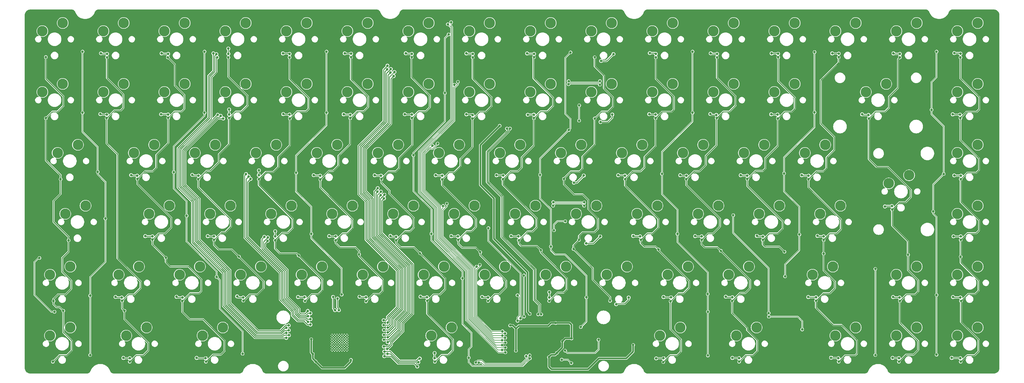
<source format=gtl>
G04 #@! TF.GenerationSoftware,KiCad,Pcbnew,7.0.2*
G04 #@! TF.CreationDate,2023-04-27T00:48:04+01:00*
G04 #@! TF.ProjectId,ISO75+STM+PKRGB,49534f37-352b-4535-944d-2b504b524742,rev?*
G04 #@! TF.SameCoordinates,Original*
G04 #@! TF.FileFunction,Copper,L1,Top*
G04 #@! TF.FilePolarity,Positive*
%FSLAX46Y46*%
G04 Gerber Fmt 4.6, Leading zero omitted, Abs format (unit mm)*
G04 Created by KiCad (PCBNEW 7.0.2) date 2023-04-27 00:48:04*
%MOMM*%
%LPD*%
G01*
G04 APERTURE LIST*
G04 #@! TA.AperFunction,ComponentPad*
%ADD10C,3.300000*%
G04 #@! TD*
G04 #@! TA.AperFunction,ComponentPad*
%ADD11C,0.600000*%
G04 #@! TD*
G04 #@! TA.AperFunction,ViaPad*
%ADD12C,0.800000*%
G04 #@! TD*
G04 #@! TA.AperFunction,Conductor*
%ADD13C,0.508000*%
G04 #@! TD*
G04 #@! TA.AperFunction,Conductor*
%ADD14C,0.203200*%
G04 #@! TD*
G04 #@! TA.AperFunction,Conductor*
%ADD15C,0.254000*%
G04 #@! TD*
G04 APERTURE END LIST*
D10*
X232727500Y-95885000D03*
X239077500Y-93345000D03*
X235108750Y-114935000D03*
X241458750Y-112395000D03*
X185102500Y-76835000D03*
X191452500Y-74295000D03*
X266065000Y-114935000D03*
X272415000Y-112395000D03*
X94615000Y-19685000D03*
X100965000Y-17145000D03*
X285115000Y-114935000D03*
X291465000Y-112395000D03*
X139858750Y-114935000D03*
X146208750Y-112395000D03*
X51752500Y-76835000D03*
X58102500Y-74295000D03*
X75565000Y-38735000D03*
X81915000Y-36195000D03*
X175577500Y-95885000D03*
X181927500Y-93345000D03*
X20796250Y-95885000D03*
X27146250Y-93345000D03*
X108902500Y-76835000D03*
X115252500Y-74295000D03*
X118427500Y-95885000D03*
X124777500Y-93345000D03*
X151765000Y-19685000D03*
X158115000Y-17145000D03*
X142240000Y-57785000D03*
X148590000Y-55245000D03*
X123190000Y-57785000D03*
X129540000Y-55245000D03*
X204152500Y-76835000D03*
X210502500Y-74295000D03*
X137477500Y-95885000D03*
X143827500Y-93345000D03*
X37465000Y-38735000D03*
X43815000Y-36195000D03*
X218440000Y-57785000D03*
X224790000Y-55245000D03*
X70802500Y-76835000D03*
X77152500Y-74295000D03*
X275590000Y-38735000D03*
X281940000Y-36195000D03*
X208915000Y-19685000D03*
X215265000Y-17145000D03*
X227965000Y-19685000D03*
X234315000Y-17145000D03*
X247015000Y-19685000D03*
X253365000Y-17145000D03*
X25558750Y-76835000D03*
X31908750Y-74295000D03*
X213677500Y-95885000D03*
X220027500Y-93345000D03*
X304165000Y-114935000D03*
X310515000Y-112395000D03*
X132715000Y-19685000D03*
X139065000Y-17145000D03*
X75565000Y-19685000D03*
X81915000Y-17145000D03*
X285115000Y-19685000D03*
X291465000Y-17145000D03*
D11*
X108885715Y-119439285D03*
X109657144Y-119439285D03*
X110428572Y-119439285D03*
X111200001Y-119439285D03*
X111971428Y-119439285D03*
X112742857Y-119439285D03*
X113514285Y-119439285D03*
X108885715Y-118667857D03*
X109657143Y-118667857D03*
X110428571Y-118667857D03*
X111200000Y-118667857D03*
X111971428Y-118667857D03*
X112742857Y-118667857D03*
X113514285Y-118667857D03*
X109657143Y-117896429D03*
X110428571Y-117896429D03*
X111200000Y-117896429D03*
X111971428Y-117896429D03*
X112742857Y-117896429D03*
X113514285Y-117896429D03*
X108885715Y-117896428D03*
X113514285Y-117125001D03*
X108885715Y-117125000D03*
X109657143Y-117125000D03*
X110428571Y-117125000D03*
X111200000Y-117125000D03*
X111971428Y-117125000D03*
X112742857Y-117125000D03*
X113514285Y-116353573D03*
X109657143Y-116353572D03*
X110428571Y-116353572D03*
X111200000Y-116353572D03*
X111971428Y-116353572D03*
X112742857Y-116353572D03*
X108885715Y-116353571D03*
X113514285Y-115582145D03*
X108885715Y-115582143D03*
X109657143Y-115582143D03*
X110428571Y-115582143D03*
X111200000Y-115582143D03*
X111971428Y-115582143D03*
X112742857Y-115582143D03*
X109657143Y-114810715D03*
X110428571Y-114810715D03*
X111200000Y-114810715D03*
X111971428Y-114810715D03*
X112742857Y-114810715D03*
X113514285Y-114810715D03*
X108885715Y-114810714D03*
D10*
X242252500Y-76835000D03*
X248602500Y-74295000D03*
X266065000Y-19685000D03*
X272415000Y-17145000D03*
X104140000Y-57785000D03*
X110490000Y-55245000D03*
X227965000Y-38735000D03*
X234315000Y-36195000D03*
X282733750Y-67310000D03*
X289083750Y-64770000D03*
X89852500Y-76835000D03*
X96202500Y-74295000D03*
X20796250Y-114935000D03*
X27146250Y-112395000D03*
X68421250Y-114935000D03*
X74771250Y-112395000D03*
X132715000Y-38735000D03*
X139065000Y-36195000D03*
X56515000Y-19685000D03*
X62865000Y-17145000D03*
X23177500Y-57785000D03*
X29527500Y-55245000D03*
X180340000Y-57785000D03*
X186690000Y-55245000D03*
X80327500Y-95885000D03*
X86677500Y-93345000D03*
X113665000Y-38735000D03*
X120015000Y-36195000D03*
X170815000Y-19685000D03*
X177165000Y-17145000D03*
X304165000Y-95885000D03*
X310515000Y-93345000D03*
X256540000Y-57785000D03*
X262890000Y-55245000D03*
X99377500Y-95885000D03*
X105727500Y-93345000D03*
X189865000Y-38735000D03*
X196215000Y-36195000D03*
X66040000Y-57785000D03*
X72390000Y-55245000D03*
X258921250Y-95885000D03*
X265271250Y-93345000D03*
X151765000Y-38735000D03*
X158115000Y-36195000D03*
X170815000Y-38735000D03*
X177165000Y-36195000D03*
X211296250Y-114935000D03*
X217646250Y-112395000D03*
X61277500Y-95885000D03*
X67627500Y-93345000D03*
X247015000Y-38735000D03*
X253365000Y-36195000D03*
X161290000Y-57785000D03*
X167640000Y-55245000D03*
X42227500Y-95885000D03*
X48577500Y-93345000D03*
X56515000Y-38735000D03*
X62865000Y-36195000D03*
X44608750Y-114935000D03*
X50958750Y-112395000D03*
X189865000Y-19685000D03*
X196215000Y-17145000D03*
X261302500Y-76835000D03*
X267652500Y-74295000D03*
X208915000Y-38735000D03*
X215265000Y-36195000D03*
X304165000Y-76835000D03*
X310515000Y-74295000D03*
X156527500Y-95885000D03*
X162877500Y-93345000D03*
X166052500Y-76835000D03*
X172402500Y-74295000D03*
X194627500Y-95885000D03*
X200977500Y-93345000D03*
X237490000Y-57785000D03*
X243840000Y-55245000D03*
X85090000Y-57785000D03*
X91440000Y-55245000D03*
X18415000Y-19685000D03*
X24765000Y-17145000D03*
X199390000Y-57785000D03*
X205740000Y-55245000D03*
X147002500Y-76835000D03*
X153352500Y-74295000D03*
X304165000Y-38735000D03*
X310515000Y-36195000D03*
X46990000Y-57785000D03*
X53340000Y-55245000D03*
X304165000Y-57785000D03*
X310515000Y-55245000D03*
X223202500Y-76835000D03*
X229552500Y-74295000D03*
X127952500Y-76835000D03*
X134302500Y-74295000D03*
X304165000Y-19685000D03*
X310515000Y-17145000D03*
X113665000Y-19685000D03*
X120015000Y-17145000D03*
X37465000Y-19685000D03*
X43815000Y-17145000D03*
X94615000Y-38735000D03*
X100965000Y-36195000D03*
X18415000Y-38735000D03*
X24765000Y-36195000D03*
X285115000Y-95885000D03*
X291465000Y-93345000D03*
D12*
X180810000Y-116740000D03*
X166300000Y-119650000D03*
X178700000Y-111000000D03*
X164500000Y-111750000D03*
X179100000Y-120350000D03*
X176600000Y-121650000D03*
X202900000Y-117850000D03*
X183650000Y-115820000D03*
X165690000Y-50160000D03*
X164220000Y-109880000D03*
X186110000Y-115690000D03*
X193240000Y-113220000D03*
X163160000Y-110820000D03*
X166290000Y-120630000D03*
X171150000Y-102180000D03*
X107250000Y-123530000D03*
X176540000Y-108950000D03*
X102400000Y-115050000D03*
X177750000Y-119680000D03*
X130250000Y-118750000D03*
X135250000Y-118750000D03*
X191140000Y-118490000D03*
X172130000Y-108290000D03*
X159520000Y-44400000D03*
X168380000Y-44400000D03*
X60300000Y-110800000D03*
X171350000Y-105020000D03*
X173570000Y-102180000D03*
X186060000Y-118720000D03*
X177610000Y-108970000D03*
X191000000Y-116150000D03*
X60300000Y-113200000D03*
X114700000Y-109000000D03*
X104170326Y-121556647D03*
X175330000Y-108330000D03*
X162270000Y-50210000D03*
X179100000Y-117500000D03*
X174890000Y-105080000D03*
X192100000Y-116200000D03*
X181650000Y-119625000D03*
X183590000Y-123513300D03*
X180610000Y-122446500D03*
X102880000Y-120700000D03*
X114770000Y-122536500D03*
X170610000Y-108130000D03*
X103780000Y-123030000D03*
X102370000Y-116071500D03*
X161235000Y-49295000D03*
X33337500Y-121000000D03*
X38100000Y-78300000D03*
X30950000Y-45200000D03*
X157700000Y-81300000D03*
X167750000Y-109550000D03*
X30956250Y-26100000D03*
X33350000Y-102400000D03*
X35700000Y-63700000D03*
X80950000Y-120600000D03*
X69050000Y-45200000D03*
X69056250Y-26100000D03*
X168850000Y-108943000D03*
X168800000Y-96100000D03*
X59450000Y-63800000D03*
X63450000Y-77425000D03*
X72825000Y-96575000D03*
X166800000Y-110300000D03*
X107156250Y-26100000D03*
X111900000Y-102100000D03*
X97663000Y-64008000D03*
X102400000Y-83100000D03*
X107150000Y-45200000D03*
X166800000Y-102300000D03*
X149600000Y-97000000D03*
X170649581Y-122050108D03*
X145275000Y-20700000D03*
X151580000Y-121860000D03*
X144125000Y-39025000D03*
X134275000Y-58500000D03*
X139900000Y-83100000D03*
X188300000Y-102950000D03*
X183350000Y-26350000D03*
X186560000Y-112230000D03*
X177220000Y-87070000D03*
X173850000Y-64650000D03*
X182800000Y-50625000D03*
X221456250Y-26100000D03*
X226250000Y-107450000D03*
X211900000Y-64300000D03*
X226200000Y-101900000D03*
X221450000Y-45200000D03*
X226250000Y-121150000D03*
X216750000Y-83100000D03*
X255700000Y-113003500D03*
X245300000Y-109000000D03*
X278550000Y-121000000D03*
X278550000Y-94049300D03*
X259550000Y-45100000D03*
X254793750Y-83300000D03*
X250350000Y-96400000D03*
X250050000Y-64200000D03*
X259556250Y-26200000D03*
X297656250Y-26100000D03*
X297650000Y-120900000D03*
X299900000Y-64355900D03*
X297656250Y-102200000D03*
X296100000Y-44300000D03*
X234150000Y-77250000D03*
X296600000Y-76100000D03*
X245250000Y-107870900D03*
X163493800Y-50174100D03*
X173243800Y-108280000D03*
X174196200Y-108280000D03*
X164446200Y-50174100D03*
X163000000Y-120150000D03*
X145040000Y-17540000D03*
X146070000Y-16897900D03*
X162000000Y-119450000D03*
X163000000Y-118650000D03*
X192525000Y-36442100D03*
X182725000Y-36275000D03*
X147120000Y-36442100D03*
X182776379Y-35324485D03*
X192550000Y-35325000D03*
X161950000Y-117900000D03*
X148190000Y-35541500D03*
X163000000Y-117100000D03*
X140256436Y-55492100D03*
X141820000Y-54838600D03*
X162000000Y-116400000D03*
X162950000Y-115603500D03*
X187600000Y-74300000D03*
X143550000Y-74360000D03*
X177900000Y-74295000D03*
X144720000Y-73660000D03*
X162100000Y-114950000D03*
X177950000Y-73175000D03*
X187650000Y-73225000D03*
X154000000Y-93350000D03*
X162950000Y-114219500D03*
X155050000Y-92774046D03*
X162100000Y-113550000D03*
X170585219Y-121100384D03*
X154724352Y-123375648D03*
X169500000Y-121350000D03*
X153772815Y-123349246D03*
X72770987Y-26918291D03*
X95400000Y-114800000D03*
X55634024Y-26668100D03*
X76500000Y-25144300D03*
X171948964Y-26782988D03*
X114800000Y-26755000D03*
X38600000Y-26800000D03*
X57700000Y-26800000D03*
X150846915Y-26668100D03*
X169799974Y-26668074D03*
X131900000Y-26600000D03*
X112838644Y-26651744D03*
X152800000Y-26800000D03*
X133800000Y-26800000D03*
X94600000Y-115650000D03*
X36717694Y-26617695D03*
X71800000Y-26668100D03*
X76500000Y-26800000D03*
X95600000Y-26800000D03*
X93534024Y-26668100D03*
X72996205Y-27895373D03*
X94600000Y-114050000D03*
X24100000Y-66000000D03*
X24942999Y-107142999D03*
X26600000Y-85100000D03*
X21900000Y-104100000D03*
X21700000Y-123100000D03*
X19500000Y-27800000D03*
X19500000Y-46900000D03*
X38495000Y-46905000D03*
X38600000Y-27900000D03*
X43300000Y-104055000D03*
X44042499Y-107142499D03*
X45700000Y-123100000D03*
X305175000Y-90275000D03*
X57700000Y-46800000D03*
X305200000Y-85000000D03*
X57600000Y-27900000D03*
X305105000Y-46905000D03*
X56981500Y-90581500D03*
X305200000Y-123100000D03*
X17500000Y-90632300D03*
X305100000Y-27900000D03*
X48100000Y-65900000D03*
X305300000Y-104100000D03*
X69500000Y-123105000D03*
X22200000Y-107498599D03*
X52800000Y-84900000D03*
X305200000Y-66000000D03*
X62100000Y-104100000D03*
X276500000Y-47000000D03*
X67100000Y-66000000D03*
X72000000Y-85000000D03*
X79800000Y-90225900D03*
X286200000Y-27900000D03*
X286200000Y-104100000D03*
X283800000Y-75500000D03*
X76500000Y-27900000D03*
X285900000Y-123100000D03*
X288750000Y-89630100D03*
X81200000Y-104000000D03*
X76700000Y-46900000D03*
X100400000Y-104100000D03*
X95700000Y-47000000D03*
X257700000Y-66000000D03*
X98450000Y-89870300D03*
X262400000Y-89274500D03*
X267100000Y-123100000D03*
X267100000Y-27855000D03*
X95600000Y-27900000D03*
X91100000Y-85100000D03*
X86000000Y-66000000D03*
X262400000Y-85000000D03*
X260000000Y-104000000D03*
X119500000Y-104200000D03*
X117300000Y-89514700D03*
X238555000Y-65955000D03*
X110000000Y-85100000D03*
X114564611Y-46900000D03*
X248200000Y-27855000D03*
X243400000Y-85000000D03*
X114800000Y-27855000D03*
X248100000Y-47000000D03*
X105200000Y-66100000D03*
X250150000Y-88700000D03*
X224300000Y-85005000D03*
X230300000Y-88400000D03*
X233800000Y-104100000D03*
X229000000Y-46900000D03*
X219500000Y-66000000D03*
X136350000Y-89159100D03*
X128900000Y-85100000D03*
X141000000Y-123100000D03*
X133755000Y-27855000D03*
X236000000Y-123100000D03*
X124307600Y-65955000D03*
X138600000Y-104000000D03*
X229100000Y-27900000D03*
X133800000Y-46900000D03*
X155150000Y-88803500D03*
X205300000Y-85000000D03*
X152700000Y-47000000D03*
X210000000Y-27900000D03*
X210850000Y-88000000D03*
X214600000Y-104200000D03*
X212300000Y-123200000D03*
X209900000Y-46900000D03*
X148300000Y-85000000D03*
X157600000Y-104100000D03*
X152800000Y-27900000D03*
X200400000Y-66000000D03*
X143250000Y-66050000D03*
X162200000Y-66000000D03*
X184300000Y-87852100D03*
X171900000Y-46900000D03*
X167200000Y-85100000D03*
X195700000Y-104055000D03*
X174100000Y-88200500D03*
X190900000Y-27855000D03*
X176700000Y-104100000D03*
X190900000Y-47000000D03*
X186000000Y-85000000D03*
X181300000Y-65900000D03*
X171945000Y-27855000D03*
X126102072Y-31602072D03*
X126238000Y-110871000D03*
X192900000Y-29000000D03*
X196750000Y-26850000D03*
X210000000Y-26800000D03*
X305115976Y-26715976D03*
X286200000Y-26800000D03*
X265067694Y-26667695D03*
X229100000Y-26800000D03*
X267100000Y-26700000D03*
X227134024Y-26634024D03*
X246167694Y-26667695D03*
X248145000Y-26755000D03*
X126186096Y-30486096D03*
X124968000Y-110109000D03*
X208099974Y-26568074D03*
X303199974Y-26568074D03*
X284200000Y-26668100D03*
X124968000Y-111633000D03*
X127218048Y-31518048D03*
X94600000Y-112500000D03*
X74107737Y-46189505D03*
X112500000Y-45718100D03*
X114565976Y-45865976D03*
X57681524Y-45786524D03*
X76750000Y-45750000D03*
X95600000Y-45800000D03*
X55500000Y-45700000D03*
X131600000Y-45700000D03*
X133800000Y-45800000D03*
X93634024Y-45634024D03*
X76750000Y-44194300D03*
X169997616Y-45834182D03*
X171915976Y-45815976D03*
X150826036Y-45718100D03*
X152765976Y-45965976D03*
X95350000Y-113251700D03*
X38505000Y-45805000D03*
X36534024Y-45634024D03*
X73157200Y-45870300D03*
X95350000Y-111750000D03*
X74900000Y-47000000D03*
X128350000Y-32450000D03*
X125095000Y-113157000D03*
X192700000Y-48100000D03*
X196400000Y-45800000D03*
X248000000Y-45800000D03*
X209900000Y-45800000D03*
X302700000Y-45718100D03*
X228900000Y-45899583D03*
X274400000Y-45718100D03*
X127134024Y-32634024D03*
X246017694Y-45717695D03*
X126238000Y-112395000D03*
X276400000Y-45900000D03*
X207924974Y-45643074D03*
X227000000Y-45600000D03*
X305000000Y-45805000D03*
X128115976Y-33715976D03*
X126238000Y-113919000D03*
X101350000Y-110600000D03*
X82815976Y-65115976D03*
X162313048Y-64855000D03*
X122199400Y-64768100D03*
X102150000Y-111500000D03*
X46134024Y-64734024D03*
X160249974Y-64768074D03*
X103124000Y-64744600D03*
X86025000Y-63244300D03*
X86000000Y-64703700D03*
X105163976Y-64904976D03*
X124175824Y-64892224D03*
X65234024Y-64634024D03*
X82017666Y-64386276D03*
X143281400Y-64871600D03*
X48032369Y-64899583D03*
X141260924Y-64760924D03*
X67184024Y-64884024D03*
X83435335Y-65935335D03*
X102150000Y-109750000D03*
X126238000Y-115443000D03*
X123034024Y-69934024D03*
X187500000Y-64855000D03*
X184400000Y-67100000D03*
X125095000Y-114681000D03*
X219534024Y-64934024D03*
X303184024Y-64813100D03*
X257700000Y-64900000D03*
X123137538Y-68798558D03*
X236499974Y-64768074D03*
X198250000Y-64768100D03*
X255584024Y-64768100D03*
X238500000Y-64900000D03*
X200359024Y-64859024D03*
X305284024Y-64884024D03*
X217600000Y-64768100D03*
X124100000Y-69900000D03*
X125095000Y-116205000D03*
X102100000Y-107950000D03*
X88800000Y-84200000D03*
X52784024Y-83884024D03*
X101400000Y-108850000D03*
X107970194Y-83818100D03*
X91100000Y-82294300D03*
X148200000Y-83900000D03*
X87730374Y-84013100D03*
X164800000Y-83818100D03*
X110000000Y-83905000D03*
X128915976Y-84015976D03*
X50534024Y-83818100D03*
X167100000Y-83900000D03*
X146109024Y-83818100D03*
X70049974Y-83818074D03*
X72026952Y-83905000D03*
X127124974Y-83743074D03*
X91100000Y-83900000D03*
X88715976Y-85315976D03*
X101300000Y-107200000D03*
X188200000Y-86100000D03*
X192600000Y-83905000D03*
X125095000Y-118364000D03*
X125200000Y-70868048D03*
X260434024Y-83734024D03*
X205084024Y-83884024D03*
X281517694Y-74517695D03*
X241534024Y-83734024D03*
X283700000Y-74400000D03*
X243434024Y-83934024D03*
X262384024Y-83884024D03*
X305200000Y-83900000D03*
X124018048Y-71018048D03*
X302934024Y-83870300D03*
X222246524Y-83818100D03*
X202924974Y-83743074D03*
X224300000Y-83900000D03*
X126238000Y-116967000D03*
X125100000Y-72000000D03*
X126111000Y-119126000D03*
X110600000Y-103325300D03*
X111000000Y-107000000D03*
X79234024Y-102634024D03*
X109800000Y-107000000D03*
X43200000Y-103000000D03*
X98267694Y-102867695D03*
X136499974Y-102768074D03*
X117484050Y-102784050D03*
X157615976Y-103015976D03*
X109200000Y-102868100D03*
X41274974Y-102843074D03*
X81100000Y-103000000D03*
X100300000Y-102900000D03*
X155749974Y-102818074D03*
X60284024Y-102784024D03*
X119440976Y-102940976D03*
X138500000Y-102900000D03*
X176700000Y-103000000D03*
X62184024Y-102984024D03*
X176700000Y-101344300D03*
X126200000Y-120600000D03*
X135834024Y-123234024D03*
X140926119Y-120394300D03*
X285900000Y-122000000D03*
X264724974Y-121843074D03*
X305100000Y-122000000D03*
X43700000Y-121918100D03*
X283917694Y-121917694D03*
X140900000Y-122005000D03*
X212400000Y-122005000D03*
X267000000Y-122000000D03*
X210100000Y-122070300D03*
X233900000Y-121918100D03*
X302400000Y-121918100D03*
X45700000Y-122000000D03*
X125200000Y-119900000D03*
X136275000Y-122100000D03*
X66600000Y-121918100D03*
X236000000Y-122000000D03*
X69400000Y-122005000D03*
X125200000Y-121379700D03*
X135500000Y-124600000D03*
X197600000Y-105100000D03*
X201500000Y-103000000D03*
X305100000Y-103000000D03*
X257584024Y-102868100D03*
X231824987Y-102743061D03*
X302799974Y-102868074D03*
X284099974Y-102868074D03*
X212399974Y-102868074D03*
X214700000Y-102955000D03*
X233900000Y-102900000D03*
X260000000Y-102900000D03*
X286100000Y-103000000D03*
X186025000Y-47675000D03*
X186050000Y-42900000D03*
X181700000Y-79140000D03*
X178180000Y-81970000D03*
D13*
X179475000Y-119975000D02*
X179100000Y-120350000D01*
X180810000Y-118640000D02*
X179475000Y-119975000D01*
X167200000Y-111850000D02*
X176400000Y-111850000D01*
X176600000Y-124660000D02*
X176600000Y-121650000D01*
X188790000Y-125460000D02*
X177400000Y-125460000D01*
X177400000Y-125460000D02*
X176600000Y-124660000D01*
X176400000Y-111850000D02*
X177250000Y-111000000D01*
X180810000Y-116740000D02*
X181729988Y-115820012D01*
X181729988Y-115820012D02*
X183650001Y-115820012D01*
X178490000Y-120960000D02*
X177290000Y-120960000D01*
X177250000Y-111000000D02*
X178700000Y-111000000D01*
X165300000Y-111750000D02*
X164500000Y-111750000D01*
X177290000Y-120960000D02*
X176600000Y-121650000D01*
X166300002Y-112749998D02*
X167200000Y-111850000D01*
X179475000Y-119975000D02*
X178490000Y-120960000D01*
X166299998Y-112749998D02*
X166300002Y-112749998D01*
X202900000Y-119920000D02*
X200770000Y-122050000D01*
X183100007Y-111000007D02*
X178699998Y-111000007D01*
X183650001Y-115820012D02*
X183650000Y-111550000D01*
X180810000Y-116740000D02*
X180810000Y-118640000D01*
X183650000Y-111550000D02*
X183100007Y-111000007D01*
X200770000Y-122050000D02*
X192200000Y-122050000D01*
X166299998Y-112749998D02*
X165300000Y-111750000D01*
X166299998Y-119650002D02*
X166299998Y-112749998D01*
X192200000Y-122050000D02*
X188790000Y-125460000D01*
X202900000Y-117850000D02*
X202900000Y-119920000D01*
D14*
X191020000Y-120370000D02*
X182395000Y-120370000D01*
X192100000Y-119290000D02*
X191020000Y-120370000D01*
X192100000Y-116200000D02*
X192100000Y-119290000D01*
X182395000Y-120370000D02*
X181650000Y-119625000D01*
X183590000Y-123513300D02*
X182523200Y-122446500D01*
X182523200Y-122446500D02*
X180610000Y-122446500D01*
D13*
X114770000Y-123070000D02*
X112790000Y-125050000D01*
X161235000Y-49295000D02*
X155200000Y-55330000D01*
X114770000Y-122536500D02*
X114770000Y-123070000D01*
X102362000Y-120182000D02*
X102880000Y-120700000D01*
X105800000Y-125050000D02*
X102880000Y-122130000D01*
X102362000Y-116079500D02*
X102362000Y-120182000D01*
X155200000Y-67775000D02*
X159450000Y-72025000D01*
X102880000Y-122130000D02*
X102880000Y-120700000D01*
X169940000Y-107460000D02*
X170610000Y-108130000D01*
X102370000Y-116071500D02*
X102362000Y-116079500D01*
X159450000Y-84660000D02*
X169940000Y-95150000D01*
X155200000Y-55330000D02*
X155200000Y-67775000D01*
X159450000Y-72025000D02*
X159450000Y-84660000D01*
X112790000Y-125050000D02*
X105800000Y-125050000D01*
X169940000Y-95150000D02*
X169940000Y-107460000D01*
D14*
X35700000Y-63700000D02*
X35700000Y-64450000D01*
X35700000Y-63700000D02*
X35700000Y-55950000D01*
X30950000Y-26106250D02*
X30956250Y-26100000D01*
X38150000Y-78250000D02*
X38100000Y-78300000D01*
X35700000Y-55950000D02*
X30950000Y-51200000D01*
X157700000Y-81300000D02*
X157700000Y-85363100D01*
X30950000Y-51200000D02*
X30950000Y-45200000D01*
X33350000Y-120987500D02*
X33350000Y-102400000D01*
X30950000Y-45200000D02*
X30950000Y-26106250D01*
X157700000Y-85363100D02*
X167750000Y-95413100D01*
X33350000Y-102400000D02*
X33350000Y-96600000D01*
X38100000Y-91850000D02*
X38100000Y-78300000D01*
X38150000Y-66900000D02*
X38150000Y-78250000D01*
X35700000Y-64450000D02*
X38150000Y-66900000D01*
X33337500Y-121000000D02*
X33350000Y-120987500D01*
X167750000Y-95413100D02*
X167750000Y-109550000D01*
X33350000Y-96600000D02*
X38100000Y-91850000D01*
X168800000Y-96100000D02*
X168750000Y-96150000D01*
X69050000Y-46100000D02*
X69050000Y-45200000D01*
X72825000Y-96575000D02*
X73850000Y-97600000D01*
X168750000Y-108843000D02*
X168850000Y-108943000D01*
X63450000Y-85450000D02*
X72825000Y-94825000D01*
X69050000Y-26106250D02*
X69056250Y-26100000D01*
X72825000Y-94825000D02*
X72825000Y-96575000D01*
X63450000Y-72850000D02*
X59450000Y-68850000D01*
X73850000Y-97600000D02*
X73850000Y-106500000D01*
X59450000Y-68850000D02*
X59450000Y-55700000D01*
X80950000Y-113600000D02*
X80950000Y-120600000D01*
X63450000Y-77425000D02*
X63450000Y-72850000D01*
X63450000Y-77425000D02*
X63450000Y-85450000D01*
X69050000Y-45200000D02*
X69050000Y-26106250D01*
X73850000Y-106500000D02*
X80950000Y-113600000D01*
X59450000Y-55700000D02*
X69050000Y-46100000D01*
X168750000Y-96150000D02*
X168750000Y-108843000D01*
X107150000Y-26106250D02*
X107156250Y-26100000D01*
X107150000Y-49100000D02*
X107150000Y-45200000D01*
X167394400Y-108625600D02*
X167394400Y-102894400D01*
X102400000Y-84400000D02*
X102400000Y-83100000D01*
X111900000Y-93900000D02*
X102400000Y-84400000D01*
X97600000Y-58650000D02*
X107150000Y-49100000D01*
X97600000Y-69850000D02*
X97600000Y-58650000D01*
X167394400Y-102894400D02*
X166800000Y-102300000D01*
X107150000Y-45200000D02*
X107150000Y-26106250D01*
X166800000Y-109220000D02*
X167394400Y-108625600D01*
X111900000Y-102100000D02*
X111900000Y-93900000D01*
X166800000Y-110300000D02*
X166800000Y-109220000D01*
X102400000Y-83100000D02*
X102400000Y-74650000D01*
X102400000Y-74650000D02*
X97600000Y-69850000D01*
X149600000Y-97000000D02*
X149600000Y-94850000D01*
X168367790Y-124460000D02*
X152760000Y-124460000D01*
X149600000Y-97000000D02*
X149600000Y-111250000D01*
X144125000Y-39025000D02*
X144125000Y-47875000D01*
X149600000Y-94850000D02*
X139900000Y-85150000D01*
X144125000Y-47875000D02*
X134275000Y-57725000D01*
X139900000Y-83100000D02*
X139930000Y-83070000D01*
X152450000Y-118320000D02*
X151580000Y-119190000D01*
X151580000Y-119190000D02*
X151580000Y-121860000D01*
X152450000Y-114100000D02*
X152450000Y-118320000D01*
X139930000Y-75405000D02*
X134275000Y-69750000D01*
X134275000Y-69750000D02*
X134275000Y-58500000D01*
X149600000Y-111250000D02*
X152450000Y-114100000D01*
X139930000Y-83070000D02*
X139930000Y-75405000D01*
X145275000Y-20700000D02*
X144125000Y-21850000D01*
X144125000Y-21850000D02*
X144125000Y-39025000D01*
X134275000Y-57725000D02*
X134275000Y-58500000D01*
X151580000Y-123280000D02*
X151580000Y-121860000D01*
X152760000Y-124460000D02*
X151580000Y-123280000D01*
X170649581Y-122050108D02*
X170649581Y-122178209D01*
X139900000Y-85150000D02*
X139900000Y-83100000D01*
X170649581Y-122178209D02*
X168367790Y-124460000D01*
X178570000Y-89570000D02*
X181670000Y-89570000D01*
X173850000Y-72000000D02*
X177220000Y-75370000D01*
X181700000Y-28000000D02*
X181700000Y-45500000D01*
X177220000Y-87070000D02*
X177220000Y-88220000D01*
X177220000Y-88220000D02*
X178570000Y-89570000D01*
X183350000Y-47150000D02*
X183350000Y-50050000D01*
X173850000Y-64650000D02*
X173850000Y-72000000D01*
X188300000Y-96200000D02*
X188300000Y-102950000D01*
X181700000Y-45500000D02*
X183350000Y-47150000D01*
X181670000Y-89570000D02*
X188300000Y-96200000D01*
X183350000Y-50050000D02*
X173850000Y-59550000D01*
X188300000Y-110490000D02*
X188300000Y-102950000D01*
X177220000Y-75370000D02*
X177220000Y-87070000D01*
X186560000Y-112230000D02*
X188300000Y-110490000D01*
X183350000Y-26350000D02*
X181700000Y-28000000D01*
X173850000Y-59550000D02*
X173850000Y-64650000D01*
X221450000Y-45200000D02*
X221450000Y-26106250D01*
X216750000Y-75500000D02*
X211900000Y-70650000D01*
X221450000Y-26106250D02*
X221456250Y-26100000D01*
X211900000Y-70650000D02*
X211900000Y-64300000D01*
X226250000Y-121150000D02*
X226250000Y-107450000D01*
X216750000Y-85650000D02*
X216750000Y-83100000D01*
X216750000Y-83100000D02*
X216750000Y-75500000D01*
X211900000Y-57450000D02*
X221450000Y-47900000D01*
X226250000Y-95150000D02*
X226250000Y-107450000D01*
X211900000Y-64300000D02*
X211900000Y-57450000D01*
X226250000Y-95150000D02*
X216750000Y-85650000D01*
X221450000Y-47900000D02*
X221450000Y-45200000D01*
X254800000Y-88200000D02*
X254800000Y-83306250D01*
X250400000Y-96350000D02*
X250400000Y-92600000D01*
X254800000Y-83306250D02*
X254793750Y-83300000D01*
X250400000Y-92600000D02*
X254800000Y-88200000D01*
X250350000Y-96400000D02*
X250400000Y-96350000D01*
X254800000Y-83293750D02*
X254800000Y-74600000D01*
X259550000Y-45100000D02*
X259550000Y-26206250D01*
X259550000Y-26206250D02*
X259556250Y-26200000D01*
X250050000Y-59200000D02*
X259550000Y-49700000D01*
X254793750Y-83300000D02*
X254800000Y-83293750D01*
X259550000Y-49700000D02*
X259550000Y-45100000D01*
X278550000Y-94049300D02*
X278550000Y-121000000D01*
X250050000Y-64200000D02*
X250050000Y-59200000D01*
X245300000Y-109000000D02*
X254300000Y-109000000D01*
X255700000Y-110400000D02*
X255700000Y-113003500D01*
X254300000Y-109000000D02*
X255700000Y-110400000D01*
X250050000Y-69850000D02*
X250050000Y-64200000D01*
X254800000Y-74600000D02*
X250050000Y-69850000D01*
X296600000Y-76750000D02*
X296600000Y-76100000D01*
X297650000Y-77800000D02*
X296600000Y-76750000D01*
X296100000Y-35600000D02*
X297650000Y-34050000D01*
X299900000Y-64400000D02*
X299900000Y-49450000D01*
X299900000Y-49450000D02*
X296100000Y-45650000D01*
X297650000Y-102193750D02*
X297650000Y-77800000D01*
X296600000Y-67700000D02*
X299900000Y-64400000D01*
X296100000Y-45650000D02*
X296100000Y-35600000D01*
X297650000Y-34050000D02*
X297650000Y-26106250D01*
X297656250Y-102200000D02*
X297650000Y-102193750D01*
X297650000Y-120900000D02*
X297650000Y-102206250D01*
X234150000Y-82750000D02*
X234150000Y-77250000D01*
X297650000Y-26106250D02*
X297656250Y-26100000D01*
X297650000Y-102206250D02*
X297656250Y-102200000D01*
X245250000Y-107870900D02*
X245250000Y-93850000D01*
X296600000Y-76100000D02*
X296600000Y-67700000D01*
X245250000Y-93850000D02*
X234150000Y-82750000D01*
D15*
X157216800Y-57345830D02*
X163766799Y-50795831D01*
X173516799Y-105364169D02*
X171936800Y-103784170D01*
X163766799Y-50447099D02*
X163493800Y-50174100D01*
X157216800Y-66934170D02*
X157216800Y-57345830D01*
X173516799Y-108007001D02*
X173516799Y-105364169D01*
X163766799Y-50795831D02*
X163766799Y-50447099D01*
X171936800Y-94294170D02*
X161796800Y-84154170D01*
X173243800Y-108280000D02*
X173516799Y-108007001D01*
X161796800Y-71514170D02*
X157216800Y-66934170D01*
X171936800Y-103784170D02*
X171936800Y-94294170D01*
X161796800Y-84154170D02*
X161796800Y-71514170D01*
X162203200Y-71345830D02*
X157623200Y-66765830D01*
X174196200Y-108280000D02*
X173923201Y-108007001D01*
X173923201Y-105195831D02*
X172343200Y-103615830D01*
X172343200Y-94125830D02*
X162203200Y-83985830D01*
X157623200Y-66765830D02*
X157623200Y-57514170D01*
X157623200Y-57514170D02*
X164173201Y-50964169D01*
X164173201Y-50447099D02*
X164446200Y-50174100D01*
X162203200Y-83985830D02*
X162203200Y-71345830D01*
X164173201Y-50964169D02*
X164173201Y-50447099D01*
X172343200Y-103615830D02*
X172343200Y-94125830D01*
X173923201Y-108007001D02*
X173923201Y-105195831D01*
D14*
X150750000Y-94750000D02*
X150750000Y-110100000D01*
X135990000Y-57320000D02*
X135990000Y-70150000D01*
X146040000Y-47270000D02*
X135990000Y-57320000D01*
X150750000Y-110100000D02*
X160800000Y-120150000D01*
X145040000Y-17540000D02*
X146040000Y-18540000D01*
X140990000Y-84990000D02*
X150750000Y-94750000D01*
X140990000Y-75150000D02*
X140990000Y-84990000D01*
X135990000Y-70150000D02*
X140990000Y-75150000D01*
X146040000Y-18540000D02*
X146040000Y-47270000D01*
X160800000Y-120150000D02*
X163000000Y-120150000D01*
X146395600Y-18392706D02*
X146395600Y-47417294D01*
X146070000Y-18067106D02*
X146395600Y-18392706D01*
X141345600Y-75002706D02*
X141345600Y-84842706D01*
X136345600Y-57467294D02*
X136345600Y-70002706D01*
X160602894Y-119450000D02*
X162000000Y-119450000D01*
X146395600Y-47417294D02*
X136345600Y-57467294D01*
X151105600Y-109952706D02*
X160602894Y-119450000D01*
X141345600Y-84842706D02*
X151105600Y-94602706D01*
X146070000Y-16897900D02*
X146070000Y-18067106D01*
X136345600Y-70002706D02*
X141345600Y-75002706D01*
X151105600Y-94602706D02*
X151105600Y-109952706D01*
X182725000Y-36275000D02*
X182850000Y-36150000D01*
X146751200Y-47564588D02*
X136701200Y-57614588D01*
X136701200Y-57614588D02*
X136701200Y-69855412D01*
X151461200Y-94455412D02*
X151461200Y-109805412D01*
X141701200Y-74855412D02*
X141701200Y-84695412D01*
X146751200Y-37285906D02*
X146751200Y-47564588D01*
X151461200Y-109805412D02*
X160355788Y-118700000D01*
X141701200Y-84695412D02*
X151461200Y-94455412D01*
X136701200Y-69855412D02*
X141701200Y-74855412D01*
X147120000Y-36442100D02*
X147120000Y-36917106D01*
X147120000Y-36917106D02*
X146751200Y-37285906D01*
X162950000Y-118700000D02*
X163000000Y-118650000D01*
X192232900Y-36150000D02*
X192525000Y-36442100D01*
X182850000Y-36150000D02*
X192232900Y-36150000D01*
X160355788Y-118700000D02*
X162950000Y-118700000D01*
X160058682Y-117900000D02*
X161950000Y-117900000D01*
X192550000Y-35325000D02*
X192080600Y-35794400D01*
X148190000Y-35541500D02*
X148190000Y-36350000D01*
X183246294Y-35794400D02*
X182776379Y-35324485D01*
X192080600Y-35794400D02*
X183246294Y-35794400D01*
X137056800Y-57761882D02*
X137056800Y-69708118D01*
X137056800Y-69708118D02*
X142056800Y-74708118D01*
X148190000Y-36350000D02*
X147106800Y-37433200D01*
X151816800Y-94308118D02*
X151816800Y-109658118D01*
X147106800Y-37433200D02*
X147106800Y-47711882D01*
X151816800Y-109658118D02*
X160058682Y-117900000D01*
X142056800Y-74708118D02*
X142056800Y-84548118D01*
X142056800Y-84548118D02*
X151816800Y-94308118D01*
X147106800Y-47711882D02*
X137056800Y-57761882D01*
X139181576Y-56140000D02*
X137412400Y-57909176D01*
X142412400Y-74560824D02*
X142412400Y-84400824D01*
X142412400Y-84400824D02*
X152172400Y-94160824D01*
X137412400Y-57909176D02*
X137412400Y-69560824D01*
X140256436Y-55492100D02*
X139608536Y-56140000D01*
X152172400Y-109510824D02*
X159761576Y-117100000D01*
X159761576Y-117100000D02*
X163000000Y-117100000D01*
X137412400Y-69560824D02*
X142412400Y-74560824D01*
X152172400Y-94160824D02*
X152172400Y-109510824D01*
X139608536Y-56140000D02*
X139181576Y-56140000D01*
X137768000Y-69413530D02*
X137768000Y-58056470D01*
X142768000Y-74413530D02*
X137768000Y-69413530D01*
X140300000Y-56510000D02*
X141820000Y-54990000D01*
X141820000Y-54990000D02*
X141820000Y-54838600D01*
X159564470Y-116400000D02*
X152528000Y-109363530D01*
X137768000Y-58056470D02*
X139314470Y-56510000D01*
X152528000Y-94013530D02*
X142768000Y-84253530D01*
X139314470Y-56510000D02*
X140300000Y-56510000D01*
X162000000Y-116400000D02*
X159564470Y-116400000D01*
X142768000Y-84253530D02*
X142768000Y-74413530D01*
X152528000Y-109363530D02*
X152528000Y-94013530D01*
X152883600Y-93866236D02*
X152883600Y-109216236D01*
X159270864Y-115603500D02*
X162950000Y-115603500D01*
X143550000Y-74970000D02*
X143123600Y-75396400D01*
X152883600Y-109216236D02*
X159270864Y-115603500D01*
X143123600Y-84106236D02*
X152883600Y-93866236D01*
X143550000Y-74360000D02*
X143550000Y-74970000D01*
X143123600Y-75396400D02*
X143123600Y-84106236D01*
X177900000Y-74295000D02*
X178614400Y-73580600D01*
X186880600Y-73580600D02*
X187600000Y-74300000D01*
X178614400Y-73580600D02*
X186880600Y-73580600D01*
X144720000Y-73660000D02*
X144720000Y-74460000D01*
X144720000Y-74460000D02*
X143479200Y-75700800D01*
X159120258Y-114950000D02*
X162100000Y-114950000D01*
X153239200Y-109068942D02*
X159120258Y-114950000D01*
X143479200Y-83958942D02*
X153239200Y-93718942D01*
X153239200Y-93718942D02*
X153239200Y-109068942D01*
X178000000Y-73225000D02*
X187650000Y-73225000D01*
X143479200Y-75700800D02*
X143479200Y-83958942D01*
X177950000Y-73175000D02*
X178000000Y-73225000D01*
X153594800Y-93755200D02*
X153594800Y-108921648D01*
X162919500Y-114250000D02*
X162950000Y-114219500D01*
X154000000Y-93350000D02*
X153594800Y-93755200D01*
X153594800Y-108921648D02*
X158923152Y-114250000D01*
X158923152Y-114250000D02*
X162919500Y-114250000D01*
X158726046Y-113550000D02*
X162100000Y-113550000D01*
X153950400Y-94374600D02*
X153950400Y-108774354D01*
X155050000Y-93275000D02*
X153950400Y-94374600D01*
X155050000Y-92774046D02*
X155050000Y-93275000D01*
X153950400Y-108774354D02*
X158726046Y-113550000D01*
X156303104Y-124104400D02*
X155574352Y-123375648D01*
X155574352Y-123375648D02*
X154724352Y-123375648D01*
X169995581Y-121779212D02*
X169995581Y-122329315D01*
X168220496Y-124104400D02*
X156303104Y-124104400D01*
X170585219Y-121100384D02*
X170585219Y-121189574D01*
X169995581Y-122329315D02*
X168220496Y-124104400D01*
X170585219Y-121189574D02*
X169995581Y-121779212D01*
X169500000Y-121350000D02*
X169500000Y-122322002D01*
X155725458Y-122721648D02*
X154400413Y-122721648D01*
X169500000Y-122322002D02*
X168073202Y-123748800D01*
X168073202Y-123748800D02*
X156752610Y-123748800D01*
X154400413Y-122721648D02*
X153772815Y-123349246D01*
X156752610Y-123748800D02*
X155725458Y-122721648D01*
D15*
X61207200Y-68410622D02*
X65657200Y-72860622D01*
X72770987Y-26918291D02*
X72257199Y-27432079D01*
X84989378Y-115192800D02*
X93460853Y-115192800D01*
X72257199Y-32325460D02*
X70757200Y-33825459D01*
X75271202Y-105474624D02*
X84989378Y-115192800D01*
X93460853Y-115192800D02*
X93853653Y-114800000D01*
X61207200Y-56439378D02*
X61207200Y-68410622D01*
X70757200Y-33825459D02*
X70757199Y-46889379D01*
X75271200Y-95216067D02*
X75271202Y-105474624D01*
X65657200Y-85602067D02*
X75271200Y-95216067D01*
X72257199Y-27432079D02*
X72257199Y-32325460D01*
X65657200Y-72860622D02*
X65657200Y-85602067D01*
X70757199Y-46889379D02*
X61207200Y-56439378D01*
X93853653Y-114800000D02*
X95400000Y-114800000D01*
X36717694Y-26617695D02*
X36899999Y-26800000D01*
X70300000Y-46700000D02*
X60750000Y-56250000D01*
X60750000Y-56250000D02*
X60750000Y-68600000D01*
X169914888Y-26782988D02*
X171948964Y-26782988D01*
X112838644Y-26651744D02*
X112941900Y-26755000D01*
X74814000Y-95405445D02*
X74814003Y-105664003D01*
X150846915Y-26668100D02*
X150978815Y-26800000D01*
X150978815Y-26800000D02*
X152800000Y-26800000D01*
X60750000Y-68600000D02*
X65200000Y-73050000D01*
X70300001Y-33636080D02*
X70300000Y-46700000D01*
X84800000Y-115650000D02*
X94600000Y-115650000D01*
X112941900Y-26755000D02*
X114800000Y-26755000D01*
X65200000Y-73050000D02*
X65200000Y-85791445D01*
X55765924Y-26800000D02*
X57700000Y-26800000D01*
X71800000Y-26668100D02*
X71800000Y-32136081D01*
X95468100Y-26668100D02*
X95600000Y-26800000D01*
X74814003Y-105664003D02*
X84800000Y-115650000D01*
X93534024Y-26668100D02*
X95468100Y-26668100D01*
X65200000Y-85791445D02*
X74814000Y-95405445D01*
X55634024Y-26668100D02*
X55765924Y-26800000D01*
X36899999Y-26800000D02*
X38600000Y-26800000D01*
X131900000Y-26600000D02*
X132100000Y-26800000D01*
X169799974Y-26668074D02*
X169914888Y-26782988D01*
X76500000Y-26800000D02*
X76500000Y-25144300D01*
X132100000Y-26800000D02*
X133800000Y-26800000D01*
X71800000Y-32136081D02*
X70300001Y-33636080D01*
X72996205Y-27895373D02*
X72714399Y-28177179D01*
X72714399Y-32514838D02*
X71214398Y-34014839D01*
X61664400Y-68221244D02*
X66114400Y-72671244D01*
X66114400Y-85412689D02*
X75728400Y-95026689D01*
X75728401Y-105285245D02*
X85178756Y-114735600D01*
X85178756Y-114735600D02*
X93271475Y-114735600D01*
X71214398Y-47078758D02*
X61664400Y-56628756D01*
X93271475Y-114735600D02*
X93957075Y-114050000D01*
X93957075Y-114050000D02*
X94600000Y-114050000D01*
X72714399Y-28177179D02*
X72714399Y-32514838D01*
X71214398Y-34014839D02*
X71214398Y-47078758D01*
X75728400Y-95026689D02*
X75728401Y-105285245D01*
X61664400Y-56628756D02*
X61664400Y-68221244D01*
X66114400Y-72671244D02*
X66114400Y-85412689D01*
X25000000Y-40100000D02*
X25000000Y-43000000D01*
X24600000Y-94900000D02*
X27400000Y-97700000D01*
X21900000Y-104100000D02*
X21900000Y-105110000D01*
X24942999Y-113842999D02*
X27600000Y-116500000D01*
X27400000Y-100300000D02*
X25626000Y-102074000D01*
X23226000Y-102074000D02*
X21900000Y-103400000D01*
X24600000Y-90600000D02*
X24600000Y-94900000D01*
X25626000Y-102074000D02*
X23226000Y-102074000D01*
X24942999Y-107142999D02*
X24942999Y-113842999D01*
X26600000Y-84000000D02*
X21900000Y-79300000D01*
X19500000Y-46900000D02*
X19500000Y-60100000D01*
X26600000Y-85100000D02*
X26600000Y-88600000D01*
X19500000Y-60100000D02*
X24100000Y-64700000D01*
X23700000Y-121100000D02*
X21700000Y-123100000D01*
X26000000Y-121100000D02*
X23700000Y-121100000D01*
X24100000Y-64700000D02*
X24100000Y-66000000D01*
X27600000Y-116500000D02*
X27600000Y-119500000D01*
X27400000Y-97700000D02*
X27400000Y-100300000D01*
X21900000Y-103400000D02*
X21900000Y-104100000D01*
X19500000Y-34600000D02*
X25000000Y-40100000D01*
X21900000Y-105110000D02*
X22790000Y-106000000D01*
X25000000Y-43000000D02*
X23100000Y-44900000D01*
X27600000Y-119500000D02*
X26000000Y-121100000D01*
X21900000Y-72800000D02*
X24100000Y-70600000D01*
X22790000Y-106000000D02*
X23800000Y-106000000D01*
X21500000Y-44900000D02*
X19500000Y-46900000D01*
X19500000Y-27800000D02*
X19500000Y-34600000D01*
X21900000Y-79300000D02*
X21900000Y-72800000D01*
X26600000Y-88600000D02*
X24600000Y-90600000D01*
X23100000Y-44900000D02*
X21500000Y-44900000D01*
X23800000Y-106000000D02*
X24942999Y-107142999D01*
X26600000Y-85100000D02*
X26600000Y-84000000D01*
X24100000Y-70600000D02*
X24100000Y-66000000D01*
X43300000Y-104055000D02*
X45281000Y-102074000D01*
X38495000Y-46905000D02*
X40900000Y-44500000D01*
X45281000Y-102074000D02*
X47026000Y-102074000D01*
X41900000Y-90800000D02*
X41900000Y-58200000D01*
X49100000Y-98000000D02*
X41900000Y-90800000D01*
X42900000Y-44500000D02*
X43649900Y-43750100D01*
X38495000Y-54795000D02*
X38495000Y-46905000D01*
X47026000Y-102074000D02*
X49100000Y-100000000D01*
X43649900Y-39449900D02*
X38600000Y-34400000D01*
X43649900Y-43750100D02*
X43649900Y-39449900D01*
X40900000Y-44500000D02*
X42900000Y-44500000D01*
X41900000Y-58200000D02*
X38495000Y-54795000D01*
X49900000Y-121100000D02*
X51500000Y-119500000D01*
X44042499Y-109740133D02*
X44042499Y-107142499D01*
X43300000Y-104055000D02*
X43300000Y-106400000D01*
X47700000Y-121100000D02*
X49900000Y-121100000D01*
X51500000Y-117197634D02*
X44042499Y-109740133D01*
X49100000Y-100000000D02*
X49100000Y-98000000D01*
X45700000Y-123100000D02*
X47700000Y-121100000D01*
X43300000Y-106400000D02*
X44042499Y-107142499D01*
X38600000Y-34400000D02*
X38600000Y-27900000D01*
X51500000Y-119500000D02*
X51500000Y-117197634D01*
X68100000Y-97400000D02*
X64000000Y-93300000D01*
X305300000Y-104100000D02*
X307500000Y-101900000D01*
X310900000Y-63100000D02*
X310026000Y-63974000D01*
D14*
X17500000Y-90632300D02*
X17449200Y-90581500D01*
D15*
X64400000Y-109800000D02*
X62100000Y-107500000D01*
X309700000Y-101900000D02*
X310800000Y-100800000D01*
X59600000Y-44900000D02*
X61800000Y-44900000D01*
X305300000Y-104100000D02*
X305300000Y-110700000D01*
D14*
X17268500Y-90581500D02*
X15900000Y-91950000D01*
X21248599Y-107498599D02*
X22200000Y-107498599D01*
D15*
X75300000Y-116500000D02*
X68600000Y-109800000D01*
X310800000Y-116200000D02*
X310800000Y-119800000D01*
X67300000Y-101700000D02*
X68100000Y-100900000D01*
X71705000Y-120900000D02*
X74100000Y-120900000D01*
X311000000Y-44100000D02*
X311000000Y-40300000D01*
X305100000Y-53700000D02*
X310900000Y-59500000D01*
X307500000Y-101900000D02*
X309700000Y-101900000D01*
X57700000Y-46800000D02*
X59600000Y-44900000D01*
X305100000Y-46910000D02*
X305100000Y-53700000D01*
X52900000Y-63500000D02*
X50500000Y-63500000D01*
X62699900Y-44000100D02*
X62699900Y-39599900D01*
X305105000Y-46905000D02*
X305100000Y-46910000D01*
X64000000Y-93300000D02*
X58300000Y-93300000D01*
X310000000Y-82900000D02*
X307300000Y-82900000D01*
X68100000Y-100900000D02*
X68100000Y-97400000D01*
X310026000Y-63974000D02*
X307226000Y-63974000D01*
X52800000Y-84900000D02*
X54676000Y-83024000D01*
X58700000Y-81000000D02*
X58700000Y-78100000D01*
X305200000Y-92100000D02*
X305200000Y-85000000D01*
X54000000Y-58400000D02*
X54000000Y-62400000D01*
X62100000Y-104100000D02*
X64500000Y-101700000D01*
X310800000Y-97700000D02*
X305200000Y-92100000D01*
X68600000Y-109800000D02*
X64400000Y-109800000D01*
X310900000Y-78800000D02*
X310900000Y-82000000D01*
X59800000Y-30100000D02*
X57600000Y-27900000D01*
X310900000Y-59500000D02*
X310900000Y-63100000D01*
X305300000Y-110700000D02*
X310800000Y-116200000D01*
X57700000Y-54700000D02*
X54000000Y-58400000D01*
X50500000Y-63500000D02*
X48100000Y-65900000D01*
X305105000Y-46905000D02*
X305105000Y-46795000D01*
X307200000Y-121100000D02*
X305200000Y-123100000D01*
D14*
X17449200Y-90581500D02*
X17268500Y-90581500D01*
D15*
X74100000Y-120900000D02*
X75300000Y-119700000D01*
X310800000Y-100800000D02*
X310800000Y-97700000D01*
X307300000Y-82900000D02*
X305200000Y-85000000D01*
X59800000Y-36700000D02*
X59800000Y-30100000D01*
X310176000Y-44924000D02*
X311000000Y-44100000D01*
X58700000Y-78100000D02*
X48100000Y-67500000D01*
X64500000Y-101700000D02*
X67300000Y-101700000D01*
D14*
X15900000Y-91950000D02*
X15900000Y-102150000D01*
D15*
X52800000Y-86400000D02*
X56981500Y-90581500D01*
X54000000Y-62400000D02*
X52900000Y-63500000D01*
X69500000Y-123105000D02*
X71705000Y-120900000D01*
X310800000Y-119800000D02*
X309500000Y-121100000D01*
X58300000Y-93300000D02*
X56981500Y-91981500D01*
X61800000Y-44900000D02*
X62699900Y-44000100D01*
X52800000Y-84900000D02*
X52800000Y-86400000D01*
X305105000Y-46795000D02*
X306976000Y-44924000D01*
X307226000Y-63974000D02*
X305200000Y-66000000D01*
X305200000Y-66000000D02*
X305200000Y-73100000D01*
X62100000Y-107500000D02*
X62100000Y-104100000D01*
X309500000Y-121100000D02*
X307200000Y-121100000D01*
X305200000Y-73100000D02*
X310900000Y-78800000D01*
X75300000Y-119700000D02*
X75300000Y-116500000D01*
X54676000Y-83024000D02*
X56676000Y-83024000D01*
X62699900Y-39599900D02*
X59800000Y-36700000D01*
X305100000Y-34400000D02*
X305100000Y-27900000D01*
X56981500Y-91981500D02*
X56981500Y-90581500D01*
X48100000Y-67500000D02*
X48100000Y-65900000D01*
X310900000Y-82000000D02*
X310000000Y-82900000D01*
X306976000Y-44924000D02*
X310176000Y-44924000D01*
D14*
X15900000Y-102150000D02*
X21248599Y-107498599D01*
D15*
X56676000Y-83024000D02*
X58700000Y-81000000D01*
X311000000Y-40300000D02*
X305100000Y-34400000D01*
X57700000Y-46800000D02*
X57700000Y-54700000D01*
X278600000Y-44900000D02*
X276500000Y-47000000D01*
X286200000Y-27900000D02*
X285600000Y-28500000D01*
X288700000Y-85400000D02*
X283800000Y-80500000D01*
X73500000Y-60700000D02*
X73500000Y-58200000D01*
X85526000Y-102074000D02*
X87500000Y-100100000D01*
X77300000Y-78700000D02*
X67100000Y-68500000D01*
X81200000Y-104000000D02*
X83126000Y-102074000D01*
X72000000Y-86500000D02*
X73525900Y-88025900D01*
X78750000Y-44900000D02*
X80500000Y-44900000D01*
X285600000Y-37400000D02*
X282800000Y-40200000D01*
X76700000Y-46900000D02*
X76750000Y-46900000D01*
X276500000Y-59700000D02*
X276500000Y-47000000D01*
X83126000Y-102074000D02*
X85526000Y-102074000D01*
X282500000Y-62200000D02*
X279000000Y-62200000D01*
X72000000Y-85000000D02*
X72000000Y-86500000D01*
X76500000Y-33900000D02*
X76500000Y-27900000D01*
X286200000Y-104100000D02*
X286200000Y-110900000D01*
X291900000Y-116600000D02*
X291900000Y-119400000D01*
X281500000Y-44900000D02*
X278600000Y-44900000D01*
X282800000Y-43600000D02*
X281500000Y-44900000D01*
X73500000Y-58200000D02*
X76700000Y-55000000D01*
X76700000Y-55000000D02*
X76700000Y-46900000D01*
X288700000Y-89580100D02*
X288700000Y-85400000D01*
X72000000Y-85000000D02*
X74400000Y-82600000D01*
X82500000Y-39900000D02*
X76500000Y-33900000D01*
X288100000Y-120900000D02*
X285900000Y-123100000D01*
X286100000Y-73200000D02*
X288000000Y-73200000D01*
X288000000Y-73200000D02*
X289600000Y-71600000D01*
X289600000Y-71600000D02*
X289600000Y-69300000D01*
X291900000Y-119400000D02*
X290400000Y-120900000D01*
X67100000Y-66000000D02*
X69700000Y-63400000D01*
X282800000Y-40200000D02*
X282800000Y-43600000D01*
X82500000Y-42900000D02*
X82500000Y-39900000D01*
X75500000Y-82600000D02*
X77300000Y-80800000D01*
X290926000Y-102074000D02*
X288226000Y-102074000D01*
X67100000Y-68500000D02*
X67100000Y-66000000D01*
X289600000Y-69300000D02*
X282500000Y-62200000D01*
X80500000Y-44900000D02*
X82500000Y-42900000D01*
X283800000Y-75500000D02*
X286100000Y-73200000D01*
X74400000Y-82600000D02*
X75500000Y-82600000D01*
X288750000Y-94450000D02*
X291900000Y-97600000D01*
X76750000Y-46900000D02*
X78750000Y-44900000D01*
X288226000Y-102074000D02*
X286200000Y-104100000D01*
X291900000Y-97600000D02*
X291900000Y-101100000D01*
X286200000Y-110900000D02*
X291900000Y-116600000D01*
X283800000Y-80500000D02*
X283800000Y-75500000D01*
X73525900Y-88025900D02*
X77600000Y-88025900D01*
X285600000Y-28500000D02*
X285600000Y-37400000D01*
X70800000Y-63400000D02*
X73500000Y-60700000D01*
X87500000Y-100100000D02*
X87500000Y-97925900D01*
X291900000Y-101100000D02*
X290926000Y-102074000D01*
X290400000Y-120900000D02*
X288100000Y-120900000D01*
X69700000Y-63400000D02*
X70800000Y-63400000D01*
X87500000Y-97925900D02*
X79800000Y-90225900D01*
X288750000Y-89630100D02*
X288750000Y-94450000D01*
X77600000Y-88025900D02*
X79800000Y-90225900D01*
X288750000Y-89630100D02*
X288700000Y-89580100D01*
X279000000Y-62200000D02*
X276500000Y-59700000D01*
X77300000Y-80800000D02*
X77300000Y-78700000D01*
X267800000Y-78600000D02*
X257700000Y-68500000D01*
X262400000Y-85000000D02*
X262400000Y-84900000D01*
X264300000Y-83000000D02*
X266400000Y-83000000D01*
X269076000Y-121124000D02*
X272176000Y-121124000D01*
X257700000Y-68500000D02*
X257700000Y-66000000D01*
X96600000Y-81200000D02*
X96600000Y-78400000D01*
X264300000Y-101700000D02*
X262300000Y-101700000D01*
X95600000Y-34600000D02*
X95600000Y-27900000D01*
X262400000Y-94500000D02*
X265900000Y-98000000D01*
X261500000Y-48600000D02*
X261500000Y-35000000D01*
X95700000Y-47000000D02*
X95700000Y-55400000D01*
X272800000Y-116400000D02*
X268000000Y-111600000D01*
X267100000Y-29400000D02*
X267100000Y-27855000D01*
X91100000Y-84993760D02*
X93293760Y-82800000D01*
X260200000Y-63500000D02*
X262300000Y-63500000D01*
X97900000Y-44800000D02*
X100700000Y-44800000D01*
X90500000Y-63700000D02*
X88200000Y-63700000D01*
X265900000Y-98000000D02*
X265900000Y-100100000D01*
X105900000Y-100600000D02*
X105900000Y-97320300D01*
X101600000Y-43900000D02*
X101600000Y-40600000D01*
X267100000Y-123100000D02*
X269076000Y-121124000D01*
X263300000Y-59200000D02*
X265700000Y-56800000D01*
X268000000Y-111600000D02*
X265400000Y-111600000D01*
X265400000Y-111600000D02*
X260000000Y-106200000D01*
X105900000Y-97320300D02*
X98450000Y-89870300D01*
X262300000Y-101700000D02*
X260000000Y-104000000D01*
X96600000Y-78400000D02*
X86000000Y-67800000D01*
X100400000Y-104100000D02*
X102500000Y-102000000D01*
X97779700Y-89200000D02*
X98450000Y-89870300D01*
X265700000Y-56800000D02*
X265700000Y-52800000D01*
X272800000Y-120500000D02*
X272800000Y-116400000D01*
X263300000Y-62500000D02*
X263300000Y-59200000D01*
X95700000Y-47000000D02*
X97900000Y-44800000D01*
X104500000Y-102000000D02*
X105900000Y-100600000D01*
X260000000Y-106200000D02*
X260000000Y-104000000D01*
X100700000Y-44800000D02*
X101600000Y-43900000D01*
X266400000Y-83000000D02*
X267800000Y-81600000D01*
X262300000Y-63500000D02*
X263300000Y-62500000D01*
X91100000Y-85100000D02*
X91100000Y-87700000D01*
X88200000Y-63700000D02*
X86000000Y-65900000D01*
X265900000Y-100100000D02*
X264300000Y-101700000D01*
X102500000Y-102000000D02*
X104500000Y-102000000D01*
X272176000Y-121124000D02*
X272800000Y-120500000D01*
X86000000Y-67800000D02*
X86000000Y-66000000D01*
X95700000Y-55400000D02*
X92100000Y-59000000D01*
X95000000Y-82800000D02*
X96600000Y-81200000D01*
X92600000Y-89200000D02*
X97779700Y-89200000D01*
X262400000Y-84900000D02*
X264300000Y-83000000D01*
X257700000Y-66000000D02*
X260200000Y-63500000D01*
X91100000Y-85100000D02*
X91100000Y-84993760D01*
X262400000Y-94500000D02*
X262400000Y-89274500D01*
X261500000Y-35000000D02*
X267100000Y-29400000D01*
X92100000Y-59000000D02*
X92100000Y-62100000D01*
X265700000Y-52800000D02*
X261500000Y-48600000D01*
X262400000Y-85000000D02*
X262400000Y-89274500D01*
X101600000Y-40600000D02*
X95600000Y-34600000D01*
X92100000Y-62100000D02*
X90500000Y-63700000D01*
X91100000Y-87700000D02*
X92600000Y-89200000D01*
X267800000Y-81600000D02*
X267800000Y-78600000D01*
X86000000Y-65900000D02*
X86000000Y-66000000D01*
X93293760Y-82800000D02*
X95000000Y-82800000D01*
X248100000Y-55500000D02*
X248100000Y-47000000D01*
X249600000Y-79100000D02*
X238555000Y-68055000D01*
X110000000Y-85100000D02*
X110000000Y-86000000D01*
X114500000Y-46964611D02*
X114500000Y-55000000D01*
X107900000Y-63400000D02*
X105200000Y-66100000D01*
X124700000Y-97400000D02*
X117300000Y-90000000D01*
X244200000Y-62600000D02*
X244200000Y-59400000D01*
X110900000Y-58600000D02*
X110900000Y-61700000D01*
X105200000Y-68500000D02*
X105200000Y-66100000D01*
X250176000Y-44924000D02*
X252376000Y-44924000D01*
X114800000Y-34800000D02*
X114800000Y-27855000D01*
X243400000Y-63400000D02*
X244200000Y-62600000D01*
X115300000Y-81200000D02*
X115300000Y-78603884D01*
X110000000Y-85100000D02*
X112100000Y-83000000D01*
X248200000Y-35291384D02*
X248200000Y-27855000D01*
X116200000Y-87300000D02*
X117300000Y-88400000D01*
X110000000Y-86000000D02*
X111300000Y-87300000D01*
X108396116Y-71700000D02*
X108396116Y-71696116D01*
X253400000Y-40491384D02*
X248200000Y-35291384D01*
X112100000Y-83000000D02*
X113500000Y-83000000D01*
X108396116Y-71696116D02*
X105200000Y-68500000D01*
X117300000Y-90000000D02*
X117300000Y-89514700D01*
X253400000Y-43900000D02*
X253400000Y-40491384D01*
X248000000Y-83000000D02*
X249600000Y-81400000D01*
X120100000Y-40100000D02*
X114800000Y-34800000D01*
X248550000Y-87100000D02*
X250150000Y-88700000D01*
X109200000Y-63400000D02*
X107900000Y-63400000D01*
X118700000Y-44800000D02*
X120100000Y-43400000D01*
X243400000Y-85000000D02*
X243400000Y-86400000D01*
X245400000Y-83000000D02*
X248000000Y-83000000D01*
X119500000Y-104200000D02*
X121800000Y-101900000D01*
X110900000Y-61700000D02*
X109200000Y-63400000D01*
X241110000Y-63400000D02*
X243400000Y-63400000D01*
X238555000Y-68055000D02*
X238555000Y-65955000D01*
X121800000Y-101900000D02*
X123700000Y-101900000D01*
X116664611Y-44800000D02*
X118700000Y-44800000D01*
X120100000Y-43400000D02*
X120100000Y-40100000D01*
X114564611Y-46900000D02*
X116664611Y-44800000D01*
X113500000Y-83000000D02*
X115300000Y-81200000D01*
X124700000Y-100900000D02*
X124700000Y-97400000D01*
X115300000Y-78603884D02*
X108396116Y-71700000D01*
X248100000Y-47000000D02*
X250176000Y-44924000D01*
X249600000Y-81400000D02*
X249600000Y-79100000D01*
X243400000Y-85000000D02*
X245400000Y-83000000D01*
X123700000Y-101900000D02*
X124700000Y-100900000D01*
X111300000Y-87300000D02*
X116200000Y-87300000D01*
X238555000Y-65955000D02*
X241110000Y-63400000D01*
X244200000Y-59400000D02*
X248100000Y-55500000D01*
X243400000Y-86400000D02*
X244100000Y-87100000D01*
X117300000Y-88400000D02*
X117300000Y-89514700D01*
X244100000Y-87100000D02*
X248550000Y-87100000D01*
X252376000Y-44924000D02*
X253400000Y-43900000D01*
X114564611Y-46900000D02*
X114500000Y-46964611D01*
X114500000Y-55000000D02*
X110900000Y-58600000D01*
X241700000Y-119700000D02*
X240300000Y-121100000D01*
X133900000Y-47000000D02*
X133800000Y-46900000D01*
X238500000Y-112500000D02*
X238500000Y-113200000D01*
X133700000Y-27910000D02*
X133755000Y-27855000D01*
X232900000Y-44900000D02*
X234900000Y-42900000D01*
X233800000Y-107800000D02*
X238500000Y-112500000D01*
X146600000Y-116100000D02*
X138600000Y-108100000D01*
X124307600Y-65955000D02*
X124307600Y-67107600D01*
X141000000Y-123100000D02*
X143100000Y-121000000D01*
X129800000Y-62500000D02*
X129800000Y-59400000D01*
X138100000Y-44800000D02*
X139400000Y-43500000D01*
X144200000Y-97009100D02*
X136350000Y-89159100D01*
X128700000Y-63600000D02*
X129800000Y-62500000D01*
X238500000Y-113200000D02*
X241700000Y-116400000D01*
X240300000Y-121100000D02*
X238000000Y-121100000D01*
X133900000Y-55300000D02*
X133900000Y-47000000D01*
X225600000Y-58700000D02*
X228900000Y-55400000D01*
X138600000Y-108100000D02*
X138600000Y-104000000D01*
X128900000Y-85100000D02*
X128900000Y-85900000D01*
X230000000Y-78300000D02*
X219500000Y-67800000D01*
X138600000Y-104000000D02*
X140526000Y-102074000D01*
X133800000Y-46900000D02*
X135900000Y-44800000D01*
X134400000Y-78100000D02*
X134400000Y-81100000D01*
X135900000Y-44800000D02*
X138100000Y-44800000D01*
X139400000Y-39800000D02*
X133700000Y-34100000D01*
X237900000Y-101600000D02*
X239400000Y-100100000D01*
X229000000Y-46900000D02*
X231000000Y-44900000D01*
X226281000Y-83024000D02*
X227776000Y-83024000D01*
X238000000Y-121100000D02*
X236000000Y-123100000D01*
X228900000Y-55400000D02*
X228900000Y-47000000D01*
X146600000Y-119500000D02*
X146600000Y-116100000D01*
X233800000Y-104100000D02*
X236300000Y-101600000D01*
X129800000Y-59400000D02*
X133900000Y-55300000D01*
X228900000Y-47000000D02*
X229000000Y-46900000D01*
X139400000Y-43500000D02*
X139400000Y-39800000D01*
X133700000Y-34100000D02*
X133700000Y-27910000D01*
X144200000Y-100400000D02*
X144200000Y-97009100D01*
X227776000Y-83024000D02*
X230000000Y-80800000D01*
X131700000Y-82300000D02*
X128900000Y-85100000D01*
X126800000Y-70500000D02*
X134400000Y-78100000D01*
X239400000Y-97500000D02*
X230300000Y-88400000D01*
X140526000Y-102074000D02*
X142526000Y-102074000D01*
X241700000Y-116400000D02*
X241700000Y-119700000D01*
X124307600Y-65792400D02*
X126500000Y-63600000D01*
X130309100Y-87309100D02*
X134500000Y-87309100D01*
X222000000Y-63500000D02*
X223600000Y-63500000D01*
X124307600Y-65955000D02*
X124307600Y-65792400D01*
X134400000Y-81100000D02*
X133200000Y-82300000D01*
X142526000Y-102074000D02*
X144200000Y-100400000D01*
X230000000Y-80800000D02*
X230000000Y-78300000D01*
X145100000Y-121000000D02*
X146600000Y-119500000D01*
X225600000Y-61500000D02*
X225600000Y-58700000D01*
X234900000Y-42900000D02*
X234900000Y-40100000D01*
X124307600Y-67107600D02*
X126800000Y-69600000D01*
X223600000Y-63500000D02*
X225600000Y-61500000D01*
X133200000Y-82300000D02*
X131700000Y-82300000D01*
X134500000Y-87309100D02*
X136350000Y-89159100D01*
X128900000Y-85900000D02*
X130309100Y-87309100D01*
X224300000Y-86400000D02*
X225200000Y-87300000D01*
X233800000Y-104100000D02*
X233800000Y-107800000D01*
X229200000Y-87300000D02*
X230300000Y-88400000D01*
X219500000Y-66000000D02*
X222000000Y-63500000D01*
X224300000Y-85005000D02*
X226281000Y-83024000D01*
X224300000Y-85005000D02*
X224300000Y-86400000D01*
X143100000Y-121000000D02*
X145100000Y-121000000D01*
X239400000Y-100100000D02*
X239400000Y-97500000D01*
X234900000Y-40100000D02*
X229100000Y-34300000D01*
X126500000Y-63600000D02*
X128700000Y-63600000D01*
X126800000Y-69600000D02*
X126800000Y-70500000D01*
X236300000Y-101600000D02*
X237900000Y-101600000D01*
X219500000Y-67800000D02*
X219500000Y-66000000D01*
X225200000Y-87300000D02*
X229200000Y-87300000D01*
X229100000Y-34300000D02*
X229100000Y-27900000D01*
X231000000Y-44900000D02*
X232900000Y-44900000D01*
X210800000Y-78400000D02*
X200400000Y-68000000D01*
X163200000Y-99800000D02*
X163200000Y-97700000D01*
X148300000Y-86200000D02*
X149553500Y-87453500D01*
X215600000Y-40200000D02*
X210000000Y-34600000D01*
X214600000Y-112900000D02*
X217800000Y-116100000D01*
X155150000Y-89650000D02*
X155150000Y-88803500D01*
X143250000Y-67850000D02*
X143250000Y-66050000D01*
X149000000Y-59600000D02*
X152700000Y-55900000D01*
X209900000Y-46900000D02*
X211876000Y-44924000D01*
X220400000Y-99900000D02*
X220400000Y-97800000D01*
X208900000Y-83000000D02*
X210800000Y-81100000D01*
X152700000Y-47000000D02*
X152900000Y-47000000D01*
X207300000Y-83000000D02*
X208900000Y-83000000D01*
X215600000Y-44200000D02*
X215600000Y-40200000D01*
X157600000Y-104100000D02*
X159700000Y-102000000D01*
X211876000Y-44924000D02*
X214876000Y-44924000D01*
X152400000Y-82300000D02*
X153800000Y-80900000D01*
X159700000Y-102000000D02*
X161000000Y-102000000D01*
X154976000Y-44924000D02*
X156876000Y-44924000D01*
X214400000Y-121100000D02*
X212300000Y-123200000D01*
X161000000Y-102000000D02*
X163200000Y-99800000D01*
X216600000Y-121100000D02*
X214400000Y-121100000D01*
X156876000Y-44924000D02*
X158700000Y-43100000D01*
X206500000Y-62200000D02*
X206500000Y-59000000D01*
X150943760Y-82300000D02*
X152400000Y-82300000D01*
X217800000Y-119900000D02*
X216600000Y-121100000D01*
X205300000Y-86000000D02*
X206400000Y-87100000D01*
X152900000Y-47000000D02*
X154976000Y-44924000D01*
X149553500Y-87453500D02*
X153800000Y-87453500D01*
X163200000Y-97700000D02*
X155150000Y-89650000D01*
X145400000Y-63900000D02*
X147000000Y-63900000D01*
X210800000Y-81100000D02*
X210800000Y-78400000D01*
X217800000Y-116100000D02*
X217800000Y-119900000D01*
X147000000Y-63900000D02*
X149000000Y-61900000D01*
X153800000Y-78400000D02*
X143250000Y-67850000D01*
X214600000Y-104200000D02*
X214600000Y-112900000D01*
X214876000Y-44924000D02*
X215600000Y-44200000D01*
X200400000Y-68000000D02*
X200400000Y-66000000D01*
X214600000Y-104200000D02*
X217100000Y-101700000D01*
X149000000Y-61900000D02*
X149000000Y-59600000D01*
X220400000Y-97800000D02*
X210850000Y-88250000D01*
X153800000Y-80900000D02*
X153800000Y-78400000D01*
X148300000Y-85000000D02*
X148300000Y-84943760D01*
X200400000Y-65850000D02*
X202750000Y-63500000D01*
X218600000Y-101700000D02*
X220400000Y-99900000D01*
X143250000Y-66050000D02*
X145400000Y-63900000D01*
X152700000Y-55900000D02*
X152700000Y-47000000D01*
X205200000Y-63500000D02*
X206500000Y-62200000D01*
X158700000Y-40400000D02*
X152800000Y-34500000D01*
X205300000Y-85000000D02*
X205300000Y-86000000D01*
X217100000Y-101700000D02*
X218600000Y-101700000D01*
X148300000Y-84943760D02*
X150943760Y-82300000D01*
X206500000Y-59000000D02*
X209900000Y-55600000D01*
X148300000Y-85000000D02*
X148300000Y-86200000D01*
X200400000Y-66000000D02*
X200400000Y-65850000D01*
X209950000Y-87100000D02*
X210850000Y-88000000D01*
X210850000Y-88250000D02*
X210850000Y-88000000D01*
X206400000Y-87100000D02*
X209950000Y-87100000D01*
X153800000Y-87453500D02*
X155150000Y-88803500D01*
X210000000Y-34600000D02*
X210000000Y-27900000D01*
X209900000Y-55600000D02*
X209900000Y-46900000D01*
X205300000Y-85000000D02*
X207300000Y-83000000D01*
X158700000Y-43100000D02*
X158700000Y-40400000D01*
X202750000Y-63500000D02*
X205200000Y-63500000D01*
X152800000Y-34500000D02*
X152800000Y-27900000D01*
X193800000Y-37600000D02*
X196600000Y-40400000D01*
X190900000Y-55100000D02*
X190900000Y-47000000D01*
X171770426Y-34370426D02*
X171770426Y-28029574D01*
X195700000Y-102800000D02*
X190300000Y-97400000D01*
X190300000Y-97400000D02*
X190300000Y-93852100D01*
X162200000Y-67676942D02*
X162200000Y-66000000D01*
X196600000Y-40400000D02*
X196600000Y-43300000D01*
X168100000Y-59200000D02*
X171900000Y-55400000D01*
X167200000Y-85100000D02*
X167200000Y-85093760D01*
X171900000Y-55400000D02*
X171900000Y-46900000D01*
X162200000Y-66000000D02*
X164700000Y-63500000D01*
X181300000Y-65900000D02*
X181300000Y-65700000D01*
X190300000Y-93852100D02*
X184300000Y-87852100D01*
X187100000Y-82600000D02*
X190800000Y-82600000D01*
X183400000Y-63600000D02*
X186100000Y-63600000D01*
X172800000Y-78276942D02*
X162200000Y-67676942D01*
X195700000Y-104055000D02*
X195700000Y-102800000D01*
X167200000Y-85093760D02*
X169893760Y-82400000D01*
X190900000Y-27855000D02*
X190900000Y-30700000D01*
X186000000Y-83700000D02*
X187100000Y-82600000D01*
X166900000Y-63500000D02*
X168100000Y-62300000D01*
X171770426Y-28029574D02*
X171945000Y-27855000D01*
X184300000Y-86700000D02*
X184300000Y-87852100D01*
X186100000Y-63600000D02*
X187100000Y-62600000D01*
X174000000Y-44800000D02*
X176100000Y-44800000D01*
X181300000Y-67600000D02*
X181300000Y-65900000D01*
X195000000Y-44900000D02*
X193000000Y-44900000D01*
X191900000Y-78300000D02*
X188900000Y-75300000D01*
X193000000Y-44900000D02*
X190900000Y-47000000D01*
X187100000Y-62600000D02*
X187100000Y-58900000D01*
X172800000Y-86900500D02*
X174100000Y-88200500D01*
X176100000Y-44800000D02*
X177900000Y-43000000D01*
X184500000Y-70800000D02*
X181300000Y-67600000D01*
X187100000Y-58900000D02*
X190900000Y-55100000D01*
X182200000Y-100500000D02*
X182200000Y-97000000D01*
X181300000Y-65700000D02*
X183400000Y-63600000D01*
X174100000Y-88900000D02*
X174100000Y-88200500D01*
X171900000Y-46900000D02*
X174000000Y-44800000D01*
X169893760Y-82400000D02*
X171400000Y-82400000D01*
X186000000Y-85000000D02*
X184300000Y-86700000D01*
X168000500Y-86900500D02*
X172800000Y-86900500D01*
X182200000Y-97000000D02*
X174100000Y-88900000D01*
X167200000Y-85100000D02*
X167200000Y-86100000D01*
X191900000Y-81500000D02*
X191900000Y-78300000D01*
X190800000Y-82600000D02*
X191900000Y-81500000D01*
X172800000Y-81000000D02*
X172800000Y-78276942D01*
X167200000Y-86100000D02*
X168000500Y-86900500D01*
X188900000Y-75300000D02*
X188900000Y-72500000D01*
X196600000Y-43300000D02*
X195000000Y-44900000D01*
X188900000Y-72500000D02*
X187200000Y-70800000D01*
X186000000Y-85000000D02*
X186000000Y-83700000D01*
X171400000Y-82400000D02*
X172800000Y-81000000D01*
X168100000Y-62300000D02*
X168100000Y-59200000D01*
X181200000Y-101500000D02*
X182200000Y-100500000D01*
X179300000Y-101500000D02*
X181200000Y-101500000D01*
X164700000Y-63500000D02*
X166900000Y-63500000D01*
X177900000Y-40500000D02*
X171770426Y-34370426D01*
X193800000Y-33600000D02*
X193800000Y-37600000D01*
X177900000Y-43000000D02*
X177900000Y-40500000D01*
X190900000Y-30700000D02*
X193800000Y-33600000D01*
X187200000Y-70800000D02*
X184500000Y-70800000D01*
X176700000Y-104100000D02*
X179300000Y-101500000D01*
X117607200Y-55789378D02*
X117607200Y-70510622D01*
X117607200Y-70510622D02*
X119857200Y-72760622D01*
X119857200Y-72760622D02*
X119857200Y-84722980D01*
X129578000Y-106145578D02*
X126511000Y-109212578D01*
X129578000Y-94443780D02*
X129578000Y-106145578D01*
X194600000Y-29000000D02*
X196750000Y-26850000D01*
X126102072Y-31602072D02*
X125414400Y-32289744D01*
X125414400Y-47982178D02*
X117607200Y-55789378D01*
X119857200Y-84722980D02*
X129578000Y-94443780D01*
X192900000Y-29000000D02*
X194600000Y-29000000D01*
X125414400Y-32289744D02*
X125414400Y-47982178D01*
X126511000Y-109212578D02*
X126511000Y-110598000D01*
X126511000Y-110598000D02*
X126238000Y-110871000D01*
X284331900Y-26800000D02*
X286200000Y-26800000D01*
X304968074Y-26568074D02*
X305115976Y-26715976D01*
X117150000Y-55600000D02*
X117150000Y-70700000D01*
X129120800Y-105956200D02*
X126053800Y-109023200D01*
X209768074Y-26568074D02*
X210000000Y-26800000D01*
X124957200Y-47792800D02*
X117150000Y-55600000D01*
X126053800Y-109746200D02*
X125691000Y-110109000D01*
X126186096Y-30486096D02*
X124957200Y-31714992D01*
X227300000Y-26800000D02*
X229100000Y-26800000D01*
X126053800Y-109023200D02*
X126053800Y-109746200D01*
X124957200Y-31714992D02*
X124957200Y-47792800D01*
X303199974Y-26568074D02*
X304968074Y-26568074D01*
X284200000Y-26668100D02*
X284331900Y-26800000D01*
X125691000Y-110109000D02*
X124968000Y-110109000D01*
X119400000Y-84912358D02*
X129120800Y-94633158D01*
X117150000Y-70700000D02*
X119400000Y-72950000D01*
X248057695Y-26667695D02*
X248145000Y-26755000D01*
X267067695Y-26667695D02*
X267100000Y-26700000D01*
X129120800Y-94633158D02*
X129120800Y-105956200D01*
X208099974Y-26568074D02*
X209768074Y-26568074D01*
X227134024Y-26634024D02*
X227300000Y-26800000D01*
X265067694Y-26667695D02*
X267067695Y-26667695D01*
X119400000Y-72950000D02*
X119400000Y-84912358D01*
X246167694Y-26667695D02*
X248057695Y-26667695D01*
X126617000Y-111633000D02*
X124968000Y-111633000D01*
X118064400Y-55978756D02*
X118064400Y-70321244D01*
X118064400Y-70321244D02*
X120314400Y-72571244D01*
X120314400Y-72571244D02*
X120314400Y-84533602D01*
X125871600Y-32864496D02*
X125871600Y-48171556D01*
X126968200Y-109401956D02*
X126968200Y-111281800D01*
X125871600Y-48171556D02*
X118064400Y-55978756D01*
X130035200Y-94254402D02*
X130035200Y-106334956D01*
X130035200Y-106334956D02*
X126968200Y-109401956D01*
X120314400Y-84533602D02*
X130035200Y-94254402D01*
X126968200Y-111281800D02*
X126617000Y-111633000D01*
X127218048Y-31518048D02*
X125871600Y-32864496D01*
X67028800Y-72292488D02*
X67028800Y-85033933D01*
X94213919Y-112500000D02*
X94600000Y-112500000D01*
X92892719Y-113821200D02*
X94213919Y-112500000D01*
X72985812Y-46600500D02*
X62578800Y-57007512D01*
X67028800Y-85033933D02*
X76642800Y-94647933D01*
X74107737Y-46189505D02*
X73696742Y-46600500D01*
X62578800Y-67842488D02*
X67028800Y-72292488D01*
X73696742Y-46600500D02*
X72985812Y-46600500D01*
X76642800Y-104906488D02*
X85557512Y-113821200D01*
X85557512Y-113821200D02*
X92892719Y-113821200D01*
X62578800Y-57007512D02*
X62578800Y-67842488D01*
X76642800Y-94647933D02*
X76642800Y-104906488D01*
X76185600Y-105095866D02*
X85368134Y-114278400D01*
X73069434Y-45870300D02*
X62121600Y-56818134D01*
X57595000Y-45700000D02*
X57681524Y-45786524D01*
X152765976Y-45965976D02*
X152518100Y-45718100D01*
X76750000Y-45750000D02*
X76750000Y-44194300D01*
X66571600Y-85223311D02*
X76185600Y-94837311D01*
X36705000Y-45805000D02*
X38505000Y-45805000D01*
X131700000Y-45800000D02*
X131600000Y-45700000D01*
X93082097Y-114278400D02*
X94040697Y-113319800D01*
X112647876Y-45865976D02*
X114565976Y-45865976D01*
X94040697Y-113319800D02*
X95281900Y-113319800D01*
X62121600Y-56818134D02*
X62121600Y-68031866D01*
X170015822Y-45815976D02*
X171915976Y-45815976D01*
X152518100Y-45718100D02*
X150826036Y-45718100D01*
X112500000Y-45718100D02*
X112647876Y-45865976D01*
X55500000Y-45700000D02*
X57595000Y-45700000D01*
X85368134Y-114278400D02*
X93082097Y-114278400D01*
X93634024Y-45634024D02*
X93800000Y-45800000D01*
X169997616Y-45834182D02*
X170015822Y-45815976D01*
X73157200Y-45870300D02*
X73069434Y-45870300D01*
X93800000Y-45800000D02*
X95600000Y-45800000D01*
X62121600Y-68031866D02*
X66571600Y-72481866D01*
X36534024Y-45634024D02*
X36705000Y-45805000D01*
X95281900Y-113319800D02*
X95350000Y-113251700D01*
X133800000Y-45800000D02*
X131700000Y-45800000D01*
X76185600Y-94837311D02*
X76185600Y-105095866D01*
X66571600Y-72481866D02*
X66571600Y-85223311D01*
X94317341Y-111750000D02*
X95350000Y-111750000D01*
X67486000Y-84844555D02*
X77100000Y-94458555D01*
X74900000Y-47000000D02*
X74842300Y-47057700D01*
X77100000Y-104717110D02*
X85746890Y-113364000D01*
X73175190Y-47057700D02*
X63036000Y-57196890D01*
X63036000Y-57196890D02*
X63036000Y-67653110D01*
X85746890Y-113364000D02*
X92703341Y-113364000D01*
X77100000Y-94458555D02*
X77100000Y-104717110D01*
X67486000Y-72103110D02*
X67486000Y-84844555D01*
X63036000Y-67653110D02*
X67486000Y-72103110D01*
X92703341Y-113364000D02*
X94317341Y-111750000D01*
X74842300Y-47057700D02*
X73175190Y-47057700D01*
X121228800Y-84154846D02*
X130949600Y-93875646D01*
X126785999Y-34000000D02*
X126785998Y-48550314D01*
X130949600Y-93875646D02*
X130949600Y-106713712D01*
X130949600Y-106713712D02*
X127882600Y-109780712D01*
X121228800Y-72192488D02*
X121228800Y-84154846D01*
X127882600Y-109780712D02*
X127882600Y-111783059D01*
X128350000Y-32450000D02*
X126800000Y-34000000D01*
X192700000Y-48100000D02*
X195000000Y-48100000D01*
X127882600Y-111783059D02*
X126508659Y-113157000D01*
X118978800Y-69942488D02*
X121228800Y-72192488D01*
X126508659Y-113157000D02*
X125095000Y-113157000D01*
X195000000Y-48100000D02*
X196400000Y-46700000D01*
X126800000Y-34000000D02*
X126785999Y-34000000D01*
X196400000Y-46700000D02*
X196400000Y-45800000D01*
X118978800Y-56357512D02*
X118978800Y-69942488D01*
X126785998Y-48550314D02*
X118978800Y-56357512D01*
X305000000Y-45805000D02*
X302786900Y-45805000D01*
X126328799Y-33439249D02*
X126328799Y-48360935D01*
X130492400Y-106524334D02*
X127425400Y-109591334D01*
X127425400Y-109591334D02*
X127425400Y-111471178D01*
X126501578Y-112395000D02*
X126238000Y-112395000D01*
X207924974Y-45643074D02*
X208081900Y-45800000D01*
X228900000Y-45899583D02*
X227299583Y-45899583D01*
X274581900Y-45900000D02*
X274400000Y-45718100D01*
X120771600Y-84344224D02*
X130492400Y-94065024D01*
X276400000Y-45900000D02*
X274581900Y-45900000D01*
X246017694Y-45717695D02*
X246099999Y-45800000D01*
X246099999Y-45800000D02*
X248000000Y-45800000D01*
X227299583Y-45899583D02*
X227000000Y-45600000D01*
X118521600Y-56168134D02*
X118521600Y-70131866D01*
X118521600Y-70131866D02*
X120771600Y-72381866D01*
X208081900Y-45800000D02*
X209900000Y-45800000D01*
X126328799Y-48360935D02*
X118521600Y-56168134D01*
X127425400Y-111471178D02*
X126501578Y-112395000D01*
X302786900Y-45805000D02*
X302700000Y-45718100D01*
X120771600Y-72381866D02*
X120771600Y-84344224D01*
X130492400Y-94065024D02*
X130492400Y-106524334D01*
X127134024Y-32634024D02*
X126328799Y-33439249D01*
X119436000Y-56546890D02*
X119436000Y-69753110D01*
X126393237Y-113919000D02*
X126238000Y-113919000D01*
X131406800Y-93686268D02*
X131406800Y-106943200D01*
X121686000Y-72003110D02*
X121686000Y-83965468D01*
X128350000Y-111962237D02*
X126393237Y-113919000D01*
X128350000Y-110000000D02*
X128350000Y-111962237D01*
X127243197Y-34588755D02*
X127243197Y-48739693D01*
X121686000Y-83965468D02*
X131406800Y-93686268D01*
X119436000Y-69753110D02*
X121686000Y-72003110D01*
X127243197Y-48739693D02*
X119436000Y-56546890D01*
X131406800Y-106943200D02*
X128350000Y-110000000D01*
X128115976Y-33715976D02*
X127243197Y-34588755D01*
X98342485Y-109928798D02*
X100678799Y-109928799D01*
X96807200Y-107243512D02*
X96807200Y-108393510D01*
X100678799Y-109928799D02*
X101350000Y-110600000D01*
X82815976Y-65115976D02*
X82047582Y-65884370D01*
X82047582Y-84101004D02*
X93057199Y-95110621D01*
X82047582Y-65884370D02*
X82047582Y-84101004D01*
X93057199Y-95110621D02*
X93057199Y-103493511D01*
X96807200Y-108393510D02*
X98342485Y-109928798D01*
X93057199Y-103493511D02*
X96807200Y-107243512D01*
X103284376Y-64904976D02*
X103124000Y-64744600D01*
X86025000Y-63244300D02*
X86000000Y-63269300D01*
X96350000Y-107432890D02*
X96350000Y-108582888D01*
X100103340Y-110385999D02*
X101217341Y-111500000D01*
X67184024Y-64884024D02*
X65484024Y-64884024D01*
X65484024Y-64884024D02*
X65234024Y-64634024D01*
X141371600Y-64871600D02*
X143281400Y-64871600D01*
X122323524Y-64892224D02*
X124175824Y-64892224D01*
X81590382Y-84290382D02*
X92600000Y-95300000D01*
X46299583Y-64899583D02*
X46134024Y-64734024D01*
X98153105Y-110385998D02*
X100103340Y-110385999D01*
X81590382Y-64813560D02*
X81590382Y-84290382D01*
X96350000Y-108582888D02*
X98153105Y-110385998D01*
X48032369Y-64899583D02*
X46299583Y-64899583D01*
X92600000Y-95300000D02*
X92600000Y-103682890D01*
X82017666Y-64386276D02*
X81590382Y-64813560D01*
X141260924Y-64760924D02*
X141371600Y-64871600D01*
X122199400Y-64768100D02*
X122323524Y-64892224D01*
X162313048Y-64855000D02*
X162226122Y-64768074D01*
X92600000Y-103682890D02*
X96350000Y-107432890D01*
X101217341Y-111500000D02*
X102150000Y-111500000D01*
X86000000Y-63269300D02*
X86000000Y-64703700D01*
X162226122Y-64768074D02*
X160249974Y-64768074D01*
X105163976Y-64904976D02*
X103284376Y-64904976D01*
X83435335Y-65935335D02*
X82504782Y-66865888D01*
X97264399Y-107054133D02*
X97264399Y-108204132D01*
X93514398Y-94921242D02*
X93514398Y-103304132D01*
X98531864Y-109471598D02*
X100888940Y-109471599D01*
X93514398Y-103304132D02*
X97264399Y-107054133D01*
X82504782Y-66865888D02*
X82504782Y-83911626D01*
X101167341Y-109750000D02*
X102150000Y-109750000D01*
X97264399Y-108204132D02*
X98531864Y-109471598D01*
X100888940Y-109471599D02*
X101167341Y-109750000D01*
X82504782Y-83911626D02*
X93514398Y-94921242D01*
X132321200Y-93307512D02*
X132321200Y-107321956D01*
X129264400Y-110378756D02*
X129264400Y-112635600D01*
X132321200Y-107321956D02*
X129264400Y-110378756D01*
X123034024Y-69934024D02*
X122600400Y-70367648D01*
X122600400Y-83586712D02*
X132321200Y-93307512D01*
X185255000Y-67100000D02*
X184400000Y-67100000D01*
X187500000Y-64855000D02*
X185255000Y-67100000D01*
X122600400Y-70367648D02*
X122600400Y-83586712D01*
X126457000Y-115443000D02*
X126238000Y-115443000D01*
X129264400Y-112635600D02*
X126457000Y-115443000D01*
X126508659Y-114681000D02*
X125095000Y-114681000D01*
X198340924Y-64859024D02*
X200359024Y-64859024D01*
X198250000Y-64768100D02*
X198340924Y-64859024D01*
X303254948Y-64884024D02*
X303184024Y-64813100D01*
X255584024Y-64768100D02*
X255715924Y-64900000D01*
X131864000Y-107132578D02*
X128807200Y-110189378D01*
X255715924Y-64900000D02*
X257700000Y-64900000D01*
X217765924Y-64934024D02*
X219534024Y-64934024D01*
X236631900Y-64900000D02*
X238500000Y-64900000D01*
X122143200Y-69792896D02*
X122143200Y-83776090D01*
X122143200Y-83776090D02*
X131864000Y-93496890D01*
X217600000Y-64768100D02*
X217765924Y-64934024D01*
X128807200Y-112382459D02*
X126508659Y-114681000D01*
X236499974Y-64768074D02*
X236631900Y-64900000D01*
X128807200Y-110189378D02*
X128807200Y-112382459D01*
X123137538Y-68798558D02*
X122143200Y-69792896D01*
X131864000Y-93496890D02*
X131864000Y-107132578D01*
X305284024Y-64884024D02*
X303254948Y-64884024D01*
X123057600Y-83397334D02*
X132778400Y-93118134D01*
X124100000Y-69900000D02*
X123057600Y-70942400D01*
X123057600Y-70942400D02*
X123057600Y-83397334D01*
X132778400Y-93118134D02*
X132778400Y-107511334D01*
X132778400Y-107511334D02*
X129721600Y-110568134D01*
X126508659Y-116205000D02*
X125095000Y-116205000D01*
X129721600Y-110568134D02*
X129721600Y-112992059D01*
X129721600Y-112992059D02*
X126508659Y-116205000D01*
X98178799Y-107825377D02*
X98910621Y-108557199D01*
X100660141Y-108557200D02*
X101267341Y-107950000D01*
X98910621Y-108557199D02*
X100660141Y-108557200D01*
X88800000Y-84200000D02*
X87457200Y-85542800D01*
X87457200Y-87570888D02*
X94464398Y-94578086D01*
X94464399Y-102960977D02*
X98178799Y-106675377D01*
X98178799Y-106675377D02*
X98178799Y-107825377D01*
X87457200Y-85542800D02*
X87457200Y-87570888D01*
X94464398Y-94578086D02*
X94464399Y-102960977D01*
X101267341Y-107950000D02*
X102100000Y-107950000D01*
X108057094Y-83905000D02*
X110000000Y-83905000D01*
X94007200Y-103150356D02*
X97721599Y-106864755D01*
X94007198Y-94767464D02*
X94007200Y-103150356D01*
X101235601Y-109014399D02*
X101400000Y-108850000D01*
X97721599Y-106864755D02*
X97721599Y-108014755D01*
X107970194Y-83818100D02*
X108057094Y-83905000D01*
X97721599Y-108014755D02*
X98721243Y-109014399D01*
X70049974Y-83818074D02*
X70136900Y-83905000D01*
X70136900Y-83905000D02*
X72026952Y-83905000D01*
X50534024Y-83818100D02*
X50599948Y-83884024D01*
X146190924Y-83900000D02*
X148200000Y-83900000D01*
X127124974Y-83743074D02*
X127397876Y-84015976D01*
X91100000Y-83900000D02*
X91100000Y-82294300D01*
X146109024Y-83818100D02*
X146190924Y-83900000D01*
X87000000Y-84743474D02*
X87000000Y-87760266D01*
X87000000Y-87760266D02*
X94007198Y-94767464D01*
X164881900Y-83900000D02*
X164800000Y-83818100D01*
X127397876Y-84015976D02*
X128915976Y-84015976D01*
X98721243Y-109014399D02*
X101235601Y-109014399D01*
X167100000Y-83900000D02*
X164881900Y-83900000D01*
X87730374Y-84013100D02*
X87000000Y-84743474D01*
X50599948Y-83884024D02*
X52784024Y-83884024D01*
X100400000Y-108100000D02*
X101300000Y-107200000D01*
X98635999Y-106485999D02*
X98635999Y-107635999D01*
X88715976Y-85315976D02*
X87914400Y-86117552D01*
X94921598Y-102771598D02*
X98635999Y-106485999D01*
X99100000Y-108100000D02*
X100400000Y-108100000D01*
X87914400Y-87364400D02*
X94921598Y-94371598D01*
X94921598Y-94371598D02*
X94921598Y-102771598D01*
X98635999Y-107635999D02*
X99100000Y-108100000D01*
X87914400Y-86117552D02*
X87914400Y-87364400D01*
X126336000Y-118364000D02*
X125095000Y-118364000D01*
X127100000Y-117600000D02*
X126336000Y-118364000D01*
X190405000Y-86100000D02*
X192600000Y-83905000D01*
X123972000Y-83018578D02*
X133692800Y-92739378D01*
X130636000Y-113370815D02*
X127100000Y-116906815D01*
X123972000Y-72096048D02*
X123972000Y-83018578D01*
X133692800Y-92739378D02*
X133692800Y-107890090D01*
X125200000Y-70868048D02*
X123972000Y-72096048D01*
X188200000Y-86100000D02*
X190405000Y-86100000D01*
X127100000Y-116906815D02*
X127100000Y-117600000D01*
X133692800Y-107890090D02*
X130636000Y-110946890D01*
X130636000Y-110946890D02*
X130636000Y-113370815D01*
X205084024Y-83884024D02*
X203065924Y-83884024D01*
X133235600Y-92928756D02*
X133235600Y-107700712D01*
X133235600Y-107700712D02*
X130178800Y-110757512D01*
X130178800Y-113181437D02*
X126393237Y-116967000D01*
X222246524Y-83818100D02*
X222328424Y-83900000D01*
X302963724Y-83900000D02*
X305200000Y-83900000D01*
X130178800Y-110757512D02*
X130178800Y-113181437D01*
X203065924Y-83884024D02*
X202924974Y-83743074D01*
X123514800Y-83207956D02*
X133235600Y-92928756D01*
X281635389Y-74400000D02*
X281517694Y-74517695D01*
X124018048Y-71018048D02*
X123514800Y-71521296D01*
X222328424Y-83900000D02*
X224300000Y-83900000D01*
X283700000Y-74400000D02*
X281635389Y-74400000D01*
X126393237Y-116967000D02*
X126238000Y-116967000D01*
X260584024Y-83884024D02*
X262384024Y-83884024D01*
X302934024Y-83870300D02*
X302963724Y-83900000D01*
X243434024Y-83934024D02*
X241734024Y-83934024D01*
X260434024Y-83734024D02*
X260584024Y-83884024D01*
X123514800Y-71521296D02*
X123514800Y-83207956D01*
X241734024Y-83934024D02*
X241534024Y-83734024D01*
X131093200Y-111136268D02*
X131093199Y-113560193D01*
X126111000Y-119126000D02*
X126220578Y-119126000D01*
X131093199Y-113560193D02*
X130192787Y-114460608D01*
X134150000Y-92550000D02*
X134150000Y-108079468D01*
X127557200Y-117096192D02*
X129676696Y-114976696D01*
X130200000Y-114453392D02*
X129676696Y-114976696D01*
X130192787Y-114460608D02*
X130200000Y-114453392D01*
X124429200Y-82829200D02*
X134150000Y-92550000D01*
X126220578Y-119126000D02*
X127557200Y-117789378D01*
X129676699Y-114976696D02*
X130192787Y-114460608D01*
X127557200Y-117789378D02*
X127557200Y-117096192D01*
X124429200Y-72670800D02*
X124429200Y-82829200D01*
X134150000Y-108079468D02*
X131093200Y-111136268D01*
X125100000Y-72000000D02*
X124429200Y-72670800D01*
X129676696Y-114976696D02*
X129676699Y-114976696D01*
X110500000Y-103425300D02*
X110500000Y-106000000D01*
X110500000Y-106000000D02*
X111000000Y-106500000D01*
X110600000Y-103325300D02*
X110500000Y-103425300D01*
X111000000Y-106500000D02*
X111000000Y-107000000D01*
X155947876Y-103015976D02*
X155749974Y-102818074D01*
X60484024Y-102984024D02*
X62184024Y-102984024D01*
X109200000Y-102868100D02*
X109200000Y-106400000D01*
X81100000Y-103000000D02*
X79600000Y-103000000D01*
X98299999Y-102900000D02*
X100300000Y-102900000D01*
X41431900Y-103000000D02*
X43200000Y-103000000D01*
X176700000Y-101344300D02*
X176700000Y-103000000D01*
X60284024Y-102784024D02*
X60484024Y-102984024D01*
X117484050Y-102784050D02*
X117640976Y-102940976D01*
X98267694Y-102867695D02*
X98299999Y-102900000D01*
X79600000Y-103000000D02*
X79234024Y-102634024D01*
X109200000Y-106400000D02*
X109800000Y-107000000D01*
X136499974Y-102768074D02*
X136631900Y-102900000D01*
X41274974Y-102843074D02*
X41431900Y-103000000D01*
X157615976Y-103015976D02*
X155947876Y-103015976D01*
X117640976Y-102940976D02*
X119440976Y-102940976D01*
X136631900Y-102900000D02*
X138500000Y-102900000D01*
X127100000Y-120600000D02*
X126200000Y-120600000D01*
X129734024Y-123234024D02*
X127100000Y-120600000D01*
X135834024Y-123234024D02*
X129734024Y-123234024D01*
X136275000Y-122100000D02*
X135935389Y-122100000D01*
X129923402Y-122776824D02*
X127016378Y-119869800D01*
X135258565Y-122776824D02*
X129923402Y-122776824D01*
X66686900Y-122005000D02*
X66600000Y-121918100D01*
X140900000Y-122005000D02*
X140900000Y-120420419D01*
X69400000Y-122005000D02*
X66686900Y-122005000D01*
X140900000Y-120420419D02*
X140926119Y-120394300D01*
X127016378Y-119869800D02*
X125230200Y-119869800D01*
X233900000Y-121918100D02*
X235918100Y-121918100D01*
X125230200Y-119869800D02*
X125200000Y-119900000D01*
X305018100Y-121918100D02*
X305100000Y-122000000D01*
X45700000Y-122000000D02*
X43781900Y-122000000D01*
X235918100Y-121918100D02*
X236000000Y-122000000D01*
X135935389Y-122100000D02*
X135258565Y-122776824D01*
X264724974Y-121843074D02*
X264800000Y-121918100D01*
X285817694Y-121917694D02*
X285900000Y-122000000D01*
X43781900Y-122000000D02*
X43700000Y-121918100D01*
X210100000Y-122070300D02*
X210165300Y-122005000D01*
X283917694Y-121917694D02*
X285817694Y-121917694D01*
X264800000Y-121918100D02*
X266918100Y-121918100D01*
X210165300Y-122005000D02*
X212400000Y-122005000D01*
X302400000Y-121918100D02*
X305018100Y-121918100D01*
X266918100Y-121918100D02*
X267000000Y-122000000D01*
X129544645Y-123691223D02*
X127233122Y-121379700D01*
X127233122Y-121379700D02*
X125200000Y-121379700D01*
X135500000Y-124600000D02*
X134591224Y-123691224D01*
X134591224Y-123691224D02*
X129544645Y-123691223D01*
X200264000Y-104936000D02*
X201500000Y-103700000D01*
X201500000Y-103700000D02*
X201500000Y-103000000D01*
X197600000Y-105100000D02*
X197764000Y-104936000D01*
X197764000Y-104936000D02*
X200264000Y-104936000D01*
X284099974Y-102868074D02*
X284231900Y-103000000D01*
X302931900Y-103000000D02*
X302799974Y-102868074D01*
X214700000Y-102955000D02*
X212486900Y-102955000D01*
X257615924Y-102900000D02*
X257584024Y-102868100D01*
X231981926Y-102900000D02*
X233900000Y-102900000D01*
X212486900Y-102955000D02*
X212399974Y-102868074D01*
X231824987Y-102743061D02*
X231981926Y-102900000D01*
X260000000Y-102900000D02*
X257615924Y-102900000D01*
X305100000Y-103000000D02*
X302931900Y-103000000D01*
X284231900Y-103000000D02*
X286100000Y-103000000D01*
D14*
X186050000Y-42900000D02*
X186025000Y-42925000D01*
X186025000Y-42925000D02*
X186025000Y-47675000D01*
X179240000Y-79140000D02*
X181700000Y-79140000D01*
X178180000Y-81970000D02*
X178180000Y-80200000D01*
X178180000Y-80200000D02*
X179240000Y-79140000D01*
G04 #@! TA.AperFunction,Conductor*
G36*
X27467477Y-12900501D02*
G01*
X27504462Y-12900500D01*
X27510240Y-12900722D01*
X27700762Y-12915402D01*
X27712165Y-12917171D01*
X27895351Y-12960213D01*
X27906363Y-12963713D01*
X27906457Y-12963751D01*
X28080783Y-13034320D01*
X28091124Y-13039464D01*
X28252673Y-13135977D01*
X28262105Y-13142647D01*
X28264131Y-13144327D01*
X28406939Y-13262768D01*
X28415243Y-13270810D01*
X28539959Y-13411713D01*
X28546931Y-13420930D01*
X28546952Y-13420962D01*
X28648575Y-13579279D01*
X28654054Y-13589459D01*
X28731178Y-13763666D01*
X28733314Y-13769041D01*
X28750876Y-13818714D01*
X28750933Y-13818809D01*
X28787475Y-13922077D01*
X28789734Y-13928460D01*
X28790596Y-13930260D01*
X28790597Y-13930261D01*
X28937053Y-14235884D01*
X28937057Y-14235892D01*
X28937920Y-14237692D01*
X28938971Y-14239391D01*
X28938978Y-14239404D01*
X29117236Y-14527609D01*
X29118295Y-14529321D01*
X29328794Y-14800012D01*
X29567007Y-15046664D01*
X29830209Y-15266455D01*
X30115385Y-15456868D01*
X30117168Y-15457800D01*
X30117173Y-15457803D01*
X30349524Y-15579264D01*
X30419273Y-15615725D01*
X30738392Y-15741207D01*
X31069091Y-15831877D01*
X31407585Y-15886697D01*
X31749997Y-15905041D01*
X32092410Y-15886698D01*
X32430903Y-15831878D01*
X32761603Y-15741208D01*
X33080723Y-15615727D01*
X33384610Y-15456871D01*
X33669787Y-15266458D01*
X33932989Y-15046667D01*
X34171203Y-14800016D01*
X34381702Y-14529326D01*
X34562077Y-14237696D01*
X34710264Y-13928465D01*
X34748803Y-13819550D01*
X34748839Y-13819493D01*
X34754162Y-13804437D01*
X34754163Y-13804437D01*
X34766500Y-13769545D01*
X34768621Y-13764208D01*
X34845980Y-13589468D01*
X34851449Y-13579309D01*
X34953100Y-13420947D01*
X34960058Y-13411749D01*
X35084781Y-13270836D01*
X35093074Y-13262805D01*
X35237916Y-13142676D01*
X35247349Y-13136007D01*
X35408891Y-13039497D01*
X35419218Y-13034360D01*
X35593649Y-12963747D01*
X35604650Y-12960251D01*
X35787836Y-12917208D01*
X35799233Y-12915440D01*
X35980675Y-12901458D01*
X35990235Y-12900722D01*
X35996012Y-12900500D01*
X36032517Y-12900501D01*
X36032519Y-12900500D01*
X122754489Y-12900500D01*
X122760266Y-12900722D01*
X122950762Y-12915400D01*
X122962165Y-12917169D01*
X123145352Y-12960211D01*
X123156361Y-12963710D01*
X123330788Y-13034320D01*
X123341125Y-13039462D01*
X123502674Y-13135975D01*
X123512106Y-13142645D01*
X123584524Y-13202706D01*
X123656940Y-13262766D01*
X123665244Y-13270808D01*
X123789960Y-13411711D01*
X123796932Y-13420928D01*
X123885892Y-13559517D01*
X123898577Y-13579278D01*
X123904056Y-13589458D01*
X123981171Y-13763644D01*
X123983307Y-13769018D01*
X124000879Y-13818717D01*
X124000932Y-13818806D01*
X124039057Y-13926549D01*
X124039067Y-13926573D01*
X124039735Y-13928460D01*
X124187921Y-14237691D01*
X124188978Y-14239400D01*
X124188983Y-14239409D01*
X124328586Y-14465118D01*
X124368296Y-14529321D01*
X124578795Y-14800011D01*
X124817008Y-15046663D01*
X124818539Y-15047941D01*
X124818546Y-15047948D01*
X124848058Y-15072592D01*
X125080209Y-15266454D01*
X125365386Y-15456867D01*
X125367169Y-15457799D01*
X125367174Y-15457802D01*
X125413441Y-15481988D01*
X125669273Y-15615724D01*
X125988393Y-15741206D01*
X126319092Y-15831876D01*
X126657585Y-15886696D01*
X126999998Y-15905040D01*
X127342411Y-15886697D01*
X127680904Y-15831877D01*
X128011603Y-15741207D01*
X128330723Y-15615726D01*
X128634611Y-15456869D01*
X128919788Y-15266456D01*
X129182989Y-15046666D01*
X129421203Y-14800014D01*
X129631702Y-14529324D01*
X129812077Y-14237694D01*
X129960263Y-13928463D01*
X129998769Y-13819641D01*
X129998811Y-13819576D01*
X130008882Y-13791090D01*
X130016497Y-13769552D01*
X130018626Y-13764198D01*
X130095981Y-13589468D01*
X130101449Y-13579309D01*
X130203101Y-13420946D01*
X130210057Y-13411748D01*
X130334780Y-13270836D01*
X130343074Y-13262805D01*
X130487916Y-13142676D01*
X130497350Y-13136007D01*
X130658879Y-13039504D01*
X130669217Y-13034360D01*
X130843646Y-12963748D01*
X130854645Y-12960253D01*
X131037836Y-12917208D01*
X131049231Y-12915440D01*
X131230817Y-12901447D01*
X131240232Y-12900722D01*
X131246009Y-12900500D01*
X131282514Y-12900501D01*
X131282516Y-12900500D01*
X198954489Y-12900500D01*
X198960266Y-12900721D01*
X199150756Y-12915401D01*
X199162162Y-12917170D01*
X199325253Y-12955493D01*
X199345336Y-12960212D01*
X199356353Y-12963713D01*
X199530766Y-13034322D01*
X199541116Y-13039471D01*
X199702648Y-13135980D01*
X199712087Y-13142655D01*
X199856906Y-13262772D01*
X199865211Y-13270814D01*
X199989919Y-13411721D01*
X199996892Y-13420941D01*
X200098525Y-13579291D01*
X200104003Y-13589472D01*
X200181456Y-13764450D01*
X200183592Y-13769824D01*
X200200708Y-13818243D01*
X200200756Y-13818324D01*
X200201223Y-13819643D01*
X200239730Y-13928462D01*
X200387916Y-14237693D01*
X200388973Y-14239402D01*
X200388978Y-14239411D01*
X200567231Y-14527609D01*
X200568291Y-14529323D01*
X200778790Y-14800013D01*
X201017004Y-15046665D01*
X201280206Y-15266455D01*
X201565382Y-15456869D01*
X201869270Y-15615725D01*
X202188390Y-15741206D01*
X202519089Y-15831876D01*
X202857582Y-15886697D01*
X203199995Y-15905040D01*
X203542408Y-15886697D01*
X203880901Y-15831876D01*
X204211600Y-15741206D01*
X204530720Y-15615725D01*
X204834608Y-15456869D01*
X205119784Y-15266455D01*
X205382986Y-15046665D01*
X205621200Y-14800013D01*
X205831699Y-14529323D01*
X206012074Y-14237693D01*
X206160260Y-13928462D01*
X206198750Y-13819685D01*
X206198789Y-13819622D01*
X206204156Y-13804443D01*
X206204158Y-13804442D01*
X206216492Y-13769562D01*
X206218618Y-13764212D01*
X206295983Y-13589478D01*
X206301452Y-13579317D01*
X206403109Y-13420953D01*
X206410070Y-13411751D01*
X206534791Y-13270842D01*
X206543088Y-13262808D01*
X206687931Y-13142678D01*
X206697346Y-13136019D01*
X206858893Y-13039502D01*
X206869235Y-13034357D01*
X207043660Y-12963740D01*
X207054655Y-12960245D01*
X207237841Y-12917193D01*
X207249254Y-12915422D01*
X207304994Y-12911123D01*
X207439867Y-12900723D01*
X207445649Y-12900500D01*
X294204489Y-12900500D01*
X294210266Y-12900721D01*
X294400756Y-12915401D01*
X294412162Y-12917170D01*
X294575253Y-12955493D01*
X294595336Y-12960212D01*
X294606353Y-12963713D01*
X294780766Y-13034322D01*
X294791116Y-13039471D01*
X294952648Y-13135980D01*
X294962087Y-13142655D01*
X295106906Y-13262772D01*
X295115211Y-13270814D01*
X295239919Y-13411721D01*
X295246892Y-13420941D01*
X295348525Y-13579291D01*
X295354003Y-13589472D01*
X295431456Y-13764450D01*
X295433592Y-13769824D01*
X295450708Y-13818243D01*
X295450756Y-13818324D01*
X295451223Y-13819643D01*
X295489730Y-13928462D01*
X295637916Y-14237693D01*
X295638973Y-14239402D01*
X295638978Y-14239411D01*
X295817231Y-14527609D01*
X295818291Y-14529323D01*
X296028790Y-14800013D01*
X296267004Y-15046665D01*
X296530206Y-15266455D01*
X296815382Y-15456869D01*
X297119270Y-15615725D01*
X297438390Y-15741206D01*
X297769089Y-15831876D01*
X298107582Y-15886697D01*
X298449995Y-15905040D01*
X298792408Y-15886697D01*
X299130901Y-15831876D01*
X299461600Y-15741206D01*
X299780720Y-15615725D01*
X300084608Y-15456869D01*
X300369784Y-15266455D01*
X300632986Y-15046665D01*
X300871200Y-14800013D01*
X301081699Y-14529323D01*
X301262074Y-14237693D01*
X301410260Y-13928462D01*
X301448750Y-13819685D01*
X301448789Y-13819622D01*
X301454156Y-13804443D01*
X301454158Y-13804442D01*
X301466492Y-13769562D01*
X301468618Y-13764212D01*
X301545983Y-13589478D01*
X301551452Y-13579317D01*
X301653109Y-13420953D01*
X301660070Y-13411751D01*
X301784791Y-13270842D01*
X301793088Y-13262808D01*
X301937931Y-13142678D01*
X301947346Y-13136019D01*
X302108893Y-13039502D01*
X302119235Y-13034357D01*
X302293660Y-12963740D01*
X302304655Y-12960245D01*
X302487841Y-12917193D01*
X302499254Y-12915422D01*
X302554994Y-12911123D01*
X302689867Y-12900723D01*
X302695649Y-12900500D01*
X315460118Y-12900500D01*
X315497538Y-12900500D01*
X315502456Y-12900661D01*
X315729971Y-12915573D01*
X315739708Y-12916854D01*
X315960921Y-12960856D01*
X315970404Y-12963397D01*
X316183978Y-13035897D01*
X316193048Y-13039653D01*
X316395335Y-13139410D01*
X316403848Y-13144325D01*
X316586705Y-13266507D01*
X316591361Y-13269618D01*
X316599164Y-13275605D01*
X316768732Y-13424310D01*
X316775689Y-13431267D01*
X316924394Y-13600835D01*
X316930381Y-13608638D01*
X317055672Y-13796148D01*
X317060591Y-13804667D01*
X317160342Y-14006942D01*
X317164106Y-14016030D01*
X317236599Y-14229586D01*
X317239145Y-14239087D01*
X317283143Y-14460283D01*
X317284427Y-14470036D01*
X317299339Y-14697542D01*
X317299500Y-14702460D01*
X317299500Y-124997538D01*
X317299339Y-125002456D01*
X317284427Y-125229963D01*
X317283143Y-125239716D01*
X317239145Y-125460912D01*
X317236599Y-125470413D01*
X317164106Y-125683969D01*
X317160342Y-125693057D01*
X317060591Y-125895332D01*
X317055672Y-125903851D01*
X316930381Y-126091361D01*
X316924394Y-126099164D01*
X316775689Y-126268732D01*
X316768732Y-126275689D01*
X316599164Y-126424394D01*
X316591361Y-126430381D01*
X316403851Y-126555672D01*
X316395332Y-126560591D01*
X316193057Y-126660342D01*
X316183969Y-126664106D01*
X315970413Y-126736599D01*
X315960912Y-126739145D01*
X315739716Y-126783143D01*
X315729963Y-126784427D01*
X315502456Y-126799339D01*
X315497538Y-126799500D01*
X283697954Y-126799500D01*
X283697939Y-126799497D01*
X283645527Y-126799497D01*
X283639749Y-126799275D01*
X283449246Y-126784594D01*
X283437822Y-126782822D01*
X283254653Y-126739781D01*
X283243635Y-126736279D01*
X283069229Y-126665671D01*
X283058881Y-126660523D01*
X282897350Y-126564013D01*
X282887911Y-126557339D01*
X282743088Y-126437217D01*
X282734784Y-126429175D01*
X282610081Y-126288273D01*
X282603107Y-126279052D01*
X282537389Y-126176657D01*
X282501471Y-126120694D01*
X282495997Y-126110519D01*
X282495994Y-126110513D01*
X282463875Y-126037950D01*
X282418482Y-125935402D01*
X282416353Y-125930046D01*
X282404167Y-125895574D01*
X282404164Y-125895571D01*
X282399251Y-125881671D01*
X282399204Y-125881591D01*
X282360932Y-125773433D01*
X282360931Y-125773432D01*
X282360260Y-125771534D01*
X282212074Y-125462303D01*
X282195325Y-125435224D01*
X282080386Y-125249390D01*
X282031699Y-125170673D01*
X281821200Y-124899983D01*
X281643458Y-124715945D01*
X281584378Y-124654772D01*
X281584375Y-124654769D01*
X281582986Y-124653331D01*
X281319784Y-124433541D01*
X281034608Y-124243127D01*
X280730720Y-124084271D01*
X280701214Y-124072669D01*
X280413482Y-123959530D01*
X280413481Y-123959529D01*
X280411600Y-123958790D01*
X280369667Y-123947293D01*
X280082847Y-123868653D01*
X280082837Y-123868650D01*
X280080901Y-123868120D01*
X280078921Y-123867799D01*
X280078915Y-123867798D01*
X279744390Y-123813620D01*
X279742408Y-123813299D01*
X279740402Y-123813191D01*
X279740397Y-123813191D01*
X279402011Y-123795064D01*
X279399995Y-123794956D01*
X279397979Y-123795064D01*
X279059592Y-123813191D01*
X279059585Y-123813191D01*
X279057582Y-123813299D01*
X279055601Y-123813619D01*
X279055599Y-123813620D01*
X278721074Y-123867798D01*
X278721064Y-123867800D01*
X278719089Y-123868120D01*
X278717156Y-123868649D01*
X278717142Y-123868653D01*
X278390344Y-123958254D01*
X278390339Y-123958255D01*
X278388390Y-123958790D01*
X278386513Y-123959527D01*
X278386507Y-123959530D01*
X278071153Y-124083530D01*
X278071149Y-124083532D01*
X278069270Y-124084271D01*
X278067492Y-124085200D01*
X278067482Y-124085205D01*
X277767170Y-124242192D01*
X277767165Y-124242194D01*
X277765382Y-124243127D01*
X277763698Y-124244251D01*
X277763697Y-124244252D01*
X277481882Y-124432421D01*
X277481870Y-124432429D01*
X277480206Y-124433541D01*
X277478665Y-124434827D01*
X277478662Y-124434830D01*
X277218542Y-124652046D01*
X277218540Y-124652048D01*
X277217004Y-124653331D01*
X277215623Y-124654760D01*
X277215611Y-124654772D01*
X276980187Y-124898536D01*
X276980182Y-124898541D01*
X276978790Y-124899983D01*
X276977559Y-124901565D01*
X276977552Y-124901574D01*
X276769526Y-125169084D01*
X276769525Y-125169086D01*
X276768291Y-125170673D01*
X276767238Y-125172374D01*
X276767232Y-125172384D01*
X276596323Y-125448710D01*
X276587916Y-125462303D01*
X276587045Y-125464118D01*
X276587043Y-125464124D01*
X276440601Y-125769715D01*
X276440596Y-125769725D01*
X276439730Y-125771534D01*
X276439059Y-125773429D01*
X276439057Y-125773435D01*
X276400472Y-125882474D01*
X276400439Y-125882531D01*
X276383502Y-125930425D01*
X276381367Y-125935797D01*
X276304010Y-126110513D01*
X276298531Y-126120691D01*
X276196890Y-126279029D01*
X276189917Y-126288248D01*
X276065205Y-126429146D01*
X276056902Y-126437187D01*
X275912065Y-126557312D01*
X275902627Y-126563985D01*
X275741099Y-126660490D01*
X275730750Y-126665638D01*
X275556343Y-126736247D01*
X275545327Y-126739749D01*
X275362146Y-126782799D01*
X275350724Y-126784570D01*
X275160008Y-126799277D01*
X275154226Y-126799500D01*
X207491267Y-126799500D01*
X207491259Y-126799499D01*
X207445524Y-126799499D01*
X207439746Y-126799277D01*
X207249241Y-126784595D01*
X207237817Y-126782823D01*
X207054650Y-126739782D01*
X207043632Y-126736280D01*
X207043550Y-126736247D01*
X207032588Y-126731808D01*
X206869223Y-126665670D01*
X206858873Y-126660522D01*
X206697341Y-126564011D01*
X206687913Y-126557344D01*
X206687874Y-126557312D01*
X206543085Y-126437217D01*
X206534782Y-126429175D01*
X206410076Y-126288268D01*
X206403103Y-126279049D01*
X206301466Y-126120691D01*
X206296003Y-126110538D01*
X206218480Y-125935402D01*
X206216352Y-125930046D01*
X206204167Y-125895575D01*
X206204166Y-125895574D01*
X206199253Y-125881675D01*
X206199203Y-125881590D01*
X206184408Y-125839778D01*
X206160260Y-125771536D01*
X206012074Y-125462305D01*
X206003665Y-125448710D01*
X205884860Y-125256626D01*
X205831699Y-125170675D01*
X205621200Y-124899985D01*
X205443456Y-124715945D01*
X205384378Y-124654774D01*
X205384375Y-124654771D01*
X205382986Y-124653333D01*
X205119784Y-124433543D01*
X204834608Y-124243129D01*
X204530720Y-124084273D01*
X204528830Y-124083530D01*
X204213482Y-123959532D01*
X204213481Y-123959531D01*
X204211600Y-123958792D01*
X204118693Y-123933319D01*
X203882847Y-123868655D01*
X203882837Y-123868652D01*
X203880901Y-123868122D01*
X203878921Y-123867801D01*
X203878915Y-123867800D01*
X203544390Y-123813622D01*
X203542408Y-123813301D01*
X203540402Y-123813193D01*
X203540397Y-123813193D01*
X203202011Y-123795066D01*
X203199995Y-123794958D01*
X203197979Y-123795066D01*
X202859592Y-123813193D01*
X202859585Y-123813193D01*
X202857582Y-123813301D01*
X202855601Y-123813621D01*
X202855599Y-123813622D01*
X202521074Y-123867800D01*
X202521064Y-123867802D01*
X202519089Y-123868122D01*
X202517156Y-123868651D01*
X202517142Y-123868655D01*
X202190344Y-123958256D01*
X202190339Y-123958257D01*
X202188390Y-123958792D01*
X202186513Y-123959529D01*
X202186507Y-123959532D01*
X201871153Y-124083532D01*
X201871143Y-124083536D01*
X201869270Y-124084273D01*
X201867492Y-124085202D01*
X201867482Y-124085207D01*
X201567170Y-124242194D01*
X201567165Y-124242196D01*
X201565382Y-124243129D01*
X201563700Y-124244252D01*
X201563697Y-124244254D01*
X201281882Y-124432423D01*
X201281870Y-124432431D01*
X201280206Y-124433543D01*
X201278665Y-124434829D01*
X201278662Y-124434832D01*
X201018542Y-124652048D01*
X201018534Y-124652054D01*
X201017004Y-124653333D01*
X201015623Y-124654762D01*
X201015611Y-124654774D01*
X200799503Y-124878538D01*
X200778790Y-124899985D01*
X200777559Y-124901567D01*
X200777552Y-124901576D01*
X200569526Y-125169086D01*
X200569520Y-125169094D01*
X200568291Y-125170675D01*
X200567238Y-125172376D01*
X200567232Y-125172386D01*
X200391259Y-125456900D01*
X200387916Y-125462305D01*
X200387045Y-125464120D01*
X200387043Y-125464126D01*
X200240601Y-125769717D01*
X200240596Y-125769727D01*
X200239730Y-125771536D01*
X200239059Y-125773431D01*
X200239057Y-125773437D01*
X200200472Y-125882476D01*
X200200439Y-125882533D01*
X200183498Y-125930439D01*
X200181369Y-125935797D01*
X200106700Y-126104442D01*
X200104013Y-126110510D01*
X200098534Y-126120688D01*
X199996890Y-126279030D01*
X199989917Y-126288249D01*
X199865205Y-126429147D01*
X199856902Y-126437188D01*
X199712066Y-126557312D01*
X199702628Y-126563985D01*
X199541100Y-126660490D01*
X199530751Y-126665638D01*
X199356345Y-126736248D01*
X199345329Y-126739750D01*
X199162148Y-126782800D01*
X199150726Y-126784571D01*
X198960023Y-126799277D01*
X198954241Y-126799500D01*
X88428775Y-126799500D01*
X88428767Y-126799499D01*
X88383032Y-126799499D01*
X88377255Y-126799277D01*
X88186742Y-126784597D01*
X88175318Y-126782825D01*
X88175309Y-126782823D01*
X88135917Y-126773566D01*
X87992148Y-126739785D01*
X87981131Y-126736284D01*
X87806715Y-126665678D01*
X87796365Y-126660530D01*
X87796353Y-126660523D01*
X87653406Y-126575122D01*
X87634830Y-126564024D01*
X87625391Y-126557350D01*
X87480553Y-126437225D01*
X87472249Y-126429183D01*
X87431922Y-126383622D01*
X87347534Y-126288280D01*
X87340569Y-126279072D01*
X87238922Y-126120716D01*
X87233444Y-126110538D01*
X87230771Y-126104500D01*
X87156283Y-125936248D01*
X87154165Y-125930916D01*
X87141665Y-125895564D01*
X87141664Y-125895563D01*
X87136918Y-125882139D01*
X87136878Y-125882071D01*
X87097765Y-125771536D01*
X86949579Y-125462305D01*
X86941170Y-125448710D01*
X86822365Y-125256626D01*
X86769204Y-125170675D01*
X86558705Y-124899985D01*
X86380961Y-124715945D01*
X86321883Y-124654774D01*
X86321880Y-124654771D01*
X86320491Y-124653333D01*
X86088970Y-124459999D01*
X92003344Y-124459999D01*
X92023771Y-124719549D01*
X92084548Y-124972703D01*
X92184183Y-125213245D01*
X92309087Y-125417068D01*
X92320215Y-125435227D01*
X92344897Y-125464126D01*
X92489299Y-125633200D01*
X92570030Y-125702150D01*
X92687273Y-125802285D01*
X92702294Y-125811490D01*
X92909254Y-125938316D01*
X92909259Y-125938318D01*
X93149793Y-126037950D01*
X93149794Y-126037950D01*
X93149796Y-126037951D01*
X93402950Y-126098728D01*
X93423014Y-126100307D01*
X93597508Y-126114040D01*
X93598988Y-126114040D01*
X93726012Y-126114040D01*
X93727492Y-126114040D01*
X93922049Y-126098728D01*
X93952735Y-126091361D01*
X94175203Y-126037951D01*
X94175203Y-126037950D01*
X94175207Y-126037950D01*
X94415741Y-125938318D01*
X94415742Y-125938316D01*
X94415745Y-125938316D01*
X94507417Y-125882139D01*
X94637727Y-125802285D01*
X94835700Y-125633200D01*
X95004785Y-125435227D01*
X95114232Y-125256626D01*
X95140816Y-125213245D01*
X95142612Y-125208909D01*
X95240450Y-124972707D01*
X95301228Y-124719549D01*
X95321655Y-124460000D01*
X95320788Y-124448977D01*
X95301228Y-124200450D01*
X95240451Y-123947296D01*
X95226790Y-123914316D01*
X95156069Y-123743578D01*
X95140816Y-123706754D01*
X95022056Y-123512957D01*
X95004785Y-123484773D01*
X94925226Y-123391621D01*
X94835700Y-123286799D01*
X94700264Y-123171127D01*
X94637727Y-123117715D01*
X94616978Y-123105000D01*
X94415745Y-122981683D01*
X94175203Y-122882048D01*
X93922049Y-122821271D01*
X93728969Y-122806076D01*
X93728962Y-122806075D01*
X93727492Y-122805960D01*
X93597508Y-122805960D01*
X93596038Y-122806075D01*
X93596030Y-122806076D01*
X93402950Y-122821271D01*
X93149796Y-122882048D01*
X92909254Y-122981683D01*
X92687275Y-123117713D01*
X92489299Y-123286799D01*
X92320213Y-123484775D01*
X92184183Y-123706754D01*
X92084548Y-123947296D01*
X92023771Y-124200450D01*
X92003344Y-124459999D01*
X86088970Y-124459999D01*
X86057289Y-124433543D01*
X85772113Y-124243129D01*
X85468225Y-124084273D01*
X85466335Y-124083530D01*
X85150987Y-123959532D01*
X85150986Y-123959531D01*
X85149105Y-123958792D01*
X85056198Y-123933319D01*
X84820352Y-123868655D01*
X84820342Y-123868652D01*
X84818406Y-123868122D01*
X84816426Y-123867801D01*
X84816420Y-123867800D01*
X84481895Y-123813622D01*
X84479913Y-123813301D01*
X84477907Y-123813193D01*
X84477902Y-123813193D01*
X84139516Y-123795066D01*
X84137500Y-123794958D01*
X84135484Y-123795066D01*
X83797097Y-123813193D01*
X83797090Y-123813193D01*
X83795087Y-123813301D01*
X83793106Y-123813621D01*
X83793104Y-123813622D01*
X83458579Y-123867800D01*
X83458569Y-123867802D01*
X83456594Y-123868122D01*
X83454661Y-123868651D01*
X83454647Y-123868655D01*
X83127849Y-123958256D01*
X83127844Y-123958257D01*
X83125895Y-123958792D01*
X83124018Y-123959529D01*
X83124012Y-123959532D01*
X82808658Y-124083532D01*
X82808648Y-124083536D01*
X82806775Y-124084273D01*
X82804997Y-124085202D01*
X82804987Y-124085207D01*
X82504675Y-124242194D01*
X82504670Y-124242196D01*
X82502887Y-124243129D01*
X82501205Y-124244252D01*
X82501202Y-124244254D01*
X82219387Y-124432423D01*
X82219375Y-124432431D01*
X82217711Y-124433543D01*
X82216170Y-124434829D01*
X82216167Y-124434832D01*
X81956047Y-124652048D01*
X81956039Y-124652054D01*
X81954509Y-124653333D01*
X81953128Y-124654762D01*
X81953116Y-124654774D01*
X81737008Y-124878538D01*
X81716295Y-124899985D01*
X81715064Y-124901567D01*
X81715057Y-124901576D01*
X81507031Y-125169086D01*
X81507025Y-125169094D01*
X81505796Y-125170675D01*
X81504743Y-125172376D01*
X81504737Y-125172386D01*
X81328764Y-125456900D01*
X81325421Y-125462305D01*
X81324550Y-125464120D01*
X81324548Y-125464126D01*
X81178106Y-125769717D01*
X81178101Y-125769727D01*
X81177235Y-125771536D01*
X81176564Y-125773432D01*
X81176562Y-125773437D01*
X81137794Y-125882993D01*
X81137755Y-125883062D01*
X81121004Y-125930435D01*
X81118863Y-125935820D01*
X81041313Y-126110904D01*
X81035819Y-126121104D01*
X80933865Y-126279756D01*
X80926869Y-126288991D01*
X80801759Y-126430093D01*
X80793428Y-126438144D01*
X80648126Y-126558356D01*
X80638657Y-126565032D01*
X80476611Y-126661499D01*
X80466228Y-126666641D01*
X80291286Y-126737071D01*
X80280238Y-126740557D01*
X80115191Y-126778944D01*
X80098511Y-126782824D01*
X80096563Y-126783277D01*
X80085109Y-126785025D01*
X79893550Y-126799284D01*
X79887757Y-126799491D01*
X79837006Y-126799348D01*
X79836241Y-126799500D01*
X40803771Y-126799500D01*
X40803763Y-126799499D01*
X40758027Y-126799499D01*
X40752249Y-126799277D01*
X40561738Y-126784596D01*
X40550315Y-126782824D01*
X40367144Y-126739784D01*
X40356127Y-126736283D01*
X40181712Y-126665676D01*
X40171362Y-126660528D01*
X40171303Y-126660493D01*
X40117018Y-126628061D01*
X40009827Y-126564022D01*
X40000389Y-126557348D01*
X39855553Y-126437225D01*
X39847248Y-126429183D01*
X39807520Y-126384298D01*
X39722533Y-126288278D01*
X39715564Y-126279064D01*
X39613918Y-126120711D01*
X39608443Y-126110538D01*
X39531275Y-125936231D01*
X39529120Y-125930798D01*
X39522047Y-125910723D01*
X39521996Y-125910655D01*
X39516660Y-125895564D01*
X39516658Y-125895562D01*
X39511912Y-125882138D01*
X39511873Y-125882072D01*
X39472760Y-125771536D01*
X39324574Y-125462305D01*
X39316165Y-125448710D01*
X39197360Y-125256626D01*
X39144199Y-125170675D01*
X38933700Y-124899985D01*
X38755956Y-124715945D01*
X38696878Y-124654774D01*
X38696875Y-124654771D01*
X38695486Y-124653333D01*
X38432284Y-124433543D01*
X38147108Y-124243129D01*
X37843220Y-124084273D01*
X37841330Y-124083530D01*
X37525982Y-123959532D01*
X37525981Y-123959531D01*
X37524100Y-123958792D01*
X37431193Y-123933319D01*
X37195347Y-123868655D01*
X37195337Y-123868652D01*
X37193401Y-123868122D01*
X37191421Y-123867801D01*
X37191415Y-123867800D01*
X36856890Y-123813622D01*
X36854908Y-123813301D01*
X36852902Y-123813193D01*
X36852897Y-123813193D01*
X36514511Y-123795066D01*
X36512495Y-123794958D01*
X36510479Y-123795066D01*
X36172092Y-123813193D01*
X36172085Y-123813193D01*
X36170082Y-123813301D01*
X36168101Y-123813621D01*
X36168099Y-123813622D01*
X35833574Y-123867800D01*
X35833564Y-123867802D01*
X35831589Y-123868122D01*
X35829656Y-123868651D01*
X35829642Y-123868655D01*
X35502844Y-123958256D01*
X35502839Y-123958257D01*
X35500890Y-123958792D01*
X35499013Y-123959529D01*
X35499007Y-123959532D01*
X35183653Y-124083532D01*
X35183643Y-124083536D01*
X35181770Y-124084273D01*
X35179992Y-124085202D01*
X35179982Y-124085207D01*
X34879670Y-124242194D01*
X34879665Y-124242196D01*
X34877882Y-124243129D01*
X34876200Y-124244252D01*
X34876197Y-124244254D01*
X34594382Y-124432423D01*
X34594370Y-124432431D01*
X34592706Y-124433543D01*
X34591165Y-124434829D01*
X34591162Y-124434832D01*
X34331042Y-124652048D01*
X34331034Y-124652054D01*
X34329504Y-124653333D01*
X34328123Y-124654762D01*
X34328111Y-124654774D01*
X34112003Y-124878538D01*
X34091290Y-124899985D01*
X34090059Y-124901567D01*
X34090052Y-124901576D01*
X33882026Y-125169086D01*
X33882020Y-125169094D01*
X33880791Y-125170675D01*
X33879738Y-125172376D01*
X33879732Y-125172386D01*
X33703759Y-125456900D01*
X33700416Y-125462305D01*
X33699545Y-125464120D01*
X33699543Y-125464126D01*
X33553101Y-125769717D01*
X33553096Y-125769727D01*
X33552230Y-125771536D01*
X33551559Y-125773432D01*
X33551557Y-125773437D01*
X33512789Y-125882993D01*
X33512750Y-125883062D01*
X33495998Y-125930438D01*
X33493863Y-125935810D01*
X33416517Y-126110519D01*
X33411038Y-126120699D01*
X33309399Y-126279040D01*
X33302426Y-126288259D01*
X33177715Y-126429157D01*
X33169411Y-126437199D01*
X33024585Y-126557314D01*
X33015146Y-126563988D01*
X32853612Y-126660493D01*
X32843261Y-126665641D01*
X32668851Y-126736244D01*
X32657835Y-126739745D01*
X32474670Y-126782783D01*
X32463246Y-126784555D01*
X32272182Y-126799277D01*
X32266405Y-126799499D01*
X32221228Y-126799499D01*
X32221220Y-126799500D01*
X14702462Y-126799500D01*
X14697544Y-126799339D01*
X14470036Y-126784427D01*
X14460283Y-126783143D01*
X14239087Y-126739145D01*
X14229586Y-126736599D01*
X14020643Y-126665672D01*
X14016029Y-126664105D01*
X14006942Y-126660342D01*
X13804667Y-126560591D01*
X13796148Y-126555672D01*
X13608638Y-126430381D01*
X13600835Y-126424394D01*
X13431267Y-126275689D01*
X13424310Y-126268732D01*
X13275605Y-126099164D01*
X13269618Y-126091361D01*
X13253239Y-126066848D01*
X13144325Y-125903848D01*
X13139408Y-125895332D01*
X13133323Y-125882993D01*
X13039653Y-125693048D01*
X13035897Y-125683978D01*
X12963397Y-125470404D01*
X12960856Y-125460921D01*
X12916854Y-125239708D01*
X12915573Y-125229971D01*
X12900661Y-125002456D01*
X12900500Y-124997538D01*
X12900500Y-124928971D01*
X12900499Y-124928967D01*
X12900499Y-117526163D01*
X18517323Y-117526163D01*
X18535605Y-117645500D01*
X18548276Y-117728215D01*
X18619267Y-117919896D01*
X18672454Y-118005227D01*
X18727391Y-118093366D01*
X18868218Y-118241515D01*
X19035983Y-118358283D01*
X19035985Y-118358284D01*
X19035987Y-118358285D01*
X19223826Y-118438893D01*
X19424047Y-118480040D01*
X19424049Y-118480040D01*
X19575321Y-118480040D01*
X19577219Y-118480040D01*
X19729606Y-118464544D01*
X19812075Y-118438669D01*
X19924634Y-118403353D01*
X19924634Y-118403352D01*
X19924637Y-118403352D01*
X20103358Y-118304154D01*
X20258452Y-118171010D01*
X20383570Y-118009372D01*
X20473589Y-117825856D01*
X20524823Y-117627976D01*
X20525213Y-117620281D01*
X22482310Y-117620281D01*
X22482658Y-117622818D01*
X22482659Y-117622822D01*
X22521525Y-117905597D01*
X22521527Y-117905607D01*
X22521875Y-117908138D01*
X22522567Y-117910609D01*
X22522568Y-117910612D01*
X22583712Y-118128836D01*
X22600268Y-118187926D01*
X22601287Y-118190273D01*
X22601290Y-118190280D01*
X22691984Y-118399079D01*
X22716028Y-118454434D01*
X22717363Y-118456630D01*
X22717364Y-118456631D01*
X22862137Y-118694700D01*
X22867000Y-118702696D01*
X22868616Y-118704683D01*
X22868618Y-118704685D01*
X22948069Y-118802343D01*
X23050371Y-118928089D01*
X23262725Y-119126414D01*
X23500106Y-119293976D01*
X23502386Y-119295157D01*
X23502387Y-119295158D01*
X23534580Y-119311839D01*
X23758093Y-119427654D01*
X24031879Y-119524958D01*
X24034398Y-119525481D01*
X24034400Y-119525482D01*
X24068034Y-119532471D01*
X24316364Y-119584074D01*
X24533694Y-119598940D01*
X24534967Y-119598940D01*
X24677533Y-119598940D01*
X24678806Y-119598940D01*
X24896136Y-119584074D01*
X25180621Y-119524958D01*
X25454407Y-119427654D01*
X25712394Y-119293976D01*
X25949775Y-119126414D01*
X26162129Y-118928089D01*
X26345500Y-118702696D01*
X26496472Y-118454434D01*
X26612232Y-118187926D01*
X26690625Y-117908138D01*
X26730190Y-117620281D01*
X26730190Y-117329719D01*
X26690625Y-117041862D01*
X26612232Y-116762074D01*
X26496472Y-116495566D01*
X26345500Y-116247304D01*
X26162129Y-116021911D01*
X25949775Y-115823586D01*
X25712394Y-115656024D01*
X25710118Y-115654844D01*
X25710112Y-115654841D01*
X25456679Y-115523523D01*
X25456675Y-115523521D01*
X25454407Y-115522346D01*
X25451999Y-115521490D01*
X25451994Y-115521488D01*
X25183047Y-115425904D01*
X25183044Y-115425903D01*
X25180621Y-115425042D01*
X25178111Y-115424520D01*
X25178099Y-115424517D01*
X24898649Y-115366448D01*
X24898646Y-115366447D01*
X24896136Y-115365926D01*
X24893578Y-115365751D01*
X24680071Y-115351146D01*
X24680055Y-115351145D01*
X24678806Y-115351060D01*
X24533694Y-115351060D01*
X24532445Y-115351145D01*
X24532428Y-115351146D01*
X24318921Y-115365751D01*
X24318919Y-115365751D01*
X24316364Y-115365926D01*
X24313855Y-115366447D01*
X24313850Y-115366448D01*
X24034400Y-115424517D01*
X24034384Y-115424521D01*
X24031879Y-115425042D01*
X24029459Y-115425901D01*
X24029452Y-115425904D01*
X23760505Y-115521488D01*
X23760495Y-115521492D01*
X23758093Y-115522346D01*
X23755829Y-115523518D01*
X23755820Y-115523523D01*
X23502387Y-115654841D01*
X23502374Y-115654848D01*
X23500106Y-115656024D01*
X23498011Y-115657502D01*
X23498004Y-115657507D01*
X23264828Y-115822101D01*
X23264822Y-115822105D01*
X23262725Y-115823586D01*
X23260851Y-115825335D01*
X23260845Y-115825341D01*
X23052242Y-116020163D01*
X23052237Y-116020167D01*
X23050371Y-116021911D01*
X23048757Y-116023893D01*
X23048753Y-116023899D01*
X22868618Y-116245314D01*
X22868611Y-116245323D01*
X22867000Y-116247304D01*
X22865674Y-116249484D01*
X22865668Y-116249493D01*
X22717364Y-116493368D01*
X22717360Y-116493375D01*
X22716028Y-116495566D01*
X22715005Y-116497920D01*
X22715003Y-116497925D01*
X22601290Y-116759719D01*
X22601285Y-116759730D01*
X22600268Y-116762074D01*
X22599576Y-116764540D01*
X22599575Y-116764546D01*
X22523318Y-117036713D01*
X22521875Y-117041862D01*
X22521527Y-117044389D01*
X22521525Y-117044402D01*
X22483367Y-117322029D01*
X22482310Y-117329719D01*
X22482310Y-117620281D01*
X20525213Y-117620281D01*
X20535176Y-117423833D01*
X20504224Y-117221785D01*
X20433233Y-117030104D01*
X20325110Y-116856636D01*
X20280830Y-116810054D01*
X20260279Y-116762899D01*
X20274847Y-116713565D01*
X20317718Y-116685137D01*
X20357499Y-116686384D01*
X20393942Y-116697626D01*
X20661141Y-116737900D01*
X20931359Y-116737900D01*
X21198558Y-116697626D01*
X21456770Y-116617978D01*
X21700228Y-116500735D01*
X21923492Y-116348516D01*
X22121575Y-116164722D01*
X22290053Y-115953457D01*
X22425161Y-115719442D01*
X22523883Y-115467904D01*
X22584012Y-115204462D01*
X22604205Y-114935000D01*
X22584012Y-114665538D01*
X22523883Y-114402096D01*
X22425161Y-114150558D01*
X22290053Y-113916543D01*
X22121575Y-113705278D01*
X22111480Y-113695911D01*
X21923494Y-113521485D01*
X21700227Y-113369264D01*
X21456769Y-113252021D01*
X21198557Y-113172373D01*
X20931359Y-113132100D01*
X20661141Y-113132100D01*
X20393942Y-113172373D01*
X20135730Y-113252021D01*
X19892269Y-113369266D01*
X19669008Y-113521482D01*
X19470926Y-113705276D01*
X19302447Y-113916543D01*
X19167340Y-114150554D01*
X19068617Y-114402095D01*
X19008487Y-114665539D01*
X18988295Y-114935000D01*
X19008487Y-115204460D01*
X19068617Y-115467904D01*
X19167340Y-115719445D01*
X19239760Y-115844879D01*
X19302447Y-115953457D01*
X19470925Y-116164722D01*
X19470926Y-116164723D01*
X19659436Y-116339635D01*
X19682903Y-116385409D01*
X19671457Y-116435560D01*
X19630453Y-116466619D01*
X19608287Y-116469960D01*
X19475281Y-116469960D01*
X19473397Y-116470151D01*
X19473388Y-116470152D01*
X19322893Y-116485455D01*
X19127865Y-116546646D01*
X18949141Y-116645846D01*
X18794048Y-116778989D01*
X18668930Y-116940627D01*
X18578911Y-117124142D01*
X18553630Y-117221785D01*
X18529866Y-117313572D01*
X18527676Y-117322029D01*
X18517323Y-117526163D01*
X12900499Y-117526163D01*
X12900499Y-102149999D01*
X15640514Y-102149999D01*
X15644055Y-102167801D01*
X15644055Y-102167803D01*
X15652530Y-102210411D01*
X15660265Y-102249300D01*
X15678897Y-102277184D01*
X15690354Y-102294332D01*
X15706431Y-102318392D01*
X15706434Y-102318396D01*
X15716515Y-102333484D01*
X15731607Y-102343568D01*
X15743002Y-102352920D01*
X21045679Y-107655597D01*
X21055031Y-107666992D01*
X21065114Y-107682083D01*
X21080203Y-107692165D01*
X21080207Y-107692168D01*
X21086363Y-107696281D01*
X21086365Y-107696283D01*
X21100348Y-107705626D01*
X21145308Y-107735667D01*
X21149298Y-107738333D01*
X21230791Y-107754543D01*
X21230801Y-107754544D01*
X21248598Y-107758084D01*
X21248598Y-107758083D01*
X21248599Y-107758084D01*
X21266396Y-107754544D01*
X21281067Y-107753099D01*
X21661285Y-107753099D01*
X21709623Y-107770692D01*
X21720944Y-107782519D01*
X21805667Y-107892932D01*
X21855057Y-107930830D01*
X21921162Y-107981555D01*
X21921163Y-107981555D01*
X21921164Y-107981556D01*
X22055664Y-108037268D01*
X22200000Y-108056270D01*
X22344336Y-108037268D01*
X22478836Y-107981556D01*
X22594333Y-107892932D01*
X22682957Y-107777435D01*
X22738669Y-107642935D01*
X22757671Y-107498599D01*
X22738669Y-107354263D01*
X22682957Y-107219764D01*
X22594333Y-107104266D01*
X22513712Y-107042403D01*
X22478837Y-107015642D01*
X22344336Y-106959930D01*
X22200000Y-106940928D01*
X22055664Y-106959930D01*
X21921164Y-107015642D01*
X21853360Y-107067670D01*
X21805667Y-107104266D01*
X21732209Y-107200000D01*
X21720946Y-107214678D01*
X21677563Y-107242316D01*
X21661286Y-107244099D01*
X21385165Y-107244099D01*
X21336827Y-107226506D01*
X21331991Y-107222073D01*
X16176526Y-102066608D01*
X16154786Y-102019988D01*
X16154500Y-102013434D01*
X16154500Y-98476163D01*
X18517323Y-98476163D01*
X18517324Y-98476167D01*
X18548276Y-98678215D01*
X18619267Y-98869896D01*
X18675038Y-98959372D01*
X18727391Y-99043366D01*
X18868218Y-99191515D01*
X19035983Y-99308283D01*
X19035985Y-99308284D01*
X19035987Y-99308285D01*
X19223826Y-99388893D01*
X19424047Y-99430040D01*
X19424049Y-99430040D01*
X19575321Y-99430040D01*
X19577219Y-99430040D01*
X19729606Y-99414544D01*
X19924637Y-99353352D01*
X20103358Y-99254154D01*
X20258452Y-99121010D01*
X20383570Y-98959372D01*
X20473589Y-98775856D01*
X20524823Y-98577976D01*
X20535176Y-98373833D01*
X20504224Y-98171785D01*
X20433233Y-97980104D01*
X20325110Y-97806636D01*
X20280830Y-97760054D01*
X20260279Y-97712899D01*
X20274847Y-97663565D01*
X20317718Y-97635137D01*
X20357499Y-97636384D01*
X20393942Y-97647626D01*
X20661141Y-97687900D01*
X20931359Y-97687900D01*
X21198558Y-97647626D01*
X21456770Y-97567978D01*
X21700228Y-97450735D01*
X21923492Y-97298516D01*
X22121575Y-97114722D01*
X22290053Y-96903457D01*
X22425161Y-96669442D01*
X22523883Y-96417904D01*
X22584012Y-96154462D01*
X22604205Y-95885000D01*
X22584012Y-95615538D01*
X22523883Y-95352096D01*
X22425161Y-95100558D01*
X22416497Y-95085552D01*
X22360278Y-94988177D01*
X22290053Y-94866543D01*
X22121575Y-94655278D01*
X22118384Y-94652317D01*
X21923494Y-94471485D01*
X21700227Y-94319264D01*
X21456769Y-94202021D01*
X21198557Y-94122373D01*
X20931359Y-94082100D01*
X20661141Y-94082100D01*
X20393942Y-94122373D01*
X20135730Y-94202021D01*
X19892269Y-94319266D01*
X19669008Y-94471482D01*
X19470926Y-94655276D01*
X19302447Y-94866543D01*
X19167340Y-95100554D01*
X19068617Y-95352095D01*
X19008487Y-95615539D01*
X18988295Y-95885000D01*
X19008487Y-96154460D01*
X19068617Y-96417904D01*
X19167340Y-96669445D01*
X19241241Y-96797445D01*
X19302447Y-96903457D01*
X19470085Y-97113669D01*
X19470926Y-97114723D01*
X19659436Y-97289635D01*
X19682903Y-97335409D01*
X19671457Y-97385560D01*
X19630453Y-97416619D01*
X19608287Y-97419960D01*
X19475281Y-97419960D01*
X19473397Y-97420151D01*
X19473388Y-97420152D01*
X19322893Y-97435455D01*
X19127865Y-97496646D01*
X18949141Y-97595846D01*
X18794048Y-97728989D01*
X18668930Y-97890627D01*
X18578911Y-98074142D01*
X18527676Y-98272029D01*
X18517323Y-98476163D01*
X16154500Y-98476163D01*
X16154500Y-92086565D01*
X16172093Y-92038227D01*
X16176526Y-92033391D01*
X16634234Y-91575683D01*
X17102952Y-91106964D01*
X17149571Y-91085225D01*
X17199258Y-91098539D01*
X17201903Y-91100479D01*
X17221159Y-91115255D01*
X17221164Y-91115257D01*
X17355664Y-91170969D01*
X17500000Y-91189971D01*
X17644336Y-91170969D01*
X17778836Y-91115257D01*
X17894333Y-91026633D01*
X17982957Y-90911136D01*
X18038669Y-90776636D01*
X18057671Y-90632300D01*
X18038669Y-90487964D01*
X17982957Y-90353465D01*
X17894333Y-90237967D01*
X17821879Y-90182371D01*
X17778837Y-90149343D01*
X17644336Y-90093631D01*
X17500000Y-90074629D01*
X17355664Y-90093631D01*
X17221164Y-90149343D01*
X17105667Y-90237967D01*
X17017043Y-90353464D01*
X16961330Y-90487966D01*
X16958478Y-90509628D01*
X16937096Y-90552984D01*
X15743000Y-91747080D01*
X15731608Y-91756431D01*
X15716515Y-91766516D01*
X15702331Y-91787743D01*
X15701974Y-91788273D01*
X15660266Y-91850697D01*
X15640514Y-91949999D01*
X15644055Y-91967801D01*
X15645500Y-91982472D01*
X15645500Y-102117527D01*
X15644055Y-102132197D01*
X15640514Y-102149999D01*
X12900499Y-102149999D01*
X12900499Y-46900000D01*
X18942329Y-46900000D01*
X18961331Y-47044336D01*
X19017043Y-47178837D01*
X19061354Y-47236584D01*
X19105667Y-47294333D01*
X19190679Y-47359565D01*
X19218317Y-47402947D01*
X19220100Y-47419224D01*
X19220100Y-60042073D01*
X19217780Y-60056297D01*
X19220020Y-60104739D01*
X19220100Y-60108212D01*
X19220100Y-60125942D01*
X19220337Y-60127212D01*
X19221535Y-60137537D01*
X19222815Y-60165194D01*
X19227309Y-60175373D01*
X19232434Y-60191922D01*
X19234479Y-60202862D01*
X19249052Y-60226398D01*
X19253907Y-60235609D01*
X19265084Y-60260922D01*
X19272948Y-60268786D01*
X19283709Y-60282371D01*
X19289567Y-60291832D01*
X19311654Y-60308511D01*
X19319510Y-60315348D01*
X23798073Y-64793911D01*
X23819813Y-64840531D01*
X23820099Y-64847085D01*
X23820100Y-65480775D01*
X23802507Y-65529113D01*
X23790679Y-65540435D01*
X23705667Y-65605667D01*
X23617043Y-65721164D01*
X23561331Y-65855664D01*
X23542366Y-65999722D01*
X23542329Y-66000000D01*
X23548912Y-66050000D01*
X23561331Y-66144336D01*
X23617043Y-66278837D01*
X23628934Y-66294333D01*
X23705667Y-66394333D01*
X23790679Y-66459565D01*
X23818317Y-66502947D01*
X23820100Y-66519224D01*
X23820100Y-70452913D01*
X23802507Y-70501251D01*
X23798074Y-70506087D01*
X21743039Y-72561121D01*
X21731341Y-72569539D01*
X21698669Y-72605378D01*
X21696273Y-72607888D01*
X21683739Y-72620422D01*
X21683014Y-72621481D01*
X21676553Y-72629638D01*
X21657901Y-72650099D01*
X21653881Y-72660476D01*
X21645801Y-72675806D01*
X21639513Y-72684985D01*
X21633177Y-72711923D01*
X21630098Y-72721869D01*
X21620100Y-72747678D01*
X21620100Y-72758803D01*
X21618103Y-72776019D01*
X21615555Y-72786850D01*
X21619378Y-72814256D01*
X21620099Y-72824644D01*
X21620099Y-79242079D01*
X21617780Y-79256300D01*
X21620020Y-79304739D01*
X21620100Y-79308212D01*
X21620100Y-79325942D01*
X21620337Y-79327212D01*
X21621535Y-79337537D01*
X21622815Y-79365194D01*
X21627309Y-79375373D01*
X21632434Y-79391922D01*
X21634479Y-79402862D01*
X21649052Y-79426398D01*
X21653907Y-79435609D01*
X21665084Y-79460922D01*
X21672948Y-79468786D01*
X21683709Y-79482371D01*
X21689567Y-79491832D01*
X21711654Y-79508511D01*
X21719510Y-79515348D01*
X26298074Y-84093912D01*
X26319814Y-84140532D01*
X26320100Y-84147086D01*
X26320100Y-84580775D01*
X26302507Y-84629113D01*
X26290679Y-84640435D01*
X26205667Y-84705667D01*
X26117043Y-84821164D01*
X26061331Y-84955664D01*
X26043618Y-85090212D01*
X26042329Y-85100000D01*
X26051443Y-85169229D01*
X26061331Y-85244336D01*
X26117043Y-85378837D01*
X26148034Y-85419224D01*
X26205667Y-85494333D01*
X26290679Y-85559565D01*
X26318317Y-85602947D01*
X26320100Y-85619224D01*
X26320100Y-88452913D01*
X26302507Y-88501251D01*
X26298074Y-88506087D01*
X24443039Y-90361121D01*
X24431341Y-90369539D01*
X24398669Y-90405378D01*
X24396273Y-90407888D01*
X24383739Y-90420422D01*
X24383014Y-90421481D01*
X24376553Y-90429638D01*
X24357901Y-90450099D01*
X24353881Y-90460476D01*
X24345801Y-90475806D01*
X24339513Y-90484985D01*
X24333177Y-90511923D01*
X24330098Y-90521869D01*
X24320100Y-90547678D01*
X24320100Y-90558803D01*
X24318103Y-90576019D01*
X24315556Y-90586848D01*
X24319379Y-90614255D01*
X24320100Y-90624644D01*
X24320100Y-94842073D01*
X24317780Y-94856297D01*
X24320020Y-94904739D01*
X24320100Y-94908212D01*
X24320100Y-94925942D01*
X24320337Y-94927212D01*
X24321535Y-94937537D01*
X24322815Y-94965194D01*
X24327309Y-94975373D01*
X24332434Y-94991922D01*
X24334479Y-95002862D01*
X24349052Y-95026398D01*
X24353907Y-95035609D01*
X24365084Y-95060922D01*
X24372948Y-95068786D01*
X24383709Y-95082371D01*
X24389567Y-95091832D01*
X24411654Y-95108511D01*
X24419510Y-95115348D01*
X25765448Y-96461286D01*
X25779574Y-96475411D01*
X25801314Y-96522031D01*
X25788000Y-96571718D01*
X25745863Y-96601223D01*
X25694619Y-96596739D01*
X25691803Y-96595354D01*
X25456679Y-96473523D01*
X25456675Y-96473521D01*
X25454407Y-96472346D01*
X25451999Y-96471490D01*
X25451994Y-96471488D01*
X25183047Y-96375904D01*
X25183044Y-96375903D01*
X25180621Y-96375042D01*
X25178111Y-96374520D01*
X25178099Y-96374517D01*
X24898649Y-96316448D01*
X24898646Y-96316447D01*
X24896136Y-96315926D01*
X24893578Y-96315751D01*
X24680071Y-96301146D01*
X24680055Y-96301145D01*
X24678806Y-96301060D01*
X24533694Y-96301060D01*
X24532445Y-96301145D01*
X24532428Y-96301146D01*
X24318921Y-96315751D01*
X24318919Y-96315751D01*
X24316364Y-96315926D01*
X24313855Y-96316447D01*
X24313850Y-96316448D01*
X24034400Y-96374517D01*
X24034384Y-96374521D01*
X24031879Y-96375042D01*
X24029459Y-96375901D01*
X24029452Y-96375904D01*
X23760505Y-96471488D01*
X23760495Y-96471492D01*
X23758093Y-96472346D01*
X23755829Y-96473518D01*
X23755820Y-96473523D01*
X23502387Y-96604841D01*
X23502374Y-96604848D01*
X23500106Y-96606024D01*
X23498011Y-96607502D01*
X23498004Y-96607507D01*
X23264828Y-96772101D01*
X23264822Y-96772105D01*
X23262725Y-96773586D01*
X23260851Y-96775335D01*
X23260845Y-96775341D01*
X23052242Y-96970163D01*
X23052237Y-96970167D01*
X23050371Y-96971911D01*
X23048757Y-96973893D01*
X23048753Y-96973899D01*
X22868618Y-97195314D01*
X22868611Y-97195323D01*
X22867000Y-97197304D01*
X22865674Y-97199484D01*
X22865668Y-97199493D01*
X22717364Y-97443368D01*
X22717360Y-97443375D01*
X22716028Y-97445566D01*
X22715005Y-97447920D01*
X22715003Y-97447925D01*
X22601290Y-97709719D01*
X22601285Y-97709730D01*
X22600268Y-97712074D01*
X22599576Y-97714540D01*
X22599575Y-97714546D01*
X22526862Y-97974064D01*
X22521875Y-97991862D01*
X22521527Y-97994389D01*
X22521525Y-97994402D01*
X22483367Y-98272029D01*
X22482310Y-98279719D01*
X22482310Y-98570281D01*
X22482658Y-98572818D01*
X22482659Y-98572822D01*
X22521525Y-98855597D01*
X22521527Y-98855607D01*
X22521875Y-98858138D01*
X22522567Y-98860609D01*
X22522568Y-98860612D01*
X22575349Y-99048988D01*
X22600268Y-99137926D01*
X22601287Y-99140273D01*
X22601290Y-99140280D01*
X22664332Y-99285417D01*
X22716028Y-99404434D01*
X22867000Y-99652696D01*
X23050371Y-99878089D01*
X23262725Y-100076414D01*
X23500106Y-100243976D01*
X23502386Y-100245157D01*
X23502387Y-100245158D01*
X23558453Y-100274209D01*
X23758093Y-100377654D01*
X24031879Y-100474958D01*
X24034398Y-100475481D01*
X24034400Y-100475482D01*
X24058905Y-100480574D01*
X24316364Y-100534074D01*
X24533694Y-100548940D01*
X24534967Y-100548940D01*
X24677533Y-100548940D01*
X24678806Y-100548940D01*
X24896136Y-100534074D01*
X25180621Y-100474958D01*
X25454407Y-100377654D01*
X25712394Y-100243976D01*
X25949775Y-100076414D01*
X26162129Y-99878089D01*
X26345500Y-99652696D01*
X26496472Y-99404434D01*
X26612232Y-99137926D01*
X26690625Y-98858138D01*
X26730190Y-98570281D01*
X26730190Y-98279719D01*
X26690625Y-97991862D01*
X26612232Y-97712074D01*
X26496472Y-97445566D01*
X26428838Y-97334348D01*
X26418755Y-97283908D01*
X26443454Y-97238786D01*
X26491379Y-97220096D01*
X26540104Y-97236585D01*
X26546265Y-97242103D01*
X27098074Y-97793911D01*
X27119814Y-97840531D01*
X27120100Y-97847085D01*
X27120100Y-100152913D01*
X27102507Y-100201251D01*
X27098074Y-100206087D01*
X25532088Y-101772074D01*
X25485468Y-101793814D01*
X25478914Y-101794100D01*
X23283923Y-101794100D01*
X23269708Y-101791781D01*
X23221273Y-101794020D01*
X23217801Y-101794100D01*
X23200061Y-101794100D01*
X23198787Y-101794338D01*
X23188455Y-101795536D01*
X23160804Y-101796814D01*
X23150621Y-101801310D01*
X23134076Y-101806434D01*
X23123137Y-101808479D01*
X23099606Y-101823049D01*
X23090396Y-101827904D01*
X23065077Y-101839083D01*
X23057209Y-101846952D01*
X23043628Y-101857710D01*
X23034166Y-101863569D01*
X23017484Y-101885658D01*
X23010649Y-101893511D01*
X21743039Y-103161121D01*
X21731341Y-103169539D01*
X21698669Y-103205378D01*
X21696273Y-103207888D01*
X21683739Y-103220422D01*
X21683014Y-103221481D01*
X21676553Y-103229638D01*
X21657901Y-103250099D01*
X21653881Y-103260476D01*
X21645801Y-103275806D01*
X21639513Y-103284985D01*
X21633177Y-103311923D01*
X21630098Y-103321869D01*
X21620100Y-103347678D01*
X21620100Y-103358803D01*
X21618102Y-103376019D01*
X21615556Y-103386849D01*
X21618260Y-103406233D01*
X21619379Y-103414255D01*
X21620100Y-103424644D01*
X21620100Y-103580775D01*
X21602507Y-103629113D01*
X21590679Y-103640435D01*
X21505667Y-103705667D01*
X21417043Y-103821164D01*
X21361331Y-103955664D01*
X21342329Y-104099999D01*
X21361331Y-104244336D01*
X21417043Y-104378837D01*
X21428934Y-104394333D01*
X21505667Y-104494333D01*
X21590679Y-104559565D01*
X21618317Y-104602947D01*
X21620100Y-104619224D01*
X21620100Y-105052073D01*
X21617780Y-105066297D01*
X21620020Y-105114739D01*
X21620100Y-105118212D01*
X21620100Y-105135942D01*
X21620337Y-105137212D01*
X21621535Y-105147537D01*
X21622815Y-105175194D01*
X21627309Y-105185373D01*
X21632434Y-105201922D01*
X21634479Y-105212862D01*
X21649052Y-105236398D01*
X21653907Y-105245609D01*
X21665084Y-105270922D01*
X21672948Y-105278786D01*
X21683709Y-105292371D01*
X21689567Y-105301832D01*
X21711654Y-105318511D01*
X21719510Y-105325348D01*
X22551121Y-106156959D01*
X22559538Y-106168657D01*
X22595378Y-106201329D01*
X22597890Y-106203728D01*
X22610420Y-106216258D01*
X22611482Y-106216985D01*
X22619641Y-106223448D01*
X22640096Y-106242096D01*
X22640097Y-106242096D01*
X22640099Y-106242098D01*
X22650475Y-106246117D01*
X22665808Y-106254200D01*
X22674984Y-106260486D01*
X22701919Y-106266820D01*
X22711868Y-106269901D01*
X22737678Y-106279900D01*
X22748803Y-106279900D01*
X22766019Y-106281897D01*
X22776849Y-106284444D01*
X22804256Y-106280620D01*
X22814645Y-106279900D01*
X23652914Y-106279900D01*
X23701252Y-106297493D01*
X23706088Y-106301926D01*
X24377931Y-106973769D01*
X24399671Y-107020389D01*
X24399314Y-107036758D01*
X24385328Y-107142998D01*
X24404330Y-107287335D01*
X24460042Y-107421836D01*
X24489833Y-107460660D01*
X24548666Y-107537332D01*
X24633677Y-107602563D01*
X24661315Y-107645947D01*
X24663098Y-107662223D01*
X24663098Y-113785072D01*
X24660779Y-113799293D01*
X24663019Y-113847738D01*
X24663099Y-113851211D01*
X24663099Y-113868941D01*
X24663336Y-113870211D01*
X24664534Y-113880536D01*
X24665814Y-113908193D01*
X24670308Y-113918372D01*
X24675433Y-113934921D01*
X24677478Y-113945861D01*
X24692051Y-113969397D01*
X24696906Y-113978608D01*
X24708083Y-114003921D01*
X24715947Y-114011785D01*
X24726708Y-114025370D01*
X24732566Y-114034831D01*
X24754653Y-114051510D01*
X24762509Y-114058347D01*
X27298074Y-116593912D01*
X27319814Y-116640532D01*
X27320100Y-116647086D01*
X27320100Y-119352913D01*
X27302507Y-119401251D01*
X27298074Y-119406087D01*
X25906088Y-120798074D01*
X25859468Y-120819814D01*
X25852914Y-120820100D01*
X23757923Y-120820100D01*
X23743708Y-120817781D01*
X23695273Y-120820020D01*
X23691801Y-120820100D01*
X23674061Y-120820100D01*
X23672787Y-120820338D01*
X23662455Y-120821536D01*
X23634804Y-120822814D01*
X23624621Y-120827310D01*
X23608076Y-120832434D01*
X23597137Y-120834479D01*
X23573606Y-120849049D01*
X23564396Y-120853904D01*
X23539077Y-120865083D01*
X23531209Y-120872952D01*
X23517628Y-120883710D01*
X23508166Y-120889569D01*
X23491484Y-120911658D01*
X23484649Y-120919511D01*
X21869229Y-122534931D01*
X21822609Y-122556671D01*
X21806241Y-122556314D01*
X21700001Y-122542329D01*
X21700000Y-122542329D01*
X21591061Y-122556671D01*
X21555664Y-122561331D01*
X21421164Y-122617043D01*
X21305667Y-122705667D01*
X21217043Y-122821164D01*
X21161331Y-122955664D01*
X21142329Y-123100000D01*
X21161331Y-123244336D01*
X21217043Y-123378837D01*
X21220880Y-123383837D01*
X21305667Y-123494333D01*
X21363199Y-123538479D01*
X21421162Y-123582956D01*
X21421163Y-123582956D01*
X21421164Y-123582957D01*
X21555664Y-123638669D01*
X21700000Y-123657671D01*
X21844336Y-123638669D01*
X21978836Y-123582957D01*
X22094333Y-123494333D01*
X22182957Y-123378836D01*
X22238669Y-123244336D01*
X22257671Y-123100000D01*
X22243684Y-122993757D01*
X22254818Y-122943538D01*
X22265062Y-122930774D01*
X23793911Y-121401926D01*
X23840532Y-121380186D01*
X23847086Y-121379900D01*
X23999057Y-121379900D01*
X24047395Y-121397493D01*
X24073115Y-121442042D01*
X24064182Y-121492700D01*
X24032577Y-121522415D01*
X23988561Y-121544333D01*
X23982378Y-121547412D01*
X23807858Y-121679202D01*
X23660522Y-121840823D01*
X23545395Y-122026757D01*
X23466396Y-122230680D01*
X23466395Y-122230683D01*
X23426210Y-122445653D01*
X23426210Y-122664347D01*
X23466395Y-122879317D01*
X23466396Y-122879319D01*
X23545395Y-123083242D01*
X23651703Y-123254933D01*
X23660524Y-123269179D01*
X23807857Y-123430796D01*
X23982378Y-123562588D01*
X24178144Y-123660068D01*
X24388489Y-123719917D01*
X24551696Y-123735040D01*
X24553443Y-123735040D01*
X24659057Y-123735040D01*
X24660804Y-123735040D01*
X24824011Y-123719917D01*
X25034356Y-123660068D01*
X25230122Y-123562588D01*
X25404643Y-123430796D01*
X25551976Y-123269179D01*
X25667104Y-123083242D01*
X25746105Y-122879317D01*
X25786290Y-122664347D01*
X25786290Y-122445653D01*
X25746105Y-122230683D01*
X25686426Y-122076634D01*
X25667104Y-122026757D01*
X25573318Y-121875290D01*
X25551976Y-121840821D01*
X25404643Y-121679204D01*
X25404642Y-121679203D01*
X25404641Y-121679202D01*
X25313283Y-121610212D01*
X25230122Y-121547412D01*
X25179922Y-121522415D01*
X25144495Y-121485121D01*
X25141329Y-121433779D01*
X25171905Y-121392413D01*
X25213443Y-121379900D01*
X25942074Y-121379900D01*
X25956293Y-121382219D01*
X25960657Y-121382017D01*
X25960660Y-121382018D01*
X26004739Y-121379980D01*
X26008213Y-121379900D01*
X26025932Y-121379900D01*
X26025935Y-121379900D01*
X26027197Y-121379663D01*
X26037535Y-121378463D01*
X26065193Y-121377185D01*
X26075370Y-121372691D01*
X26091928Y-121367563D01*
X26102863Y-121365520D01*
X26126404Y-121350942D01*
X26135603Y-121346094D01*
X26160922Y-121334916D01*
X26166305Y-121329533D01*
X26168788Y-121327050D01*
X26182374Y-121316287D01*
X26191833Y-121310431D01*
X26208517Y-121288336D01*
X26215342Y-121280494D01*
X27756958Y-119738878D01*
X27768653Y-119730465D01*
X27771597Y-119727234D01*
X27771599Y-119727234D01*
X27801352Y-119694595D01*
X27803687Y-119692149D01*
X27816258Y-119679580D01*
X27816978Y-119678527D01*
X27823447Y-119670357D01*
X27842098Y-119649901D01*
X27846115Y-119639529D01*
X27854197Y-119624195D01*
X27860486Y-119615016D01*
X27866822Y-119588070D01*
X27869899Y-119578135D01*
X27879900Y-119552322D01*
X27879900Y-119541192D01*
X27881897Y-119523979D01*
X27881898Y-119523975D01*
X27884444Y-119513151D01*
X27880621Y-119485743D01*
X27879900Y-119475354D01*
X27879900Y-117526163D01*
X28677323Y-117526163D01*
X28695605Y-117645500D01*
X28708276Y-117728215D01*
X28779267Y-117919896D01*
X28832454Y-118005227D01*
X28887391Y-118093366D01*
X29028218Y-118241515D01*
X29195983Y-118358283D01*
X29195985Y-118358284D01*
X29195987Y-118358285D01*
X29383826Y-118438893D01*
X29584047Y-118480040D01*
X29584049Y-118480040D01*
X29735321Y-118480040D01*
X29737219Y-118480040D01*
X29889606Y-118464544D01*
X29972075Y-118438669D01*
X30084634Y-118403353D01*
X30084634Y-118403352D01*
X30084637Y-118403352D01*
X30263358Y-118304154D01*
X30418452Y-118171010D01*
X30543570Y-118009372D01*
X30633589Y-117825856D01*
X30684823Y-117627976D01*
X30695176Y-117423833D01*
X30664224Y-117221785D01*
X30593233Y-117030104D01*
X30485110Y-116856636D01*
X30485109Y-116856635D01*
X30485108Y-116856633D01*
X30344281Y-116708484D01*
X30176516Y-116591716D01*
X29988675Y-116511107D01*
X29920696Y-116497137D01*
X29788453Y-116469960D01*
X29635281Y-116469960D01*
X29633397Y-116470151D01*
X29633388Y-116470152D01*
X29482893Y-116485455D01*
X29287865Y-116546646D01*
X29109141Y-116645846D01*
X28954048Y-116778989D01*
X28828930Y-116940627D01*
X28738911Y-117124142D01*
X28713630Y-117221785D01*
X28689866Y-117313572D01*
X28687676Y-117322029D01*
X28677323Y-117526163D01*
X27879900Y-117526163D01*
X27879900Y-116557925D01*
X27882219Y-116543706D01*
X27882017Y-116539342D01*
X27882018Y-116539340D01*
X27879978Y-116495258D01*
X27879899Y-116491782D01*
X27879899Y-116485408D01*
X27879900Y-116474065D01*
X27879661Y-116472791D01*
X27878463Y-116462455D01*
X27877185Y-116434807D01*
X27872692Y-116424632D01*
X27867564Y-116408072D01*
X27865520Y-116397137D01*
X27857789Y-116384652D01*
X27850949Y-116373605D01*
X27846096Y-116364397D01*
X27843567Y-116358669D01*
X27834917Y-116339078D01*
X27827042Y-116331203D01*
X27816285Y-116317622D01*
X27810431Y-116308167D01*
X27810305Y-116308072D01*
X27788349Y-116291491D01*
X27780494Y-116284655D01*
X25244925Y-113749085D01*
X25223185Y-113702465D01*
X25222899Y-113695911D01*
X25222899Y-112737827D01*
X25240492Y-112689489D01*
X25285041Y-112663769D01*
X25335699Y-112672702D01*
X25368764Y-112712107D01*
X25371414Y-112721094D01*
X25418616Y-112927903D01*
X25517340Y-113179445D01*
X25582279Y-113291922D01*
X25652447Y-113413457D01*
X25812809Y-113614545D01*
X25820926Y-113624723D01*
X26019008Y-113808517D01*
X26242269Y-113960733D01*
X26242272Y-113960734D01*
X26242273Y-113960735D01*
X26485730Y-114077978D01*
X26743942Y-114157626D01*
X27011141Y-114197900D01*
X27281359Y-114197900D01*
X27548558Y-114157626D01*
X27806770Y-114077978D01*
X28050228Y-113960735D01*
X28273492Y-113808516D01*
X28471575Y-113624722D01*
X28640053Y-113413457D01*
X28775161Y-113179442D01*
X28873883Y-112927904D01*
X28934012Y-112664462D01*
X28954205Y-112395000D01*
X28934012Y-112125538D01*
X28873883Y-111862096D01*
X28775161Y-111610558D01*
X28772335Y-111605664D01*
X28733655Y-111538668D01*
X28640053Y-111376543D01*
X28471575Y-111165278D01*
X28422764Y-111119988D01*
X28273494Y-110981485D01*
X28050227Y-110829264D01*
X27806769Y-110712021D01*
X27548557Y-110632373D01*
X27281359Y-110592100D01*
X27011141Y-110592100D01*
X26743942Y-110632373D01*
X26485730Y-110712021D01*
X26242269Y-110829266D01*
X26019008Y-110981482D01*
X25820926Y-111165276D01*
X25652447Y-111376543D01*
X25517340Y-111610554D01*
X25418617Y-111862095D01*
X25371414Y-112068906D01*
X25343505Y-112112116D01*
X25294351Y-112127279D01*
X25246950Y-112107298D01*
X25223483Y-112061523D01*
X25222899Y-112052172D01*
X25222899Y-109866531D01*
X25222899Y-107662220D01*
X25240491Y-107613885D01*
X25252311Y-107602570D01*
X25337332Y-107537332D01*
X25425956Y-107421835D01*
X25481668Y-107287335D01*
X25500670Y-107142999D01*
X25481668Y-106998663D01*
X25425956Y-106864164D01*
X25337332Y-106748666D01*
X25268105Y-106695546D01*
X25221836Y-106660042D01*
X25087335Y-106604330D01*
X25080780Y-106603467D01*
X24942999Y-106585328D01*
X24942997Y-106585328D01*
X24836757Y-106599313D01*
X24786537Y-106588178D01*
X24773769Y-106577930D01*
X24038879Y-105843041D01*
X24030463Y-105831344D01*
X23994621Y-105798670D01*
X23992129Y-105796291D01*
X23979580Y-105783742D01*
X23978513Y-105783011D01*
X23970354Y-105776548D01*
X23949899Y-105757900D01*
X23939528Y-105753883D01*
X23924193Y-105745800D01*
X23915016Y-105739513D01*
X23888072Y-105733176D01*
X23878125Y-105730096D01*
X23852322Y-105720100D01*
X23841197Y-105720100D01*
X23823981Y-105718103D01*
X23813150Y-105715555D01*
X23785744Y-105719379D01*
X23775355Y-105720100D01*
X22937086Y-105720100D01*
X22888748Y-105702507D01*
X22883912Y-105698074D01*
X22201926Y-105016087D01*
X22180186Y-104969467D01*
X22179900Y-104962913D01*
X22179900Y-104619224D01*
X22197493Y-104570886D01*
X22209317Y-104559567D01*
X22294333Y-104494333D01*
X22382957Y-104378836D01*
X22438669Y-104244336D01*
X22457671Y-104100000D01*
X22438669Y-103955664D01*
X22382957Y-103821165D01*
X22294333Y-103705667D01*
X22294332Y-103705666D01*
X22209321Y-103640434D01*
X22181682Y-103597050D01*
X22179900Y-103580774D01*
X22179900Y-103547086D01*
X22197493Y-103498748D01*
X22201926Y-103493912D01*
X23319913Y-102375926D01*
X23366533Y-102354186D01*
X23373087Y-102353900D01*
X23950859Y-102353900D01*
X23999197Y-102371493D01*
X24024917Y-102416042D01*
X24015984Y-102466700D01*
X23987874Y-102493128D01*
X23987939Y-102493213D01*
X23987155Y-102493804D01*
X23984378Y-102496416D01*
X23982380Y-102497410D01*
X23807858Y-102629202D01*
X23660522Y-102790823D01*
X23545395Y-102976757D01*
X23466396Y-103180680D01*
X23466395Y-103180683D01*
X23426210Y-103395653D01*
X23426210Y-103614347D01*
X23466395Y-103829317D01*
X23471276Y-103841916D01*
X23545395Y-104033242D01*
X23648648Y-104199999D01*
X23660524Y-104219179D01*
X23796423Y-104368253D01*
X23807858Y-104380797D01*
X23825783Y-104394333D01*
X23982378Y-104512588D01*
X24178144Y-104610068D01*
X24388489Y-104669917D01*
X24551696Y-104685040D01*
X24553443Y-104685040D01*
X24659057Y-104685040D01*
X24660804Y-104685040D01*
X24824011Y-104669917D01*
X25034356Y-104610068D01*
X25230122Y-104512588D01*
X25404643Y-104380796D01*
X25551976Y-104219179D01*
X25667104Y-104033242D01*
X25746105Y-103829317D01*
X25786290Y-103614347D01*
X25786290Y-103395653D01*
X25746105Y-103180683D01*
X25684184Y-103020846D01*
X25667104Y-102976757D01*
X25574022Y-102826427D01*
X25551976Y-102790821D01*
X25404643Y-102629204D01*
X25404642Y-102629203D01*
X25404641Y-102629202D01*
X25284689Y-102538619D01*
X25230122Y-102497412D01*
X25230120Y-102497411D01*
X25230119Y-102497410D01*
X25228122Y-102496416D01*
X25226394Y-102494597D01*
X25224561Y-102493213D01*
X25224790Y-102492909D01*
X25192694Y-102459122D01*
X25189527Y-102407779D01*
X25220103Y-102366413D01*
X25261641Y-102353900D01*
X25568074Y-102353900D01*
X25582293Y-102356219D01*
X25586657Y-102356017D01*
X25586660Y-102356018D01*
X25630739Y-102353980D01*
X25634213Y-102353900D01*
X25651932Y-102353900D01*
X25651935Y-102353900D01*
X25653197Y-102353663D01*
X25663535Y-102352463D01*
X25691193Y-102351185D01*
X25701370Y-102346691D01*
X25717928Y-102341563D01*
X25728863Y-102339520D01*
X25752404Y-102324942D01*
X25761603Y-102320094D01*
X25786922Y-102308916D01*
X25787837Y-102308001D01*
X25794788Y-102301050D01*
X25808374Y-102290287D01*
X25817833Y-102284431D01*
X25834517Y-102262336D01*
X25841342Y-102254494D01*
X27556958Y-100538878D01*
X27568653Y-100530465D01*
X27571597Y-100527234D01*
X27571599Y-100527234D01*
X27601352Y-100494595D01*
X27603687Y-100492149D01*
X27616258Y-100479580D01*
X27616978Y-100478527D01*
X27623447Y-100470357D01*
X27642098Y-100449901D01*
X27646115Y-100439529D01*
X27654197Y-100424195D01*
X27660486Y-100415016D01*
X27666822Y-100388070D01*
X27669899Y-100378135D01*
X27679900Y-100352322D01*
X27679900Y-100341196D01*
X27681897Y-100323979D01*
X27684444Y-100313151D01*
X27680618Y-100285728D01*
X27679900Y-100275368D01*
X27679900Y-98476163D01*
X28677323Y-98476163D01*
X28677324Y-98476167D01*
X28708276Y-98678215D01*
X28779267Y-98869896D01*
X28835038Y-98959372D01*
X28887391Y-99043366D01*
X29028218Y-99191515D01*
X29195983Y-99308283D01*
X29195985Y-99308284D01*
X29195987Y-99308285D01*
X29383826Y-99388893D01*
X29584047Y-99430040D01*
X29584049Y-99430040D01*
X29735321Y-99430040D01*
X29737219Y-99430040D01*
X29889606Y-99414544D01*
X30084637Y-99353352D01*
X30263358Y-99254154D01*
X30418452Y-99121010D01*
X30543570Y-98959372D01*
X30633589Y-98775856D01*
X30684823Y-98577976D01*
X30695176Y-98373833D01*
X30664224Y-98171785D01*
X30593233Y-97980104D01*
X30485110Y-97806636D01*
X30485109Y-97806635D01*
X30485108Y-97806633D01*
X30344281Y-97658484D01*
X30176516Y-97541716D01*
X29988675Y-97461107D01*
X29913504Y-97445659D01*
X29788453Y-97419960D01*
X29635281Y-97419960D01*
X29633397Y-97420151D01*
X29633388Y-97420152D01*
X29482893Y-97435455D01*
X29287865Y-97496646D01*
X29109141Y-97595846D01*
X28954048Y-97728989D01*
X28828930Y-97890627D01*
X28738911Y-98074142D01*
X28687676Y-98272029D01*
X28677323Y-98476163D01*
X27679900Y-98476163D01*
X27679900Y-97757923D01*
X27682219Y-97743706D01*
X27682017Y-97739342D01*
X27682018Y-97739340D01*
X27679978Y-97695258D01*
X27679899Y-97691782D01*
X27679899Y-97687900D01*
X27679900Y-97674065D01*
X27679661Y-97672791D01*
X27678463Y-97662455D01*
X27678462Y-97662444D01*
X27677185Y-97634807D01*
X27672691Y-97624629D01*
X27667564Y-97608072D01*
X27665520Y-97597137D01*
X27662235Y-97591832D01*
X27650948Y-97573604D01*
X27646094Y-97564395D01*
X27644561Y-97560922D01*
X27634916Y-97539078D01*
X27627045Y-97531207D01*
X27616289Y-97517628D01*
X27610431Y-97508167D01*
X27588345Y-97491488D01*
X27580490Y-97484652D01*
X24901926Y-94806088D01*
X24880186Y-94759468D01*
X24879900Y-94752914D01*
X24879900Y-93345000D01*
X25338295Y-93345000D01*
X25358487Y-93614460D01*
X25418617Y-93877904D01*
X25517340Y-94129445D01*
X25582731Y-94242705D01*
X25652447Y-94363457D01*
X25803493Y-94552863D01*
X25820926Y-94574723D01*
X26019008Y-94758517D01*
X26242269Y-94910733D01*
X26242272Y-94910734D01*
X26242273Y-94910735D01*
X26485730Y-95027978D01*
X26743942Y-95107626D01*
X27011141Y-95147900D01*
X27281359Y-95147900D01*
X27548558Y-95107626D01*
X27806770Y-95027978D01*
X28050228Y-94910735D01*
X28273492Y-94758516D01*
X28471575Y-94574722D01*
X28640053Y-94363457D01*
X28775161Y-94129442D01*
X28873883Y-93877904D01*
X28934012Y-93614462D01*
X28954205Y-93345000D01*
X28934012Y-93075538D01*
X28873883Y-92812096D01*
X28775161Y-92560558D01*
X28640053Y-92326543D01*
X28471575Y-92115278D01*
X28438257Y-92084363D01*
X28273494Y-91931485D01*
X28050227Y-91779264D01*
X27806769Y-91662021D01*
X27548557Y-91582373D01*
X27281359Y-91542100D01*
X27011141Y-91542100D01*
X26743942Y-91582373D01*
X26485730Y-91662021D01*
X26242269Y-91779266D01*
X26019008Y-91931482D01*
X25820926Y-92115276D01*
X25652447Y-92326543D01*
X25517340Y-92560554D01*
X25418617Y-92812095D01*
X25358487Y-93075539D01*
X25338295Y-93345000D01*
X24879900Y-93345000D01*
X24879900Y-90747085D01*
X24897493Y-90698747D01*
X24901915Y-90693922D01*
X26756958Y-88838878D01*
X26768653Y-88830465D01*
X26771597Y-88827234D01*
X26771599Y-88827234D01*
X26801352Y-88794595D01*
X26803687Y-88792149D01*
X26816258Y-88779580D01*
X26816978Y-88778527D01*
X26823447Y-88770357D01*
X26842098Y-88749901D01*
X26846115Y-88739529D01*
X26854197Y-88724195D01*
X26860486Y-88715016D01*
X26866822Y-88688070D01*
X26869899Y-88678135D01*
X26879900Y-88652322D01*
X26879900Y-88641196D01*
X26881897Y-88623980D01*
X26884444Y-88613151D01*
X26880620Y-88585742D01*
X26879899Y-88575352D01*
X26879899Y-87083015D01*
X26879899Y-85619221D01*
X26897492Y-85570886D01*
X26909312Y-85559571D01*
X26994333Y-85494333D01*
X27082957Y-85378836D01*
X27138669Y-85244336D01*
X27157671Y-85100000D01*
X27138669Y-84955664D01*
X27082957Y-84821165D01*
X26994333Y-84705667D01*
X26979538Y-84694314D01*
X26909321Y-84640434D01*
X26881682Y-84597050D01*
X26879900Y-84580774D01*
X26879900Y-84564347D01*
X28188710Y-84564347D01*
X28228895Y-84779317D01*
X28239425Y-84806499D01*
X28307895Y-84983242D01*
X28411148Y-85149999D01*
X28423024Y-85169179D01*
X28559049Y-85318392D01*
X28570358Y-85330797D01*
X28589559Y-85345297D01*
X28744878Y-85462588D01*
X28940644Y-85560068D01*
X29150989Y-85619917D01*
X29314196Y-85635040D01*
X29315943Y-85635040D01*
X29421557Y-85635040D01*
X29423304Y-85635040D01*
X29586511Y-85619917D01*
X29796856Y-85560068D01*
X29992622Y-85462588D01*
X30167143Y-85330796D01*
X30314476Y-85169179D01*
X30429604Y-84983242D01*
X30508605Y-84779317D01*
X30548790Y-84564347D01*
X30548790Y-84345653D01*
X30508605Y-84130683D01*
X30449415Y-83977897D01*
X30429604Y-83926757D01*
X30336522Y-83776427D01*
X30314476Y-83740821D01*
X30167143Y-83579204D01*
X30167142Y-83579203D01*
X30167141Y-83579202D01*
X30080327Y-83513644D01*
X29992622Y-83447412D01*
X29796856Y-83349932D01*
X29711919Y-83325765D01*
X29586510Y-83290082D01*
X29425046Y-83275121D01*
X29425037Y-83275120D01*
X29423304Y-83274960D01*
X29314196Y-83274960D01*
X29312463Y-83275120D01*
X29312453Y-83275121D01*
X29150989Y-83290082D01*
X28940644Y-83349932D01*
X28744878Y-83447412D01*
X28570358Y-83579202D01*
X28423022Y-83740823D01*
X28307895Y-83926757D01*
X28228896Y-84130680D01*
X28228895Y-84130683D01*
X28188710Y-84345653D01*
X28188710Y-84564347D01*
X26879900Y-84564347D01*
X26879900Y-84057926D01*
X26882219Y-84043706D01*
X26882017Y-84039342D01*
X26882018Y-84039340D01*
X26879980Y-83995259D01*
X26879900Y-83991786D01*
X26879900Y-83974064D01*
X26879664Y-83972802D01*
X26878463Y-83962454D01*
X26877185Y-83934807D01*
X26873631Y-83926758D01*
X26872691Y-83924629D01*
X26867564Y-83908072D01*
X26865520Y-83897137D01*
X26862288Y-83891917D01*
X26850949Y-83873605D01*
X26846096Y-83864397D01*
X26842169Y-83855503D01*
X26834917Y-83839078D01*
X26827042Y-83831203D01*
X26816285Y-83817622D01*
X26810431Y-83808167D01*
X26793824Y-83795626D01*
X26788349Y-83791491D01*
X26780494Y-83784655D01*
X22422002Y-79426163D01*
X23279823Y-79426163D01*
X23279824Y-79426167D01*
X23310776Y-79628215D01*
X23381767Y-79819896D01*
X23437538Y-79909372D01*
X23489891Y-79993366D01*
X23630718Y-80141515D01*
X23798483Y-80258283D01*
X23798485Y-80258284D01*
X23798487Y-80258285D01*
X23986326Y-80338893D01*
X24186547Y-80380040D01*
X24186549Y-80380040D01*
X24337821Y-80380040D01*
X24339719Y-80380040D01*
X24492106Y-80364544D01*
X24581281Y-80336565D01*
X24687134Y-80303353D01*
X24687134Y-80303352D01*
X24687137Y-80303352D01*
X24865858Y-80204154D01*
X25020952Y-80071010D01*
X25146070Y-79909372D01*
X25236089Y-79725856D01*
X25287323Y-79527976D01*
X25287713Y-79520281D01*
X27244810Y-79520281D01*
X27245158Y-79522818D01*
X27245159Y-79522822D01*
X27284025Y-79805597D01*
X27284027Y-79805607D01*
X27284375Y-79808138D01*
X27285067Y-79810609D01*
X27285068Y-79810612D01*
X27342760Y-80016516D01*
X27362768Y-80087926D01*
X27363787Y-80090273D01*
X27363790Y-80090280D01*
X27419180Y-80217801D01*
X27478528Y-80354434D01*
X27479863Y-80356630D01*
X27479864Y-80356631D01*
X27514728Y-80413963D01*
X27629500Y-80602696D01*
X27631116Y-80604683D01*
X27631118Y-80604685D01*
X27694320Y-80682371D01*
X27812871Y-80828089D01*
X28025225Y-81026414D01*
X28262606Y-81193976D01*
X28520593Y-81327654D01*
X28794379Y-81424958D01*
X28796898Y-81425481D01*
X28796900Y-81425482D01*
X28824831Y-81431286D01*
X29078864Y-81484074D01*
X29296194Y-81498940D01*
X29297467Y-81498940D01*
X29440033Y-81498940D01*
X29441306Y-81498940D01*
X29658636Y-81484074D01*
X29943121Y-81424958D01*
X30216907Y-81327654D01*
X30474894Y-81193976D01*
X30712275Y-81026414D01*
X30924629Y-80828089D01*
X31108000Y-80602696D01*
X31258972Y-80354434D01*
X31374732Y-80087926D01*
X31453125Y-79808138D01*
X31492690Y-79520281D01*
X31492690Y-79426163D01*
X33439823Y-79426163D01*
X33439824Y-79426167D01*
X33470776Y-79628215D01*
X33541767Y-79819896D01*
X33597538Y-79909372D01*
X33649891Y-79993366D01*
X33790718Y-80141515D01*
X33958483Y-80258283D01*
X33958485Y-80258284D01*
X33958487Y-80258285D01*
X34146326Y-80338893D01*
X34346547Y-80380040D01*
X34346549Y-80380040D01*
X34497821Y-80380040D01*
X34499719Y-80380040D01*
X34652106Y-80364544D01*
X34741281Y-80336565D01*
X34847134Y-80303353D01*
X34847134Y-80303352D01*
X34847137Y-80303352D01*
X35025858Y-80204154D01*
X35180952Y-80071010D01*
X35306070Y-79909372D01*
X35396089Y-79725856D01*
X35447323Y-79527976D01*
X35455578Y-79365194D01*
X35457676Y-79323836D01*
X35455016Y-79306470D01*
X35426724Y-79121785D01*
X35355733Y-78930104D01*
X35247610Y-78756636D01*
X35247609Y-78756635D01*
X35247608Y-78756633D01*
X35106781Y-78608484D01*
X34939016Y-78491716D01*
X34751175Y-78411107D01*
X34684433Y-78397391D01*
X34550953Y-78369960D01*
X34397781Y-78369960D01*
X34395897Y-78370151D01*
X34395888Y-78370152D01*
X34245393Y-78385455D01*
X34050365Y-78446646D01*
X33871641Y-78545846D01*
X33716548Y-78678989D01*
X33591430Y-78840627D01*
X33501411Y-79024142D01*
X33476130Y-79121785D01*
X33454304Y-79206087D01*
X33450176Y-79222029D01*
X33439823Y-79426163D01*
X31492690Y-79426163D01*
X31492690Y-79229719D01*
X31453125Y-78941862D01*
X31374732Y-78662074D01*
X31258972Y-78395566D01*
X31108000Y-78147304D01*
X30924629Y-77921911D01*
X30712275Y-77723586D01*
X30474894Y-77556024D01*
X30472618Y-77554844D01*
X30472612Y-77554841D01*
X30219179Y-77423523D01*
X30219175Y-77423521D01*
X30216907Y-77422346D01*
X30214499Y-77421490D01*
X30214494Y-77421488D01*
X29945547Y-77325904D01*
X29945544Y-77325903D01*
X29943121Y-77325042D01*
X29940611Y-77324520D01*
X29940599Y-77324517D01*
X29661149Y-77266448D01*
X29661146Y-77266447D01*
X29658636Y-77265926D01*
X29656078Y-77265751D01*
X29442571Y-77251146D01*
X29442555Y-77251145D01*
X29441306Y-77251060D01*
X29296194Y-77251060D01*
X29294945Y-77251145D01*
X29294928Y-77251146D01*
X29081421Y-77265751D01*
X29081419Y-77265751D01*
X29078864Y-77265926D01*
X29076355Y-77266447D01*
X29076350Y-77266448D01*
X28796900Y-77324517D01*
X28796884Y-77324521D01*
X28794379Y-77325042D01*
X28791959Y-77325901D01*
X28791952Y-77325904D01*
X28523005Y-77421488D01*
X28522995Y-77421492D01*
X28520593Y-77422346D01*
X28518329Y-77423518D01*
X28518320Y-77423523D01*
X28264887Y-77554841D01*
X28264874Y-77554848D01*
X28262606Y-77556024D01*
X28260511Y-77557502D01*
X28260504Y-77557507D01*
X28027328Y-77722101D01*
X28027322Y-77722105D01*
X28025225Y-77723586D01*
X28023351Y-77725335D01*
X28023345Y-77725341D01*
X27814742Y-77920163D01*
X27814737Y-77920167D01*
X27812871Y-77921911D01*
X27811257Y-77923893D01*
X27811253Y-77923899D01*
X27631118Y-78145314D01*
X27631111Y-78145323D01*
X27629500Y-78147304D01*
X27628174Y-78149484D01*
X27628168Y-78149493D01*
X27479864Y-78393368D01*
X27479860Y-78393375D01*
X27478528Y-78395566D01*
X27477505Y-78397920D01*
X27477503Y-78397925D01*
X27363790Y-78659719D01*
X27363785Y-78659730D01*
X27362768Y-78662074D01*
X27362076Y-78664540D01*
X27362075Y-78664546D01*
X27285155Y-78939079D01*
X27284375Y-78941862D01*
X27284027Y-78944389D01*
X27284025Y-78944402D01*
X27245867Y-79222029D01*
X27244810Y-79229719D01*
X27244810Y-79520281D01*
X25287713Y-79520281D01*
X25295578Y-79365194D01*
X25297676Y-79323836D01*
X25295016Y-79306470D01*
X25266724Y-79121785D01*
X25195733Y-78930104D01*
X25087610Y-78756636D01*
X25043330Y-78710054D01*
X25022779Y-78662899D01*
X25037347Y-78613565D01*
X25080218Y-78585137D01*
X25119999Y-78586384D01*
X25156442Y-78597626D01*
X25423641Y-78637900D01*
X25693859Y-78637900D01*
X25961058Y-78597626D01*
X26219270Y-78517978D01*
X26462728Y-78400735D01*
X26685992Y-78248516D01*
X26884075Y-78064722D01*
X27052553Y-77853457D01*
X27187661Y-77619442D01*
X27286383Y-77367904D01*
X27346512Y-77104462D01*
X27366705Y-76835000D01*
X27346512Y-76565538D01*
X27286383Y-76302096D01*
X27187661Y-76050558D01*
X27178717Y-76035067D01*
X27145757Y-75977978D01*
X27052553Y-75816543D01*
X26884075Y-75605278D01*
X26884073Y-75605276D01*
X26685994Y-75421485D01*
X26462727Y-75269264D01*
X26219269Y-75152021D01*
X25961057Y-75072373D01*
X25693859Y-75032100D01*
X25423641Y-75032100D01*
X25156442Y-75072373D01*
X24898230Y-75152021D01*
X24654769Y-75269266D01*
X24431508Y-75421482D01*
X24233426Y-75605276D01*
X24064947Y-75816543D01*
X23929840Y-76050554D01*
X23831117Y-76302095D01*
X23770987Y-76565539D01*
X23750795Y-76835000D01*
X23770987Y-77104460D01*
X23831117Y-77367904D01*
X23929840Y-77619445D01*
X23993123Y-77729054D01*
X24064947Y-77853457D01*
X24233425Y-78064722D01*
X24233426Y-78064723D01*
X24421936Y-78239635D01*
X24445403Y-78285409D01*
X24433957Y-78335560D01*
X24392953Y-78366619D01*
X24370787Y-78369960D01*
X24237781Y-78369960D01*
X24235897Y-78370151D01*
X24235888Y-78370152D01*
X24085393Y-78385455D01*
X23890365Y-78446646D01*
X23711641Y-78545846D01*
X23556548Y-78678989D01*
X23431430Y-78840627D01*
X23341411Y-79024142D01*
X23316130Y-79121785D01*
X23294304Y-79206087D01*
X23290176Y-79222029D01*
X23279823Y-79426163D01*
X22422002Y-79426163D01*
X22201926Y-79206087D01*
X22180186Y-79159467D01*
X22179900Y-79152913D01*
X22179900Y-74295000D01*
X30100795Y-74295000D01*
X30120987Y-74564460D01*
X30181117Y-74827904D01*
X30279840Y-75079445D01*
X30341657Y-75186515D01*
X30414947Y-75313457D01*
X30577906Y-75517801D01*
X30583426Y-75524723D01*
X30781508Y-75708517D01*
X31004769Y-75860733D01*
X31004772Y-75860734D01*
X31004773Y-75860735D01*
X31248230Y-75977978D01*
X31506442Y-76057626D01*
X31773641Y-76097900D01*
X32043859Y-76097900D01*
X32311058Y-76057626D01*
X32569270Y-75977978D01*
X32812728Y-75860735D01*
X33035992Y-75708516D01*
X33234075Y-75524722D01*
X33402553Y-75313457D01*
X33537661Y-75079442D01*
X33636383Y-74827904D01*
X33696512Y-74564462D01*
X33716705Y-74295000D01*
X33696512Y-74025538D01*
X33636383Y-73762096D01*
X33537661Y-73510558D01*
X33521183Y-73482018D01*
X33467101Y-73388344D01*
X33402553Y-73276543D01*
X33234075Y-73065278D01*
X33180768Y-73015816D01*
X33035994Y-72881485D01*
X32812727Y-72729264D01*
X32569269Y-72612021D01*
X32311057Y-72532373D01*
X32043859Y-72492100D01*
X31773641Y-72492100D01*
X31506442Y-72532373D01*
X31248230Y-72612021D01*
X31004769Y-72729266D01*
X30781508Y-72881482D01*
X30583426Y-73065276D01*
X30414947Y-73276543D01*
X30279840Y-73510554D01*
X30181117Y-73762095D01*
X30120987Y-74025539D01*
X30100795Y-74295000D01*
X22179900Y-74295000D01*
X22179900Y-72947085D01*
X22197493Y-72898747D01*
X22201915Y-72893922D01*
X24256958Y-70838878D01*
X24268653Y-70830465D01*
X24271597Y-70827234D01*
X24271599Y-70827234D01*
X24301352Y-70794595D01*
X24303687Y-70792149D01*
X24316258Y-70779580D01*
X24316978Y-70778527D01*
X24323447Y-70770357D01*
X24342098Y-70749901D01*
X24346115Y-70739529D01*
X24354197Y-70724195D01*
X24360486Y-70715016D01*
X24366822Y-70688070D01*
X24369899Y-70678135D01*
X24379900Y-70652322D01*
X24379900Y-70641196D01*
X24381897Y-70623979D01*
X24384444Y-70613151D01*
X24380621Y-70585743D01*
X24379900Y-70575354D01*
X24379900Y-66519224D01*
X24397493Y-66470886D01*
X24409317Y-66459567D01*
X24494333Y-66394333D01*
X24582957Y-66278836D01*
X24638669Y-66144336D01*
X24657671Y-66000000D01*
X24638669Y-65855664D01*
X24582957Y-65721165D01*
X24494333Y-65605667D01*
X24483170Y-65597101D01*
X24409321Y-65540434D01*
X24392702Y-65514347D01*
X25807460Y-65514347D01*
X25847645Y-65729317D01*
X25853014Y-65743175D01*
X25926645Y-65933242D01*
X26029898Y-66099999D01*
X26041774Y-66119179D01*
X26187320Y-66278836D01*
X26189108Y-66280797D01*
X26207033Y-66294333D01*
X26363628Y-66412588D01*
X26559394Y-66510068D01*
X26769739Y-66569917D01*
X26932946Y-66585040D01*
X26934693Y-66585040D01*
X27040307Y-66585040D01*
X27042054Y-66585040D01*
X27205261Y-66569917D01*
X27415606Y-66510068D01*
X27611372Y-66412588D01*
X27785893Y-66280796D01*
X27933226Y-66119179D01*
X28048354Y-65933242D01*
X28127355Y-65729317D01*
X28167540Y-65514347D01*
X28167540Y-65295653D01*
X28127355Y-65080683D01*
X28069583Y-64931556D01*
X28048354Y-64876757D01*
X27935491Y-64694479D01*
X27933226Y-64690821D01*
X27785893Y-64529204D01*
X27785892Y-64529203D01*
X27785891Y-64529202D01*
X27706195Y-64469019D01*
X27611372Y-64397412D01*
X27415606Y-64299932D01*
X27355756Y-64282903D01*
X27205260Y-64240082D01*
X27043796Y-64225121D01*
X27043787Y-64225120D01*
X27042054Y-64224960D01*
X26932946Y-64224960D01*
X26931213Y-64225120D01*
X26931203Y-64225121D01*
X26769739Y-64240082D01*
X26559394Y-64299932D01*
X26363628Y-64397412D01*
X26189108Y-64529202D01*
X26041772Y-64690823D01*
X25926645Y-64876757D01*
X25847646Y-65080680D01*
X25847645Y-65080683D01*
X25807460Y-65295653D01*
X25807460Y-65514347D01*
X24392702Y-65514347D01*
X24381682Y-65497050D01*
X24379900Y-65480774D01*
X24379900Y-64757923D01*
X24382218Y-64743708D01*
X24382016Y-64739342D01*
X24382017Y-64739340D01*
X24379980Y-64695271D01*
X24379900Y-64691799D01*
X24379900Y-64674069D01*
X24379900Y-64674065D01*
X24379662Y-64672795D01*
X24378462Y-64662454D01*
X24377185Y-64634807D01*
X24372692Y-64624631D01*
X24367564Y-64608072D01*
X24365520Y-64597137D01*
X24363783Y-64594332D01*
X24350948Y-64573604D01*
X24346094Y-64564395D01*
X24334916Y-64539078D01*
X24327045Y-64531207D01*
X24316289Y-64517628D01*
X24310431Y-64508167D01*
X24288345Y-64491488D01*
X24280490Y-64484652D01*
X20172002Y-60376163D01*
X20898573Y-60376163D01*
X20901272Y-60393781D01*
X20929526Y-60578215D01*
X21000517Y-60769896D01*
X21068882Y-60879578D01*
X21108641Y-60943366D01*
X21249468Y-61091515D01*
X21417233Y-61208283D01*
X21417235Y-61208284D01*
X21417237Y-61208285D01*
X21605076Y-61288893D01*
X21805297Y-61330040D01*
X21805299Y-61330040D01*
X21956571Y-61330040D01*
X21958469Y-61330040D01*
X22110856Y-61314544D01*
X22305887Y-61253352D01*
X22484608Y-61154154D01*
X22639702Y-61021010D01*
X22764820Y-60859372D01*
X22854839Y-60675856D01*
X22906073Y-60477976D01*
X22906463Y-60470281D01*
X24863560Y-60470281D01*
X24863908Y-60472818D01*
X24863909Y-60472822D01*
X24902775Y-60755597D01*
X24902777Y-60755607D01*
X24903125Y-60758138D01*
X24903817Y-60760609D01*
X24903818Y-60760612D01*
X24976778Y-61021010D01*
X24981518Y-61037926D01*
X24982537Y-61040273D01*
X24982540Y-61040280D01*
X25055514Y-61208283D01*
X25097278Y-61304434D01*
X25098613Y-61306630D01*
X25098614Y-61306631D01*
X25241256Y-61541196D01*
X25248250Y-61552696D01*
X25431621Y-61778089D01*
X25643975Y-61976414D01*
X25881356Y-62143976D01*
X26139343Y-62277654D01*
X26413129Y-62374958D01*
X26415648Y-62375481D01*
X26415650Y-62375482D01*
X26465030Y-62385743D01*
X26697614Y-62434074D01*
X26914944Y-62448940D01*
X26916217Y-62448940D01*
X27058783Y-62448940D01*
X27060056Y-62448940D01*
X27277386Y-62434074D01*
X27561871Y-62374958D01*
X27835657Y-62277654D01*
X28093644Y-62143976D01*
X28331025Y-61976414D01*
X28543379Y-61778089D01*
X28726750Y-61552696D01*
X28877722Y-61304434D01*
X28993482Y-61037926D01*
X29071875Y-60758138D01*
X29111440Y-60470281D01*
X29111440Y-60376163D01*
X31058573Y-60376163D01*
X31061272Y-60393781D01*
X31089526Y-60578215D01*
X31160517Y-60769896D01*
X31228882Y-60879578D01*
X31268641Y-60943366D01*
X31409468Y-61091515D01*
X31577233Y-61208283D01*
X31577235Y-61208284D01*
X31577237Y-61208285D01*
X31765076Y-61288893D01*
X31965297Y-61330040D01*
X31965299Y-61330040D01*
X32116571Y-61330040D01*
X32118469Y-61330040D01*
X32270856Y-61314544D01*
X32465887Y-61253352D01*
X32644608Y-61154154D01*
X32799702Y-61021010D01*
X32924820Y-60859372D01*
X33014839Y-60675856D01*
X33066073Y-60477976D01*
X33076426Y-60273833D01*
X33045474Y-60071785D01*
X32974483Y-59880104D01*
X32866360Y-59706636D01*
X32866359Y-59706635D01*
X32866358Y-59706633D01*
X32725531Y-59558484D01*
X32557766Y-59441716D01*
X32369925Y-59361107D01*
X32301669Y-59347080D01*
X32169703Y-59319960D01*
X32016531Y-59319960D01*
X32014647Y-59320151D01*
X32014638Y-59320152D01*
X31864143Y-59335455D01*
X31669115Y-59396646D01*
X31490391Y-59495846D01*
X31335298Y-59628989D01*
X31210180Y-59790627D01*
X31120161Y-59974142D01*
X31094880Y-60071785D01*
X31070696Y-60165194D01*
X31068926Y-60172029D01*
X31058573Y-60376163D01*
X29111440Y-60376163D01*
X29111440Y-60179719D01*
X29071875Y-59891862D01*
X28993482Y-59612074D01*
X28877722Y-59345566D01*
X28726750Y-59097304D01*
X28543379Y-58871911D01*
X28331025Y-58673586D01*
X28114041Y-58520422D01*
X28095745Y-58507507D01*
X28095744Y-58507506D01*
X28093644Y-58506024D01*
X28091368Y-58504844D01*
X28091362Y-58504841D01*
X27837929Y-58373523D01*
X27837925Y-58373521D01*
X27835657Y-58372346D01*
X27833249Y-58371490D01*
X27833244Y-58371488D01*
X27564297Y-58275904D01*
X27564294Y-58275903D01*
X27561871Y-58275042D01*
X27559361Y-58274520D01*
X27559349Y-58274517D01*
X27279899Y-58216448D01*
X27279896Y-58216447D01*
X27277386Y-58215926D01*
X27274828Y-58215751D01*
X27061321Y-58201146D01*
X27061305Y-58201145D01*
X27060056Y-58201060D01*
X26914944Y-58201060D01*
X26913695Y-58201145D01*
X26913678Y-58201146D01*
X26700171Y-58215751D01*
X26700169Y-58215751D01*
X26697614Y-58215926D01*
X26695105Y-58216447D01*
X26695100Y-58216448D01*
X26415650Y-58274517D01*
X26415634Y-58274521D01*
X26413129Y-58275042D01*
X26410709Y-58275901D01*
X26410702Y-58275904D01*
X26141755Y-58371488D01*
X26141745Y-58371492D01*
X26139343Y-58372346D01*
X26137079Y-58373518D01*
X26137070Y-58373523D01*
X25883637Y-58504841D01*
X25883624Y-58504848D01*
X25881356Y-58506024D01*
X25879261Y-58507502D01*
X25879254Y-58507507D01*
X25646078Y-58672101D01*
X25646072Y-58672105D01*
X25643975Y-58673586D01*
X25642101Y-58675335D01*
X25642095Y-58675341D01*
X25433492Y-58870163D01*
X25433487Y-58870167D01*
X25431621Y-58871911D01*
X25430007Y-58873893D01*
X25430003Y-58873899D01*
X25249868Y-59095314D01*
X25249861Y-59095323D01*
X25248250Y-59097304D01*
X25246924Y-59099484D01*
X25246918Y-59099493D01*
X25098614Y-59343368D01*
X25098610Y-59343375D01*
X25097278Y-59345566D01*
X25096255Y-59347920D01*
X25096253Y-59347925D01*
X24982540Y-59609719D01*
X24982535Y-59609730D01*
X24981518Y-59612074D01*
X24980826Y-59614540D01*
X24980825Y-59614546D01*
X24909591Y-59868786D01*
X24903125Y-59891862D01*
X24902777Y-59894389D01*
X24902775Y-59894402D01*
X24864617Y-60172029D01*
X24863560Y-60179719D01*
X24863560Y-60470281D01*
X22906463Y-60470281D01*
X22916426Y-60273833D01*
X22885474Y-60071785D01*
X22814483Y-59880104D01*
X22706360Y-59706636D01*
X22662080Y-59660054D01*
X22641529Y-59612899D01*
X22656097Y-59563565D01*
X22698968Y-59535137D01*
X22738749Y-59536384D01*
X22775192Y-59547626D01*
X23042391Y-59587900D01*
X23312609Y-59587900D01*
X23579808Y-59547626D01*
X23838020Y-59467978D01*
X24081478Y-59350735D01*
X24304742Y-59198516D01*
X24502825Y-59014722D01*
X24671303Y-58803457D01*
X24806411Y-58569442D01*
X24905133Y-58317904D01*
X24965262Y-58054462D01*
X24985455Y-57785000D01*
X24965262Y-57515538D01*
X24905133Y-57252096D01*
X24806411Y-57000558D01*
X24794299Y-56979580D01*
X24762319Y-56924188D01*
X24671303Y-56766543D01*
X24502825Y-56555278D01*
X24435327Y-56492649D01*
X24304744Y-56371485D01*
X24081477Y-56219264D01*
X23838019Y-56102021D01*
X23579807Y-56022373D01*
X23312609Y-55982100D01*
X23042391Y-55982100D01*
X22775192Y-56022373D01*
X22516980Y-56102021D01*
X22273519Y-56219266D01*
X22050258Y-56371482D01*
X21852176Y-56555276D01*
X21683697Y-56766543D01*
X21548590Y-57000554D01*
X21449867Y-57252095D01*
X21389737Y-57515539D01*
X21369545Y-57785000D01*
X21389737Y-58054460D01*
X21449867Y-58317904D01*
X21548590Y-58569445D01*
X21610121Y-58676019D01*
X21683697Y-58803457D01*
X21846725Y-59007888D01*
X21852176Y-59014723D01*
X22040686Y-59189635D01*
X22064153Y-59235409D01*
X22052707Y-59285560D01*
X22011703Y-59316619D01*
X21989537Y-59319960D01*
X21856531Y-59319960D01*
X21854647Y-59320151D01*
X21854638Y-59320152D01*
X21704143Y-59335455D01*
X21509115Y-59396646D01*
X21330391Y-59495846D01*
X21175298Y-59628989D01*
X21050180Y-59790627D01*
X20960161Y-59974142D01*
X20934880Y-60071785D01*
X20910696Y-60165194D01*
X20908926Y-60172029D01*
X20898573Y-60376163D01*
X20172002Y-60376163D01*
X19801926Y-60006087D01*
X19780186Y-59959467D01*
X19779900Y-59952913D01*
X19779900Y-55245000D01*
X27719545Y-55245000D01*
X27739737Y-55514460D01*
X27799867Y-55777904D01*
X27898590Y-56029445D01*
X27959617Y-56135146D01*
X28033697Y-56263457D01*
X28202175Y-56474722D01*
X28202176Y-56474723D01*
X28400258Y-56658517D01*
X28623519Y-56810733D01*
X28623522Y-56810734D01*
X28623523Y-56810735D01*
X28866980Y-56927978D01*
X29125192Y-57007626D01*
X29392391Y-57047900D01*
X29662609Y-57047900D01*
X29929808Y-57007626D01*
X30188020Y-56927978D01*
X30431478Y-56810735D01*
X30654742Y-56658516D01*
X30852825Y-56474722D01*
X31021303Y-56263457D01*
X31156411Y-56029442D01*
X31255133Y-55777904D01*
X31315262Y-55514462D01*
X31335455Y-55245000D01*
X31315262Y-54975538D01*
X31255133Y-54712096D01*
X31156411Y-54460558D01*
X31147005Y-54444267D01*
X31124485Y-54405260D01*
X31021303Y-54226543D01*
X30852825Y-54015278D01*
X30852823Y-54015276D01*
X30654744Y-53831485D01*
X30431477Y-53679264D01*
X30188019Y-53562021D01*
X29929807Y-53482373D01*
X29662609Y-53442100D01*
X29392391Y-53442100D01*
X29125192Y-53482373D01*
X28866980Y-53562021D01*
X28623519Y-53679266D01*
X28400258Y-53831482D01*
X28202176Y-54015276D01*
X28033697Y-54226543D01*
X27898590Y-54460554D01*
X27799867Y-54712095D01*
X27739737Y-54975539D01*
X27719545Y-55245000D01*
X19779900Y-55245000D01*
X19779900Y-47419224D01*
X19797493Y-47370886D01*
X19809317Y-47359567D01*
X19894333Y-47294333D01*
X19982957Y-47178836D01*
X20038669Y-47044336D01*
X20057671Y-46900000D01*
X20043684Y-46793757D01*
X20054818Y-46743538D01*
X20065062Y-46730774D01*
X21035433Y-45760404D01*
X21082050Y-45738666D01*
X21131737Y-45751980D01*
X21161242Y-45794117D01*
X21158726Y-45840745D01*
X21085146Y-46030680D01*
X21085145Y-46030683D01*
X21044960Y-46245653D01*
X21044960Y-46464347D01*
X21085145Y-46679317D01*
X21091432Y-46695545D01*
X21164145Y-46883242D01*
X21279272Y-47069176D01*
X21279274Y-47069179D01*
X21384516Y-47184624D01*
X21426608Y-47230797D01*
X21460932Y-47256717D01*
X21601128Y-47362588D01*
X21796894Y-47460068D01*
X22007239Y-47519917D01*
X22170446Y-47535040D01*
X22172193Y-47535040D01*
X22277807Y-47535040D01*
X22279554Y-47535040D01*
X22442761Y-47519917D01*
X22653106Y-47460068D01*
X22848872Y-47362588D01*
X23023393Y-47230796D01*
X23170726Y-47069179D01*
X23285854Y-46883242D01*
X23364855Y-46679317D01*
X23405040Y-46464347D01*
X23405040Y-46245653D01*
X23364855Y-46030683D01*
X23293959Y-45847680D01*
X23285854Y-45826757D01*
X23183947Y-45662174D01*
X23170726Y-45640821D01*
X23023393Y-45479204D01*
X23023392Y-45479203D01*
X23023391Y-45479202D01*
X22914320Y-45396836D01*
X22848872Y-45347412D01*
X22798672Y-45322415D01*
X22763245Y-45285121D01*
X22760079Y-45233779D01*
X22785047Y-45200000D01*
X30392329Y-45200000D01*
X30411331Y-45344336D01*
X30467043Y-45478837D01*
X30502517Y-45525067D01*
X30555667Y-45594333D01*
X30666080Y-45679056D01*
X30693717Y-45722437D01*
X30695500Y-45738714D01*
X30695500Y-51167527D01*
X30694055Y-51182197D01*
X30690514Y-51199999D01*
X30710266Y-51299301D01*
X30756428Y-51368389D01*
X30756434Y-51368396D01*
X30766515Y-51383484D01*
X30781607Y-51393568D01*
X30793002Y-51402920D01*
X33116024Y-53725942D01*
X35423474Y-56033391D01*
X35445214Y-56080011D01*
X35445500Y-56086565D01*
X35445500Y-63161286D01*
X35427907Y-63209624D01*
X35416081Y-63220943D01*
X35305666Y-63305667D01*
X35305667Y-63305667D01*
X35217043Y-63421164D01*
X35161331Y-63555664D01*
X35142329Y-63700000D01*
X35161331Y-63844336D01*
X35217043Y-63978837D01*
X35239421Y-64008000D01*
X35305667Y-64094333D01*
X35416080Y-64179056D01*
X35443717Y-64222437D01*
X35445500Y-64238714D01*
X35445500Y-64417527D01*
X35444055Y-64432197D01*
X35441641Y-64444336D01*
X35440514Y-64450000D01*
X35445500Y-64475066D01*
X35445500Y-64475067D01*
X35451148Y-64503460D01*
X35452032Y-64507903D01*
X35460265Y-64549300D01*
X35506428Y-64618389D01*
X35506434Y-64618396D01*
X35516515Y-64633484D01*
X35531607Y-64643568D01*
X35543002Y-64652920D01*
X36711247Y-65821165D01*
X37873474Y-66983391D01*
X37895214Y-67030011D01*
X37895500Y-67036565D01*
X37895500Y-77736005D01*
X37877907Y-77784343D01*
X37849079Y-77805480D01*
X37821166Y-77817042D01*
X37705667Y-77905667D01*
X37617043Y-78021164D01*
X37561331Y-78155664D01*
X37542952Y-78295271D01*
X37542329Y-78300000D01*
X37554693Y-78393912D01*
X37561331Y-78444336D01*
X37617043Y-78578837D01*
X37659990Y-78634805D01*
X37705667Y-78694333D01*
X37816080Y-78779056D01*
X37843717Y-78822437D01*
X37845500Y-78838714D01*
X37845500Y-91713433D01*
X37827907Y-91761771D01*
X37823474Y-91766607D01*
X33193000Y-96397080D01*
X33181608Y-96406431D01*
X33166515Y-96416516D01*
X33152331Y-96437743D01*
X33151974Y-96438273D01*
X33110266Y-96500697D01*
X33090514Y-96599999D01*
X33090514Y-96600000D01*
X33094055Y-96617801D01*
X33095500Y-96632472D01*
X33095499Y-101861286D01*
X33077906Y-101909624D01*
X33066078Y-101920946D01*
X32955667Y-102005667D01*
X32867043Y-102121164D01*
X32811331Y-102255664D01*
X32793051Y-102394519D01*
X32792329Y-102400000D01*
X32802808Y-102479595D01*
X32811331Y-102544336D01*
X32867043Y-102678837D01*
X32902183Y-102724631D01*
X32955667Y-102794333D01*
X33066080Y-102879056D01*
X33093717Y-102922437D01*
X33095500Y-102938714D01*
X33095500Y-120451693D01*
X33077907Y-120500031D01*
X33066079Y-120511353D01*
X32943167Y-120605667D01*
X32854543Y-120721164D01*
X32798831Y-120855664D01*
X32779829Y-121000000D01*
X32798831Y-121144336D01*
X32854543Y-121278837D01*
X32883276Y-121316282D01*
X32943167Y-121394333D01*
X33000947Y-121438669D01*
X33058662Y-121482956D01*
X33058663Y-121482956D01*
X33058664Y-121482957D01*
X33193164Y-121538669D01*
X33337500Y-121557671D01*
X33481836Y-121538669D01*
X33616336Y-121482957D01*
X33731833Y-121394333D01*
X33820457Y-121278836D01*
X33876169Y-121144336D01*
X33895171Y-121000000D01*
X33876169Y-120855664D01*
X33820457Y-120721165D01*
X33731833Y-120605667D01*
X33633920Y-120530535D01*
X33606283Y-120487153D01*
X33604500Y-120470877D01*
X33604500Y-117526163D01*
X42329823Y-117526163D01*
X42348105Y-117645500D01*
X42360776Y-117728215D01*
X42431767Y-117919896D01*
X42484954Y-118005227D01*
X42539891Y-118093366D01*
X42680718Y-118241515D01*
X42848483Y-118358283D01*
X42848485Y-118358284D01*
X42848487Y-118358285D01*
X43036326Y-118438893D01*
X43236547Y-118480040D01*
X43236549Y-118480040D01*
X43387821Y-118480040D01*
X43389719Y-118480040D01*
X43542106Y-118464544D01*
X43624575Y-118438669D01*
X43737134Y-118403353D01*
X43737134Y-118403352D01*
X43737137Y-118403352D01*
X43915858Y-118304154D01*
X44070952Y-118171010D01*
X44196070Y-118009372D01*
X44286089Y-117825856D01*
X44337323Y-117627976D01*
X44347676Y-117423833D01*
X44316724Y-117221785D01*
X44245733Y-117030104D01*
X44137610Y-116856636D01*
X44093330Y-116810054D01*
X44072779Y-116762899D01*
X44087347Y-116713565D01*
X44130218Y-116685137D01*
X44169999Y-116686384D01*
X44206442Y-116697626D01*
X44473641Y-116737900D01*
X44743859Y-116737900D01*
X45011058Y-116697626D01*
X45269270Y-116617978D01*
X45512728Y-116500735D01*
X45735992Y-116348516D01*
X45934075Y-116164722D01*
X46102553Y-115953457D01*
X46237661Y-115719442D01*
X46336383Y-115467904D01*
X46396512Y-115204462D01*
X46416705Y-114935000D01*
X46396512Y-114665538D01*
X46336383Y-114402096D01*
X46237661Y-114150558D01*
X46102553Y-113916543D01*
X45934075Y-113705278D01*
X45923980Y-113695911D01*
X45735994Y-113521485D01*
X45512727Y-113369264D01*
X45269269Y-113252021D01*
X45011057Y-113172373D01*
X44743859Y-113132100D01*
X44473641Y-113132100D01*
X44206442Y-113172373D01*
X43948230Y-113252021D01*
X43704769Y-113369266D01*
X43481508Y-113521482D01*
X43283426Y-113705276D01*
X43114947Y-113916543D01*
X42979840Y-114150554D01*
X42881117Y-114402095D01*
X42820987Y-114665539D01*
X42800795Y-114935000D01*
X42820987Y-115204460D01*
X42881117Y-115467904D01*
X42979840Y-115719445D01*
X43052260Y-115844879D01*
X43114947Y-115953457D01*
X43283425Y-116164722D01*
X43283426Y-116164723D01*
X43471936Y-116339635D01*
X43495403Y-116385409D01*
X43483957Y-116435560D01*
X43442953Y-116466619D01*
X43420787Y-116469960D01*
X43287781Y-116469960D01*
X43285897Y-116470151D01*
X43285888Y-116470152D01*
X43135393Y-116485455D01*
X42940365Y-116546646D01*
X42761641Y-116645846D01*
X42606548Y-116778989D01*
X42481430Y-116940627D01*
X42391411Y-117124142D01*
X42366130Y-117221785D01*
X42342366Y-117313572D01*
X42340176Y-117322029D01*
X42329823Y-117526163D01*
X33604500Y-117526163D01*
X33604500Y-102938714D01*
X33622093Y-102890376D01*
X33633914Y-102879059D01*
X33744333Y-102794333D01*
X33832957Y-102678836D01*
X33888669Y-102544336D01*
X33907671Y-102400000D01*
X33888669Y-102255664D01*
X33832957Y-102121165D01*
X33744333Y-102005667D01*
X33633920Y-101920944D01*
X33606283Y-101877561D01*
X33604500Y-101861285D01*
X33604500Y-98476163D01*
X39948573Y-98476163D01*
X39948574Y-98476167D01*
X39979526Y-98678215D01*
X40050517Y-98869896D01*
X40106288Y-98959372D01*
X40158641Y-99043366D01*
X40299468Y-99191515D01*
X40467233Y-99308283D01*
X40467235Y-99308284D01*
X40467237Y-99308285D01*
X40655076Y-99388893D01*
X40855297Y-99430040D01*
X40855299Y-99430040D01*
X41006571Y-99430040D01*
X41008469Y-99430040D01*
X41160856Y-99414544D01*
X41355887Y-99353352D01*
X41534608Y-99254154D01*
X41689702Y-99121010D01*
X41814820Y-98959372D01*
X41904839Y-98775856D01*
X41956073Y-98577976D01*
X41966426Y-98373833D01*
X41935474Y-98171785D01*
X41864483Y-97980104D01*
X41756360Y-97806636D01*
X41712080Y-97760054D01*
X41691529Y-97712899D01*
X41706097Y-97663565D01*
X41748968Y-97635137D01*
X41788749Y-97636384D01*
X41825192Y-97647626D01*
X42092391Y-97687900D01*
X42362609Y-97687900D01*
X42629808Y-97647626D01*
X42888020Y-97567978D01*
X43131478Y-97450735D01*
X43354742Y-97298516D01*
X43552825Y-97114722D01*
X43721303Y-96903457D01*
X43856411Y-96669442D01*
X43955133Y-96417904D01*
X44015262Y-96154462D01*
X44035455Y-95885000D01*
X44015262Y-95615538D01*
X43955133Y-95352096D01*
X43856411Y-95100558D01*
X43847747Y-95085552D01*
X43791528Y-94988177D01*
X43721303Y-94866543D01*
X43552825Y-94655278D01*
X43549634Y-94652317D01*
X43354744Y-94471485D01*
X43131477Y-94319264D01*
X42888019Y-94202021D01*
X42629807Y-94122373D01*
X42362609Y-94082100D01*
X42092391Y-94082100D01*
X41825192Y-94122373D01*
X41566980Y-94202021D01*
X41323519Y-94319266D01*
X41100258Y-94471482D01*
X40902176Y-94655276D01*
X40733697Y-94866543D01*
X40598590Y-95100554D01*
X40499867Y-95352095D01*
X40439737Y-95615539D01*
X40419545Y-95884999D01*
X40439737Y-96154460D01*
X40499867Y-96417904D01*
X40598590Y-96669445D01*
X40672491Y-96797445D01*
X40733697Y-96903457D01*
X40901335Y-97113669D01*
X40902176Y-97114723D01*
X41090686Y-97289635D01*
X41114153Y-97335409D01*
X41102707Y-97385560D01*
X41061703Y-97416619D01*
X41039537Y-97419960D01*
X40906531Y-97419960D01*
X40904647Y-97420151D01*
X40904638Y-97420152D01*
X40754143Y-97435455D01*
X40559115Y-97496646D01*
X40380391Y-97595846D01*
X40225298Y-97728989D01*
X40100180Y-97890627D01*
X40010161Y-98074142D01*
X39958926Y-98272029D01*
X39948573Y-98476163D01*
X33604500Y-98476163D01*
X33604500Y-96736564D01*
X33622093Y-96688226D01*
X33626515Y-96683401D01*
X38256998Y-92052917D01*
X38268383Y-92043572D01*
X38283484Y-92033484D01*
X38339734Y-91949301D01*
X38354500Y-91875067D01*
X38354500Y-91875062D01*
X38359485Y-91850000D01*
X38355945Y-91832201D01*
X38354500Y-91817531D01*
X38354500Y-78838714D01*
X38372093Y-78790376D01*
X38383914Y-78779059D01*
X38494333Y-78694333D01*
X38582957Y-78578836D01*
X38638669Y-78444336D01*
X38657671Y-78300000D01*
X38638669Y-78155664D01*
X38582957Y-78021165D01*
X38494333Y-77905667D01*
X38471759Y-77888345D01*
X38433921Y-77859310D01*
X38406282Y-77815926D01*
X38404500Y-77799650D01*
X38404500Y-66932467D01*
X38405945Y-66917796D01*
X38409485Y-66900000D01*
X38405945Y-66882201D01*
X38405945Y-66882197D01*
X38389734Y-66800698D01*
X38386291Y-66795546D01*
X38343571Y-66731610D01*
X38343566Y-66731604D01*
X38333484Y-66716515D01*
X38318393Y-66706432D01*
X38306998Y-66697080D01*
X35976526Y-64366608D01*
X35954786Y-64319988D01*
X35954500Y-64313434D01*
X35954500Y-64238714D01*
X35972093Y-64190376D01*
X35983914Y-64179059D01*
X36094333Y-64094333D01*
X36182957Y-63978836D01*
X36238669Y-63844336D01*
X36257671Y-63700000D01*
X36238669Y-63555664D01*
X36182957Y-63421165D01*
X36094333Y-63305667D01*
X35983920Y-63220944D01*
X35956283Y-63177561D01*
X35954500Y-63161285D01*
X35954500Y-55982467D01*
X35955945Y-55967796D01*
X35959485Y-55950000D01*
X35955945Y-55932201D01*
X35955945Y-55932197D01*
X35948477Y-55894654D01*
X35939734Y-55850699D01*
X35938865Y-55849399D01*
X35909478Y-55805418D01*
X35897637Y-55787697D01*
X35883483Y-55766515D01*
X35868390Y-55756430D01*
X35856995Y-55747078D01*
X31226526Y-51116608D01*
X31204786Y-51069988D01*
X31204500Y-51063434D01*
X31204500Y-45738714D01*
X31222093Y-45690376D01*
X31233914Y-45679059D01*
X31292606Y-45634024D01*
X35925115Y-45634024D01*
X35945863Y-45791621D01*
X36006693Y-45938479D01*
X36103460Y-46064588D01*
X36229569Y-46161355D01*
X36376427Y-46222185D01*
X36534024Y-46242933D01*
X36691621Y-46222185D01*
X36838479Y-46161355D01*
X36851662Y-46151238D01*
X36897440Y-46135700D01*
X37960724Y-46135700D01*
X38009062Y-46153293D01*
X38020381Y-46165117D01*
X38074436Y-46235564D01*
X38189062Y-46323520D01*
X38216700Y-46366903D01*
X38209986Y-46417902D01*
X38189062Y-46442839D01*
X38100667Y-46510667D01*
X38012043Y-46626164D01*
X37956331Y-46760664D01*
X37937329Y-46905000D01*
X37956331Y-47049336D01*
X38012043Y-47183837D01*
X38021335Y-47195946D01*
X38100667Y-47299333D01*
X38185679Y-47364565D01*
X38213317Y-47407947D01*
X38215100Y-47424224D01*
X38215100Y-54737073D01*
X38212780Y-54751297D01*
X38215020Y-54799739D01*
X38215100Y-54803212D01*
X38215100Y-54820942D01*
X38215337Y-54822212D01*
X38216535Y-54832537D01*
X38217815Y-54860194D01*
X38222309Y-54870373D01*
X38227434Y-54886922D01*
X38229479Y-54897862D01*
X38244052Y-54921398D01*
X38248907Y-54930609D01*
X38260084Y-54955922D01*
X38267948Y-54963786D01*
X38278709Y-54977371D01*
X38284567Y-54986832D01*
X38306654Y-55003511D01*
X38314510Y-55010348D01*
X41598074Y-58293912D01*
X41619814Y-58340532D01*
X41620100Y-58347086D01*
X41620100Y-90742073D01*
X41617780Y-90756297D01*
X41620020Y-90804739D01*
X41620100Y-90808212D01*
X41620100Y-90825942D01*
X41620337Y-90827212D01*
X41621535Y-90837537D01*
X41622815Y-90865194D01*
X41627309Y-90875373D01*
X41632434Y-90891922D01*
X41634479Y-90902862D01*
X41649052Y-90926398D01*
X41653907Y-90935609D01*
X41665084Y-90960922D01*
X41672948Y-90968786D01*
X41683709Y-90982371D01*
X41689567Y-90991832D01*
X41711654Y-91008511D01*
X41719510Y-91015348D01*
X47145967Y-96441805D01*
X47167707Y-96488425D01*
X47154393Y-96538112D01*
X47112256Y-96567617D01*
X47061012Y-96563133D01*
X47058196Y-96561748D01*
X46887929Y-96473523D01*
X46887925Y-96473521D01*
X46885657Y-96472346D01*
X46883249Y-96471490D01*
X46883244Y-96471488D01*
X46614297Y-96375904D01*
X46614294Y-96375903D01*
X46611871Y-96375042D01*
X46609361Y-96374520D01*
X46609349Y-96374517D01*
X46329899Y-96316448D01*
X46329896Y-96316447D01*
X46327386Y-96315926D01*
X46324828Y-96315751D01*
X46111321Y-96301146D01*
X46111305Y-96301145D01*
X46110056Y-96301060D01*
X45964944Y-96301060D01*
X45963695Y-96301145D01*
X45963678Y-96301146D01*
X45750171Y-96315751D01*
X45750169Y-96315751D01*
X45747614Y-96315926D01*
X45745105Y-96316447D01*
X45745100Y-96316448D01*
X45465650Y-96374517D01*
X45465634Y-96374521D01*
X45463129Y-96375042D01*
X45460709Y-96375901D01*
X45460702Y-96375904D01*
X45191755Y-96471488D01*
X45191745Y-96471492D01*
X45189343Y-96472346D01*
X45187079Y-96473518D01*
X45187070Y-96473523D01*
X44933637Y-96604841D01*
X44933624Y-96604848D01*
X44931356Y-96606024D01*
X44929261Y-96607502D01*
X44929254Y-96607507D01*
X44696078Y-96772101D01*
X44696072Y-96772105D01*
X44693975Y-96773586D01*
X44692101Y-96775335D01*
X44692095Y-96775341D01*
X44483492Y-96970163D01*
X44483487Y-96970167D01*
X44481621Y-96971911D01*
X44480007Y-96973893D01*
X44480003Y-96973899D01*
X44299868Y-97195314D01*
X44299861Y-97195323D01*
X44298250Y-97197304D01*
X44296924Y-97199484D01*
X44296918Y-97199493D01*
X44148614Y-97443368D01*
X44148610Y-97443375D01*
X44147278Y-97445566D01*
X44146255Y-97447920D01*
X44146253Y-97447925D01*
X44032540Y-97709719D01*
X44032535Y-97709730D01*
X44031518Y-97712074D01*
X44030826Y-97714540D01*
X44030825Y-97714546D01*
X43958112Y-97974064D01*
X43953125Y-97991862D01*
X43952777Y-97994389D01*
X43952775Y-97994402D01*
X43914617Y-98272029D01*
X43913560Y-98279719D01*
X43913560Y-98570281D01*
X43913908Y-98572818D01*
X43913909Y-98572822D01*
X43952775Y-98855597D01*
X43952777Y-98855607D01*
X43953125Y-98858138D01*
X43953817Y-98860609D01*
X43953818Y-98860612D01*
X44006599Y-99048988D01*
X44031518Y-99137926D01*
X44032537Y-99140273D01*
X44032540Y-99140280D01*
X44095582Y-99285417D01*
X44147278Y-99404434D01*
X44298250Y-99652696D01*
X44481621Y-99878089D01*
X44693975Y-100076414D01*
X44931356Y-100243976D01*
X44933636Y-100245157D01*
X44933637Y-100245158D01*
X44989703Y-100274209D01*
X45189343Y-100377654D01*
X45463129Y-100474958D01*
X45465648Y-100475481D01*
X45465650Y-100475482D01*
X45490155Y-100480574D01*
X45747614Y-100534074D01*
X45964944Y-100548940D01*
X45966217Y-100548940D01*
X46108783Y-100548940D01*
X46110056Y-100548940D01*
X46327386Y-100534074D01*
X46611871Y-100474958D01*
X46885657Y-100377654D01*
X47143644Y-100243976D01*
X47381025Y-100076414D01*
X47593379Y-99878089D01*
X47776750Y-99652696D01*
X47927722Y-99404434D01*
X48043482Y-99137926D01*
X48121875Y-98858138D01*
X48161440Y-98570281D01*
X48161440Y-98279719D01*
X48121875Y-97991862D01*
X48043482Y-97712074D01*
X47927722Y-97445566D01*
X47908582Y-97414093D01*
X47898499Y-97363653D01*
X47923198Y-97318530D01*
X47971122Y-97299841D01*
X48019848Y-97316329D01*
X48026009Y-97321847D01*
X48798074Y-98093912D01*
X48819814Y-98140532D01*
X48820100Y-98147086D01*
X48820100Y-99852914D01*
X48802507Y-99901252D01*
X48798074Y-99906088D01*
X46932088Y-101772074D01*
X46885468Y-101793814D01*
X46878914Y-101794100D01*
X45338923Y-101794100D01*
X45324708Y-101791781D01*
X45276273Y-101794020D01*
X45272801Y-101794100D01*
X45255061Y-101794100D01*
X45253787Y-101794338D01*
X45243455Y-101795536D01*
X45215804Y-101796814D01*
X45205621Y-101801310D01*
X45189076Y-101806434D01*
X45178137Y-101808479D01*
X45154606Y-101823049D01*
X45145396Y-101827904D01*
X45120077Y-101839083D01*
X45112209Y-101846952D01*
X45098628Y-101857710D01*
X45089166Y-101863569D01*
X45072484Y-101885658D01*
X45065649Y-101893511D01*
X43934215Y-103024945D01*
X43887595Y-103046685D01*
X43837908Y-103033371D01*
X43808403Y-102991234D01*
X43806486Y-102981600D01*
X43788161Y-102842403D01*
X43727331Y-102695546D01*
X43630564Y-102569436D01*
X43504455Y-102472669D01*
X43357597Y-102411839D01*
X43200000Y-102391091D01*
X43042402Y-102411839D01*
X42895545Y-102472669D01*
X42777017Y-102563619D01*
X42769436Y-102569436D01*
X42715382Y-102639879D01*
X42672000Y-102667517D01*
X42655724Y-102669300D01*
X41906681Y-102669300D01*
X41858343Y-102651707D01*
X41837206Y-102622879D01*
X41802305Y-102538620D01*
X41705538Y-102412510D01*
X41579429Y-102315743D01*
X41432571Y-102254913D01*
X41274974Y-102234165D01*
X41274973Y-102234165D01*
X41117376Y-102254913D01*
X40970519Y-102315743D01*
X40844410Y-102412510D01*
X40747643Y-102538619D01*
X40686813Y-102685476D01*
X40666557Y-102839340D01*
X40666065Y-102843074D01*
X40686813Y-103000671D01*
X40747643Y-103147529D01*
X40844410Y-103273638D01*
X40970519Y-103370405D01*
X41117377Y-103431235D01*
X41274974Y-103451983D01*
X41432571Y-103431235D01*
X41579429Y-103370405D01*
X41610921Y-103346239D01*
X41656700Y-103330700D01*
X42655724Y-103330700D01*
X42704062Y-103348293D01*
X42715381Y-103360117D01*
X42769436Y-103430564D01*
X42895545Y-103527331D01*
X42895546Y-103527331D01*
X42903400Y-103533358D01*
X42902666Y-103534314D01*
X42932556Y-103561700D01*
X42939274Y-103612699D01*
X42911638Y-103656085D01*
X42911636Y-103656087D01*
X42905667Y-103660667D01*
X42817043Y-103776164D01*
X42761331Y-103910664D01*
X42742329Y-104055000D01*
X42761331Y-104199336D01*
X42817043Y-104333837D01*
X42843452Y-104368253D01*
X42905667Y-104449333D01*
X42990679Y-104514565D01*
X43018317Y-104557947D01*
X43020100Y-104574224D01*
X43020100Y-106342073D01*
X43017780Y-106356297D01*
X43020020Y-106404739D01*
X43020100Y-106408212D01*
X43020100Y-106425942D01*
X43020337Y-106427212D01*
X43021535Y-106437537D01*
X43022815Y-106465194D01*
X43027309Y-106475373D01*
X43032434Y-106491922D01*
X43034479Y-106502862D01*
X43049052Y-106526398D01*
X43053907Y-106535609D01*
X43065084Y-106560922D01*
X43072948Y-106568786D01*
X43083709Y-106582371D01*
X43089567Y-106591832D01*
X43111654Y-106608511D01*
X43119510Y-106615348D01*
X43477431Y-106973269D01*
X43499171Y-107019889D01*
X43498814Y-107036257D01*
X43484828Y-107142499D01*
X43495000Y-107219763D01*
X43503830Y-107286835D01*
X43559542Y-107421336D01*
X43600279Y-107474424D01*
X43648166Y-107536832D01*
X43733178Y-107602064D01*
X43760816Y-107645446D01*
X43762599Y-107661723D01*
X43762599Y-109682206D01*
X43760279Y-109696430D01*
X43762519Y-109744872D01*
X43762599Y-109748345D01*
X43762599Y-109766075D01*
X43762836Y-109767345D01*
X43764034Y-109777670D01*
X43765314Y-109805327D01*
X43769808Y-109815506D01*
X43774933Y-109832055D01*
X43776978Y-109842995D01*
X43791551Y-109866531D01*
X43796406Y-109875742D01*
X43807583Y-109901055D01*
X43815447Y-109908919D01*
X43826208Y-109922504D01*
X43832066Y-109931965D01*
X43854153Y-109948644D01*
X43862009Y-109955481D01*
X49282555Y-115376027D01*
X49304295Y-115422647D01*
X49290981Y-115472334D01*
X49248844Y-115501839D01*
X49204198Y-115500059D01*
X48995547Y-115425904D01*
X48995544Y-115425903D01*
X48993121Y-115425042D01*
X48990611Y-115424520D01*
X48990599Y-115424517D01*
X48711149Y-115366448D01*
X48711146Y-115366447D01*
X48708636Y-115365926D01*
X48706078Y-115365751D01*
X48492571Y-115351146D01*
X48492555Y-115351145D01*
X48491306Y-115351060D01*
X48346194Y-115351060D01*
X48344945Y-115351145D01*
X48344928Y-115351146D01*
X48131421Y-115365751D01*
X48131419Y-115365751D01*
X48128864Y-115365926D01*
X48126355Y-115366447D01*
X48126350Y-115366448D01*
X47846900Y-115424517D01*
X47846884Y-115424521D01*
X47844379Y-115425042D01*
X47841959Y-115425901D01*
X47841952Y-115425904D01*
X47573005Y-115521488D01*
X47572995Y-115521492D01*
X47570593Y-115522346D01*
X47568329Y-115523518D01*
X47568320Y-115523523D01*
X47314887Y-115654841D01*
X47314874Y-115654848D01*
X47312606Y-115656024D01*
X47310511Y-115657502D01*
X47310504Y-115657507D01*
X47077328Y-115822101D01*
X47077322Y-115822105D01*
X47075225Y-115823586D01*
X47073351Y-115825335D01*
X47073345Y-115825341D01*
X46864742Y-116020163D01*
X46864737Y-116020167D01*
X46862871Y-116021911D01*
X46861257Y-116023893D01*
X46861253Y-116023899D01*
X46681118Y-116245314D01*
X46681111Y-116245323D01*
X46679500Y-116247304D01*
X46678174Y-116249484D01*
X46678168Y-116249493D01*
X46529864Y-116493368D01*
X46529860Y-116493375D01*
X46528528Y-116495566D01*
X46527505Y-116497920D01*
X46527503Y-116497925D01*
X46413790Y-116759719D01*
X46413785Y-116759730D01*
X46412768Y-116762074D01*
X46412076Y-116764540D01*
X46412075Y-116764546D01*
X46335818Y-117036713D01*
X46334375Y-117041862D01*
X46334027Y-117044389D01*
X46334025Y-117044402D01*
X46295867Y-117322029D01*
X46294810Y-117329719D01*
X46294810Y-117620281D01*
X46295158Y-117622818D01*
X46295159Y-117622822D01*
X46334025Y-117905597D01*
X46334027Y-117905607D01*
X46334375Y-117908138D01*
X46335067Y-117910609D01*
X46335068Y-117910612D01*
X46396212Y-118128836D01*
X46412768Y-118187926D01*
X46413787Y-118190273D01*
X46413790Y-118190280D01*
X46504484Y-118399079D01*
X46528528Y-118454434D01*
X46529863Y-118456630D01*
X46529864Y-118456631D01*
X46674637Y-118694700D01*
X46679500Y-118702696D01*
X46681116Y-118704683D01*
X46681118Y-118704685D01*
X46760569Y-118802343D01*
X46862871Y-118928089D01*
X47075225Y-119126414D01*
X47312606Y-119293976D01*
X47314886Y-119295157D01*
X47314887Y-119295158D01*
X47347080Y-119311839D01*
X47570593Y-119427654D01*
X47844379Y-119524958D01*
X47846898Y-119525481D01*
X47846900Y-119525482D01*
X47880534Y-119532471D01*
X48128864Y-119584074D01*
X48346194Y-119598940D01*
X48347467Y-119598940D01*
X48490033Y-119598940D01*
X48491306Y-119598940D01*
X48708636Y-119584074D01*
X48993121Y-119524958D01*
X49266907Y-119427654D01*
X49524894Y-119293976D01*
X49762275Y-119126414D01*
X49974629Y-118928089D01*
X50158000Y-118702696D01*
X50308972Y-118454434D01*
X50424732Y-118187926D01*
X50503125Y-117908138D01*
X50542690Y-117620281D01*
X50542690Y-117329719D01*
X50503125Y-117041862D01*
X50424732Y-116762074D01*
X50395099Y-116693853D01*
X50391979Y-116642509D01*
X50422592Y-116601170D01*
X50472615Y-116589181D01*
X50517248Y-116610720D01*
X51198074Y-117291546D01*
X51219814Y-117338166D01*
X51220100Y-117344720D01*
X51220100Y-119352913D01*
X51202507Y-119401251D01*
X51198074Y-119406087D01*
X49806088Y-120798074D01*
X49759468Y-120819814D01*
X49752914Y-120820100D01*
X47757923Y-120820100D01*
X47743708Y-120817781D01*
X47695273Y-120820020D01*
X47691801Y-120820100D01*
X47674061Y-120820100D01*
X47672787Y-120820338D01*
X47662455Y-120821536D01*
X47634804Y-120822814D01*
X47624621Y-120827310D01*
X47608076Y-120832434D01*
X47597137Y-120834479D01*
X47573606Y-120849049D01*
X47564396Y-120853904D01*
X47539077Y-120865083D01*
X47531209Y-120872952D01*
X47517628Y-120883710D01*
X47508166Y-120889569D01*
X47491484Y-120911658D01*
X47484649Y-120919511D01*
X46427816Y-121976344D01*
X46381196Y-121998084D01*
X46331509Y-121984770D01*
X46302004Y-121942633D01*
X46300088Y-121933004D01*
X46288161Y-121842403D01*
X46227331Y-121695546D01*
X46130564Y-121569436D01*
X46004455Y-121472669D01*
X45857597Y-121411839D01*
X45700000Y-121391091D01*
X45699999Y-121391091D01*
X45542402Y-121411839D01*
X45395545Y-121472669D01*
X45284367Y-121557979D01*
X45269436Y-121569436D01*
X45215382Y-121639879D01*
X45172000Y-121667517D01*
X45155724Y-121669300D01*
X44300631Y-121669300D01*
X44252293Y-121651707D01*
X44231155Y-121622878D01*
X44227330Y-121613644D01*
X44191654Y-121567151D01*
X44130564Y-121487536D01*
X44004455Y-121390769D01*
X43857597Y-121329939D01*
X43700000Y-121309191D01*
X43542402Y-121329939D01*
X43395545Y-121390769D01*
X43269436Y-121487536D01*
X43172669Y-121613645D01*
X43111839Y-121760502D01*
X43091145Y-121917693D01*
X43091091Y-121918100D01*
X43111839Y-122075697D01*
X43172669Y-122222555D01*
X43269436Y-122348664D01*
X43395545Y-122445431D01*
X43542403Y-122506261D01*
X43700000Y-122527009D01*
X43857597Y-122506261D01*
X44004455Y-122445431D01*
X44130564Y-122348664D01*
X44130564Y-122348663D01*
X44133723Y-122346240D01*
X44179502Y-122330700D01*
X45155724Y-122330700D01*
X45204062Y-122348293D01*
X45215381Y-122360117D01*
X45269436Y-122430564D01*
X45389062Y-122522356D01*
X45416700Y-122565740D01*
X45409986Y-122616740D01*
X45389062Y-122641676D01*
X45305667Y-122705667D01*
X45217043Y-122821164D01*
X45161331Y-122955664D01*
X45142329Y-123100000D01*
X45161331Y-123244336D01*
X45217043Y-123378837D01*
X45220880Y-123383837D01*
X45305667Y-123494333D01*
X45363199Y-123538479D01*
X45421162Y-123582956D01*
X45421163Y-123582956D01*
X45421164Y-123582957D01*
X45555664Y-123638669D01*
X45700000Y-123657671D01*
X45844336Y-123638669D01*
X45978836Y-123582957D01*
X46094333Y-123494333D01*
X46182957Y-123378836D01*
X46238669Y-123244336D01*
X46257671Y-123100000D01*
X46243684Y-122993757D01*
X46254818Y-122943538D01*
X46265062Y-122930774D01*
X47225229Y-121970608D01*
X47271848Y-121948869D01*
X47321535Y-121962183D01*
X47351040Y-122004320D01*
X47348524Y-122050948D01*
X47278896Y-122230680D01*
X47278895Y-122230683D01*
X47238710Y-122445653D01*
X47238710Y-122664347D01*
X47278895Y-122879317D01*
X47278896Y-122879319D01*
X47357895Y-123083242D01*
X47464203Y-123254933D01*
X47473024Y-123269179D01*
X47620357Y-123430796D01*
X47794878Y-123562588D01*
X47990644Y-123660068D01*
X48200989Y-123719917D01*
X48364196Y-123735040D01*
X48365943Y-123735040D01*
X48471557Y-123735040D01*
X48473304Y-123735040D01*
X48636511Y-123719917D01*
X48846856Y-123660068D01*
X49042622Y-123562588D01*
X49217143Y-123430796D01*
X49364476Y-123269179D01*
X49479604Y-123083242D01*
X49558605Y-122879317D01*
X49598790Y-122664347D01*
X49598790Y-122445653D01*
X49558605Y-122230683D01*
X49498926Y-122076634D01*
X49479604Y-122026757D01*
X49385818Y-121875290D01*
X49364476Y-121840821D01*
X49217143Y-121679204D01*
X49217142Y-121679203D01*
X49217141Y-121679202D01*
X49125783Y-121610212D01*
X49042622Y-121547412D01*
X48992422Y-121522415D01*
X48956995Y-121485121D01*
X48953829Y-121433779D01*
X48984405Y-121392413D01*
X49025943Y-121379900D01*
X49842074Y-121379900D01*
X49856293Y-121382219D01*
X49860657Y-121382017D01*
X49860660Y-121382018D01*
X49904739Y-121379980D01*
X49908213Y-121379900D01*
X49925932Y-121379900D01*
X49925935Y-121379900D01*
X49927197Y-121379663D01*
X49937535Y-121378463D01*
X49965193Y-121377185D01*
X49975370Y-121372691D01*
X49991928Y-121367563D01*
X50002863Y-121365520D01*
X50026404Y-121350942D01*
X50035603Y-121346094D01*
X50060922Y-121334916D01*
X50066305Y-121329533D01*
X50068788Y-121327050D01*
X50082374Y-121316287D01*
X50091833Y-121310431D01*
X50108517Y-121288336D01*
X50115342Y-121280494D01*
X51656958Y-119738878D01*
X51668653Y-119730465D01*
X51671597Y-119727234D01*
X51671599Y-119727234D01*
X51701352Y-119694595D01*
X51703687Y-119692149D01*
X51716258Y-119679580D01*
X51716978Y-119678527D01*
X51723447Y-119670357D01*
X51742098Y-119649901D01*
X51746115Y-119639529D01*
X51754197Y-119624195D01*
X51760486Y-119615016D01*
X51766822Y-119588070D01*
X51769899Y-119578135D01*
X51779900Y-119552322D01*
X51779900Y-119541192D01*
X51781897Y-119523979D01*
X51781898Y-119523975D01*
X51784444Y-119513151D01*
X51780621Y-119485743D01*
X51779900Y-119475354D01*
X51779900Y-117526163D01*
X52489823Y-117526163D01*
X52508105Y-117645500D01*
X52520776Y-117728215D01*
X52591767Y-117919896D01*
X52644954Y-118005227D01*
X52699891Y-118093366D01*
X52840718Y-118241515D01*
X53008483Y-118358283D01*
X53008485Y-118358284D01*
X53008487Y-118358285D01*
X53196326Y-118438893D01*
X53396547Y-118480040D01*
X53396549Y-118480040D01*
X53547821Y-118480040D01*
X53549719Y-118480040D01*
X53702106Y-118464544D01*
X53784575Y-118438669D01*
X53897134Y-118403353D01*
X53897134Y-118403352D01*
X53897137Y-118403352D01*
X54075858Y-118304154D01*
X54230952Y-118171010D01*
X54356070Y-118009372D01*
X54446089Y-117825856D01*
X54497323Y-117627976D01*
X54502486Y-117526163D01*
X66142323Y-117526163D01*
X66160605Y-117645500D01*
X66173276Y-117728215D01*
X66244267Y-117919896D01*
X66297454Y-118005227D01*
X66352391Y-118093366D01*
X66493218Y-118241515D01*
X66660983Y-118358283D01*
X66660985Y-118358284D01*
X66660987Y-118358285D01*
X66848826Y-118438893D01*
X67049047Y-118480040D01*
X67049049Y-118480040D01*
X67200321Y-118480040D01*
X67202219Y-118480040D01*
X67354606Y-118464544D01*
X67437075Y-118438669D01*
X67549634Y-118403353D01*
X67549634Y-118403352D01*
X67549637Y-118403352D01*
X67728358Y-118304154D01*
X67883452Y-118171010D01*
X68008570Y-118009372D01*
X68098589Y-117825856D01*
X68149823Y-117627976D01*
X68150213Y-117620281D01*
X70107310Y-117620281D01*
X70107658Y-117622818D01*
X70107659Y-117622822D01*
X70146525Y-117905597D01*
X70146527Y-117905607D01*
X70146875Y-117908138D01*
X70147567Y-117910609D01*
X70147568Y-117910612D01*
X70208712Y-118128836D01*
X70225268Y-118187926D01*
X70226287Y-118190273D01*
X70226290Y-118190280D01*
X70316984Y-118399079D01*
X70341028Y-118454434D01*
X70342363Y-118456630D01*
X70342364Y-118456631D01*
X70487137Y-118694700D01*
X70492000Y-118702696D01*
X70493616Y-118704683D01*
X70493618Y-118704685D01*
X70573069Y-118802343D01*
X70675371Y-118928089D01*
X70887725Y-119126414D01*
X71125106Y-119293976D01*
X71127386Y-119295157D01*
X71127387Y-119295158D01*
X71159580Y-119311839D01*
X71383093Y-119427654D01*
X71656879Y-119524958D01*
X71659398Y-119525481D01*
X71659400Y-119525482D01*
X71693034Y-119532471D01*
X71941364Y-119584074D01*
X72158694Y-119598940D01*
X72159967Y-119598940D01*
X72302533Y-119598940D01*
X72303806Y-119598940D01*
X72521136Y-119584074D01*
X72805621Y-119524958D01*
X73079407Y-119427654D01*
X73337394Y-119293976D01*
X73574775Y-119126414D01*
X73787129Y-118928089D01*
X73970500Y-118702696D01*
X74121472Y-118454434D01*
X74237232Y-118187926D01*
X74315625Y-117908138D01*
X74355190Y-117620281D01*
X74355190Y-117329719D01*
X74315625Y-117041862D01*
X74237232Y-116762074D01*
X74121472Y-116495566D01*
X73970500Y-116247304D01*
X73787129Y-116021911D01*
X73574775Y-115823586D01*
X73337394Y-115656024D01*
X73335118Y-115654844D01*
X73335112Y-115654841D01*
X73081679Y-115523523D01*
X73081675Y-115523521D01*
X73079407Y-115522346D01*
X73076999Y-115521490D01*
X73076994Y-115521488D01*
X72808047Y-115425904D01*
X72808044Y-115425903D01*
X72805621Y-115425042D01*
X72803111Y-115424520D01*
X72803099Y-115424517D01*
X72523649Y-115366448D01*
X72523646Y-115366447D01*
X72521136Y-115365926D01*
X72518578Y-115365751D01*
X72305071Y-115351146D01*
X72305055Y-115351145D01*
X72303806Y-115351060D01*
X72158694Y-115351060D01*
X72157445Y-115351145D01*
X72157428Y-115351146D01*
X71943921Y-115365751D01*
X71943919Y-115365751D01*
X71941364Y-115365926D01*
X71938855Y-115366447D01*
X71938850Y-115366448D01*
X71659400Y-115424517D01*
X71659384Y-115424521D01*
X71656879Y-115425042D01*
X71654459Y-115425901D01*
X71654452Y-115425904D01*
X71385505Y-115521488D01*
X71385495Y-115521492D01*
X71383093Y-115522346D01*
X71380829Y-115523518D01*
X71380820Y-115523523D01*
X71127387Y-115654841D01*
X71127374Y-115654848D01*
X71125106Y-115656024D01*
X71123011Y-115657502D01*
X71123004Y-115657507D01*
X70889828Y-115822101D01*
X70889822Y-115822105D01*
X70887725Y-115823586D01*
X70885851Y-115825335D01*
X70885845Y-115825341D01*
X70677242Y-116020163D01*
X70677237Y-116020167D01*
X70675371Y-116021911D01*
X70673757Y-116023893D01*
X70673753Y-116023899D01*
X70493618Y-116245314D01*
X70493611Y-116245323D01*
X70492000Y-116247304D01*
X70490674Y-116249484D01*
X70490668Y-116249493D01*
X70342364Y-116493368D01*
X70342360Y-116493375D01*
X70341028Y-116495566D01*
X70340005Y-116497920D01*
X70340003Y-116497925D01*
X70226290Y-116759719D01*
X70226285Y-116759730D01*
X70225268Y-116762074D01*
X70224576Y-116764540D01*
X70224575Y-116764546D01*
X70148318Y-117036713D01*
X70146875Y-117041862D01*
X70146527Y-117044389D01*
X70146525Y-117044402D01*
X70108367Y-117322029D01*
X70107310Y-117329719D01*
X70107310Y-117620281D01*
X68150213Y-117620281D01*
X68160176Y-117423833D01*
X68129224Y-117221785D01*
X68058233Y-117030104D01*
X67950110Y-116856636D01*
X67905830Y-116810054D01*
X67885279Y-116762899D01*
X67899847Y-116713565D01*
X67942718Y-116685137D01*
X67982499Y-116686384D01*
X68018942Y-116697626D01*
X68286141Y-116737900D01*
X68556359Y-116737900D01*
X68823558Y-116697626D01*
X69081770Y-116617978D01*
X69325228Y-116500735D01*
X69548492Y-116348516D01*
X69746575Y-116164722D01*
X69915053Y-115953457D01*
X70050161Y-115719442D01*
X70148883Y-115467904D01*
X70209012Y-115204462D01*
X70229205Y-114935000D01*
X70209012Y-114665538D01*
X70148883Y-114402096D01*
X70050161Y-114150558D01*
X69915053Y-113916543D01*
X69746575Y-113705278D01*
X69736480Y-113695911D01*
X69548494Y-113521485D01*
X69325227Y-113369264D01*
X69081769Y-113252021D01*
X68823557Y-113172373D01*
X68556359Y-113132100D01*
X68286141Y-113132100D01*
X68018942Y-113172373D01*
X67760730Y-113252021D01*
X67517269Y-113369266D01*
X67294008Y-113521482D01*
X67095926Y-113705276D01*
X66927447Y-113916543D01*
X66792340Y-114150554D01*
X66693617Y-114402095D01*
X66633487Y-114665539D01*
X66613295Y-114935000D01*
X66633487Y-115204460D01*
X66693617Y-115467904D01*
X66792340Y-115719445D01*
X66864760Y-115844879D01*
X66927447Y-115953457D01*
X67095925Y-116164722D01*
X67095926Y-116164723D01*
X67284436Y-116339635D01*
X67307903Y-116385409D01*
X67296457Y-116435560D01*
X67255453Y-116466619D01*
X67233287Y-116469960D01*
X67100281Y-116469960D01*
X67098397Y-116470151D01*
X67098388Y-116470152D01*
X66947893Y-116485455D01*
X66752865Y-116546646D01*
X66574141Y-116645846D01*
X66419048Y-116778989D01*
X66293930Y-116940627D01*
X66203911Y-117124142D01*
X66178630Y-117221785D01*
X66154866Y-117313572D01*
X66152676Y-117322029D01*
X66142323Y-117526163D01*
X54502486Y-117526163D01*
X54507676Y-117423833D01*
X54476724Y-117221785D01*
X54405733Y-117030104D01*
X54297610Y-116856636D01*
X54297609Y-116856635D01*
X54297608Y-116856633D01*
X54156781Y-116708484D01*
X53989016Y-116591716D01*
X53801175Y-116511107D01*
X53733196Y-116497137D01*
X53600953Y-116469960D01*
X53447781Y-116469960D01*
X53445897Y-116470151D01*
X53445888Y-116470152D01*
X53295393Y-116485455D01*
X53100365Y-116546646D01*
X52921641Y-116645846D01*
X52766548Y-116778989D01*
X52641430Y-116940627D01*
X52551411Y-117124142D01*
X52526130Y-117221785D01*
X52502366Y-117313572D01*
X52500176Y-117322029D01*
X52489823Y-117526163D01*
X51779900Y-117526163D01*
X51779900Y-117255557D01*
X51782218Y-117241342D01*
X51782016Y-117236976D01*
X51782017Y-117236974D01*
X51779980Y-117192905D01*
X51779900Y-117189433D01*
X51779900Y-117171703D01*
X51779900Y-117171699D01*
X51779662Y-117170429D01*
X51778462Y-117160088D01*
X51777185Y-117132441D01*
X51773900Y-117125001D01*
X51772692Y-117122265D01*
X51767564Y-117105706D01*
X51765520Y-117094771D01*
X51750948Y-117071238D01*
X51746094Y-117062029D01*
X51734916Y-117036712D01*
X51727045Y-117028841D01*
X51716289Y-117015262D01*
X51710431Y-117005801D01*
X51688345Y-116989122D01*
X51680490Y-116982286D01*
X47093204Y-112395000D01*
X49150795Y-112395000D01*
X49170987Y-112664460D01*
X49231117Y-112927904D01*
X49329840Y-113179445D01*
X49394779Y-113291922D01*
X49464947Y-113413457D01*
X49625309Y-113614545D01*
X49633426Y-113624723D01*
X49831508Y-113808517D01*
X50054769Y-113960733D01*
X50054772Y-113960734D01*
X50054773Y-113960735D01*
X50298230Y-114077978D01*
X50556442Y-114157626D01*
X50823641Y-114197900D01*
X51093859Y-114197900D01*
X51361058Y-114157626D01*
X51619270Y-114077978D01*
X51862728Y-113960735D01*
X52085992Y-113808516D01*
X52284075Y-113624722D01*
X52452553Y-113413457D01*
X52587661Y-113179442D01*
X52686383Y-112927904D01*
X52746512Y-112664462D01*
X52766705Y-112395000D01*
X52746512Y-112125538D01*
X52686383Y-111862096D01*
X52587661Y-111610558D01*
X52584835Y-111605664D01*
X52546155Y-111538668D01*
X52452553Y-111376543D01*
X52284075Y-111165278D01*
X52235264Y-111119988D01*
X52085994Y-110981485D01*
X51862727Y-110829264D01*
X51619269Y-110712021D01*
X51361057Y-110632373D01*
X51093859Y-110592100D01*
X50823641Y-110592100D01*
X50556442Y-110632373D01*
X50298230Y-110712021D01*
X50054769Y-110829266D0
... [1365674 chars truncated]
</source>
